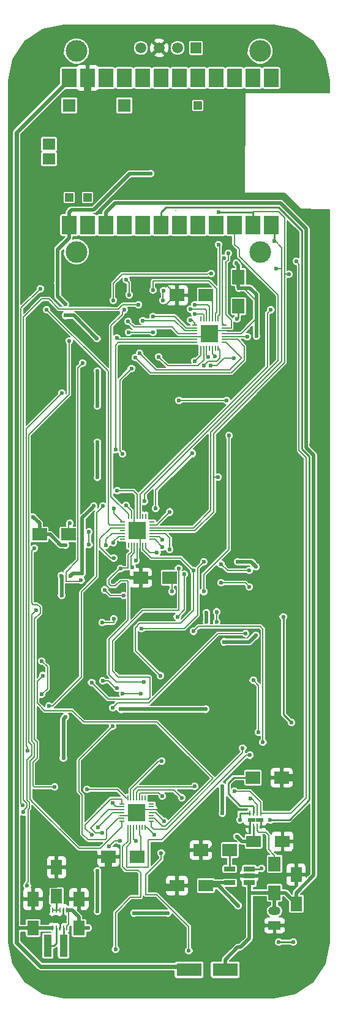
<source format=gbr>
G04 #@! TF.FileFunction,Copper,L2,Bot,Signal*
%FSLAX46Y46*%
G04 Gerber Fmt 4.6, Leading zero omitted, Abs format (unit mm)*
G04 Created by KiCad (PCBNEW 4.0.6) date 07/28/17 14:14:33*
%MOMM*%
%LPD*%
G01*
G04 APERTURE LIST*
%ADD10C,0.100000*%
%ADD11R,1.600000X2.000000*%
%ADD12R,2.032000X2.540000*%
%ADD13R,1.143000X1.143000*%
%ADD14R,1.778000X1.778000*%
%ADD15R,1.778000X1.524000*%
%ADD16R,0.230000X0.750000*%
%ADD17R,0.850000X0.450000*%
%ADD18R,1.140000X3.050000*%
%ADD19C,3.000000*%
%ADD20C,1.500000*%
%ADD21R,1.500000X1.500000*%
%ADD22R,0.250000X0.700000*%
%ADD23R,1.100000X0.610000*%
%ADD24R,1.560000X0.650000*%
%ADD25R,0.800000X0.200000*%
%ADD26R,0.200000X0.800000*%
%ADD27R,1.175000X1.175000*%
%ADD28R,1.700000X2.000000*%
%ADD29R,2.000000X1.700000*%
%ADD30R,1.700000X1.200000*%
%ADD31O,1.700000X1.200000*%
%ADD32R,3.500000X1.800000*%
%ADD33R,2.000000X1.600000*%
%ADD34C,0.600000*%
%ADD35C,0.160000*%
%ADD36C,0.500000*%
%ADD37C,0.580000*%
%ADD38C,0.250000*%
%ADD39C,1.000000*%
%ADD40C,0.800000*%
%ADD41C,0.200000*%
G04 APERTURE END LIST*
D10*
D11*
X70950000Y-150850000D03*
X70950000Y-146850000D03*
X67850000Y-146450000D03*
X67850000Y-142450000D03*
D12*
X69600000Y-53820000D03*
X69600000Y-33500000D03*
X72140000Y-53820000D03*
X72140000Y-33500000D03*
X74680000Y-53820000D03*
X74680000Y-33500000D03*
X77220000Y-53820000D03*
X77220000Y-33500000D03*
X79760000Y-53820000D03*
X79760000Y-33500000D03*
X82300000Y-53820000D03*
X82300000Y-33500000D03*
X84840000Y-53820000D03*
X84840000Y-33500000D03*
X87380000Y-53820000D03*
X87380000Y-33500000D03*
X89920000Y-53820000D03*
X89920000Y-33500000D03*
X92460000Y-53820000D03*
X92460000Y-33500000D03*
X95000000Y-53820000D03*
X95000000Y-33500000D03*
X97540000Y-53820000D03*
X97540000Y-33500000D03*
D13*
X87380000Y-37310000D03*
D14*
X77220000Y-37310000D03*
X69600000Y-37310000D03*
D13*
X69600000Y-50010000D03*
X72140000Y-50010000D03*
D15*
X66806000Y-44676000D03*
X66806000Y-42644000D03*
D11*
X64600000Y-150850000D03*
X64600000Y-146850000D03*
D16*
X67300000Y-150841043D03*
X67800000Y-150841043D03*
X68300000Y-150841043D03*
X68800000Y-150841043D03*
X69300000Y-150841043D03*
X67300000Y-148391043D03*
X67800000Y-148391043D03*
X68300000Y-148391043D03*
X68800000Y-148391043D03*
X69300000Y-148391043D03*
D17*
X67765000Y-149951043D03*
X68835000Y-149951043D03*
X68835000Y-149281043D03*
X67765000Y-149281043D03*
D18*
X68810000Y-153300000D03*
X66650000Y-153300000D03*
D19*
X96000000Y-57500000D03*
X70600000Y-57500000D03*
X96000000Y-29800000D03*
X70600000Y-29800000D03*
D20*
X82050000Y-29350000D03*
X84590000Y-29350000D03*
D21*
X87130000Y-29350000D03*
D20*
X79510000Y-29350000D03*
D22*
X96100000Y-136825000D03*
X95600000Y-136825000D03*
X95100000Y-136825000D03*
X94600000Y-136825000D03*
X94600000Y-134975000D03*
X95100000Y-134975000D03*
X95600000Y-134975000D03*
X96100000Y-134975000D03*
D23*
X94800000Y-135900000D03*
X95900000Y-135900000D03*
D24*
X94500000Y-142700000D03*
X94500000Y-143650000D03*
X94500000Y-144600000D03*
X91800000Y-144600000D03*
X91800000Y-142700000D03*
D25*
X80912500Y-133712500D03*
X80912500Y-134112500D03*
X80912500Y-134512500D03*
X80912500Y-134912500D03*
X80912500Y-135312500D03*
X80912500Y-135712500D03*
X80912500Y-136112500D03*
D26*
X80112500Y-136912500D03*
X79712500Y-136912500D03*
X79312500Y-136912500D03*
X78912500Y-136912500D03*
X78512500Y-136912500D03*
X78112500Y-136912500D03*
X77712500Y-136912500D03*
D25*
X76912500Y-136112500D03*
X76912500Y-135712500D03*
X76912500Y-135312500D03*
X76912500Y-134912500D03*
X76912500Y-134512500D03*
X76912500Y-134112500D03*
X76912500Y-133712500D03*
D26*
X77712500Y-132912500D03*
X78112500Y-132912500D03*
X78512500Y-132912500D03*
X78912500Y-132912500D03*
X79312500Y-132912500D03*
X79712500Y-132912500D03*
X80112500Y-132912500D03*
D27*
X78325000Y-135500000D03*
X78325000Y-134325000D03*
X79500000Y-135500000D03*
X79500000Y-134325000D03*
D26*
X80200000Y-98000000D03*
X79800000Y-98000000D03*
X79400000Y-98000000D03*
X79000000Y-98000000D03*
X78600000Y-98000000D03*
X78200000Y-98000000D03*
X77800000Y-98000000D03*
D25*
X77000000Y-97200000D03*
X77000000Y-96800000D03*
X77000000Y-96400000D03*
X77000000Y-96000000D03*
X77000000Y-95600000D03*
X77000000Y-95200000D03*
X77000000Y-94800000D03*
D26*
X77800000Y-94000000D03*
X78200000Y-94000000D03*
X78600000Y-94000000D03*
X79000000Y-94000000D03*
X79400000Y-94000000D03*
X79800000Y-94000000D03*
X80200000Y-94000000D03*
D25*
X81000000Y-94800000D03*
X81000000Y-95200000D03*
X81000000Y-95600000D03*
X81000000Y-96000000D03*
X81000000Y-96400000D03*
X81000000Y-96800000D03*
X81000000Y-97200000D03*
D27*
X78412500Y-95412500D03*
X79587500Y-95412500D03*
X78412500Y-96587500D03*
X79587500Y-96587500D03*
D25*
X91000000Y-67600000D03*
X91000000Y-68000000D03*
X91000000Y-68400000D03*
X91000000Y-68800000D03*
X91000000Y-69200000D03*
X91000000Y-69600000D03*
X91000000Y-70000000D03*
D26*
X90200000Y-70800000D03*
X89800000Y-70800000D03*
X89400000Y-70800000D03*
X89000000Y-70800000D03*
X88600000Y-70800000D03*
X88200000Y-70800000D03*
X87800000Y-70800000D03*
D25*
X87000000Y-70000000D03*
X87000000Y-69600000D03*
X87000000Y-69200000D03*
X87000000Y-68800000D03*
X87000000Y-68400000D03*
X87000000Y-68000000D03*
X87000000Y-67600000D03*
D26*
X87800000Y-66800000D03*
X88200000Y-66800000D03*
X88600000Y-66800000D03*
X89000000Y-66800000D03*
X89400000Y-66800000D03*
X89800000Y-66800000D03*
X90200000Y-66800000D03*
D27*
X88412500Y-69387500D03*
X88412500Y-68212500D03*
X89587500Y-69387500D03*
X89587500Y-68212500D03*
D28*
X98000000Y-146000000D03*
X98000000Y-142000000D03*
D29*
X91800000Y-140100000D03*
X87800000Y-140100000D03*
X95000000Y-130100000D03*
X99000000Y-130100000D03*
X75000000Y-141000000D03*
X79000000Y-141000000D03*
X65500000Y-96500000D03*
X69500000Y-96500000D03*
D28*
X93000000Y-61000000D03*
X93000000Y-65000000D03*
D29*
X83500000Y-102500000D03*
X79500000Y-102500000D03*
X88500000Y-63500000D03*
X84500000Y-63500000D03*
D30*
X98000000Y-150500000D03*
D31*
X98000000Y-148500000D03*
D32*
X86175000Y-156625000D03*
X91175000Y-156625000D03*
D11*
X101000000Y-147500000D03*
X101000000Y-143500000D03*
D33*
X95100000Y-138900000D03*
X99100000Y-138900000D03*
X88500000Y-145000000D03*
X84500000Y-145000000D03*
D34*
X92975000Y-147750000D03*
X83700000Y-156150000D03*
X67725000Y-118924998D03*
X103325000Y-84125000D03*
X66950000Y-98100000D03*
X75200000Y-67050000D03*
X74850002Y-64800000D03*
X104400000Y-130099976D03*
X81350000Y-41300000D03*
X83350000Y-57900000D03*
X72500000Y-69950000D03*
X70350000Y-70650000D03*
X66900000Y-95300000D03*
X69300000Y-106250000D03*
X71900000Y-141000000D03*
X71900000Y-139200000D03*
X67750000Y-121550000D03*
X71850000Y-104850000D03*
X75300000Y-101550000D03*
X75700000Y-103050000D03*
X86350000Y-135800000D03*
X98600000Y-137050000D03*
X100450000Y-84100000D03*
X97550000Y-84050000D03*
X101200000Y-130100000D03*
X83600000Y-68650000D03*
X78650000Y-145650000D03*
X81100000Y-145250000D03*
X87850000Y-84150000D03*
X83000000Y-91300000D03*
X78250000Y-91950000D03*
X98600000Y-132200000D03*
X83450000Y-133600000D03*
X73000000Y-92629978D03*
X75770000Y-99760000D03*
X80850772Y-46715000D03*
X72250000Y-150850000D03*
X68000000Y-61800000D03*
X68500000Y-102200000D03*
X68550000Y-104950000D03*
X64600000Y-94100000D03*
X69100000Y-66300000D03*
X69100000Y-64750000D03*
X73450000Y-69500000D03*
X88600000Y-107300000D03*
X88600000Y-108600000D03*
X69800000Y-102200000D03*
X71400000Y-101900000D03*
X88800000Y-72000000D03*
X77500000Y-61350000D03*
X77900000Y-63450000D03*
X77750000Y-67100000D03*
X95400000Y-110450000D03*
X91000000Y-111350000D03*
X78550000Y-148800000D03*
X82750000Y-136100000D03*
X90800000Y-135000000D03*
X90750000Y-131250000D03*
X73500000Y-142950000D03*
X73500000Y-148550000D03*
X69100000Y-121700000D03*
X68800000Y-127350000D03*
X73550000Y-136950000D03*
X75100000Y-139600000D03*
X76600000Y-138850000D03*
X78800000Y-138850000D03*
X88450000Y-120650000D03*
X76750000Y-120650000D03*
X76250000Y-90500000D03*
X78850000Y-100100000D03*
X69100000Y-98000000D03*
X73500000Y-73950000D03*
X73500000Y-78750000D03*
X73500000Y-83750000D03*
X73500000Y-88650000D03*
X95450000Y-101000000D03*
X92900000Y-100300000D03*
X93050000Y-62500000D03*
X95500000Y-69100000D03*
X92700000Y-59100000D03*
X92800000Y-138200000D03*
X83200000Y-148800000D03*
X100600000Y-152800000D03*
X98600000Y-152800000D03*
X96200000Y-142600000D03*
X91680000Y-82860000D03*
X89750000Y-71950000D03*
X83800000Y-104400000D03*
X88200000Y-104400000D03*
X87000000Y-66100000D03*
X92800000Y-66800000D03*
X72340000Y-96180000D03*
X72350000Y-97950000D03*
X74700000Y-98000000D03*
X69700000Y-95000000D03*
X83500000Y-98600000D03*
X75700000Y-97629998D03*
X80050000Y-91950000D03*
X83500000Y-93400000D03*
X82400000Y-127800000D03*
X90250000Y-52000032D03*
X85150000Y-132849990D03*
X94700000Y-133000000D03*
X90200000Y-88600000D03*
X90000000Y-107200000D03*
X90000000Y-108600000D03*
X100000000Y-60600000D03*
X87000000Y-64800000D03*
X82450000Y-132650000D03*
X101000000Y-58800000D03*
X92450000Y-132000000D03*
X86950000Y-131300000D03*
X98000000Y-56000000D03*
X86400000Y-65400000D03*
X98200000Y-59800000D03*
X75700000Y-64200000D03*
X91000000Y-58350000D03*
X89250000Y-60500000D03*
X91600000Y-57700000D03*
X76250000Y-117750000D03*
X74250000Y-116750000D03*
X94200000Y-69200000D03*
X78780000Y-72110000D03*
X79330000Y-71500000D03*
X63266620Y-134845746D03*
X79200000Y-64800000D03*
X88250000Y-73200000D03*
X63860032Y-126350000D03*
X82000000Y-72000000D03*
X68600000Y-77000000D03*
X89150000Y-73200000D03*
X92400000Y-72200000D03*
X87000000Y-72600000D03*
X76000000Y-84800000D03*
X63800000Y-145000000D03*
X69600000Y-69800000D03*
X76200000Y-69400000D03*
X79800000Y-67000000D03*
X77000000Y-85400000D03*
X78200000Y-73600000D03*
X63140010Y-133900000D03*
X82650000Y-62850000D03*
X65600000Y-62600000D03*
X81200000Y-66400000D03*
X82600000Y-64200000D03*
X86400000Y-66950000D03*
X81200000Y-62800000D03*
X90250000Y-56500000D03*
X93200000Y-135900000D03*
X97400000Y-135900000D03*
X100360000Y-122510000D03*
X77100000Y-104950000D03*
X74500000Y-104150000D03*
X99200000Y-107900000D03*
X90600000Y-103200000D03*
X94500000Y-103750000D03*
X81750000Y-99000000D03*
X86780000Y-101520000D03*
X82220000Y-116000016D03*
X90600000Y-100600000D03*
X94500000Y-101500000D03*
X81580000Y-92930000D03*
X86650000Y-85350000D03*
X78350000Y-101050000D03*
X91400000Y-78000000D03*
X84800000Y-78000000D03*
X79500000Y-118500000D03*
X77000000Y-118500000D03*
X71250000Y-102850000D03*
X76700000Y-101200000D03*
X71450000Y-72850000D03*
X77800000Y-68600000D03*
X81200000Y-68600000D03*
X79900000Y-116900000D03*
X66500000Y-65500000D03*
X74300000Y-92629978D03*
X75800000Y-92900000D03*
X66800000Y-120200000D03*
X77250000Y-65500000D03*
X88210000Y-100300000D03*
X77450000Y-92500000D03*
X79600000Y-109500000D03*
X97500000Y-65500000D03*
X84723612Y-101202775D03*
X72700000Y-116960000D03*
X82500000Y-97250000D03*
X85510000Y-102020000D03*
X84550000Y-107900000D03*
X75750000Y-108150000D03*
X74150000Y-108700000D03*
X82500000Y-98250000D03*
X66000000Y-116000000D03*
X95050000Y-116650000D03*
X93600000Y-126000000D03*
X95800000Y-123800000D03*
X81400000Y-137990000D03*
X82340000Y-140500000D03*
X86150000Y-154000000D03*
X86800000Y-109900000D03*
X96400000Y-125200000D03*
X94600000Y-127000000D03*
X76000000Y-153800000D03*
X65000000Y-107000000D03*
X75630000Y-120430000D03*
X94000000Y-110200000D03*
X75600000Y-123000000D03*
X74200000Y-137700000D03*
X75605125Y-133605135D03*
X65800000Y-118600000D03*
X65800000Y-114000000D03*
X72700000Y-138000000D03*
X72060000Y-131730000D03*
X64800000Y-98400000D03*
X67600000Y-131400000D03*
D35*
X84309417Y-51800021D02*
X84321566Y-51812170D01*
D36*
X64600000Y-150850000D02*
X64590000Y-150860000D01*
X64590000Y-150860000D02*
X62670000Y-150860000D01*
X62670000Y-150860000D02*
X62350000Y-151180000D01*
X62350000Y-151180000D02*
X62350000Y-152700000D01*
D37*
X83700000Y-156150000D02*
X85700000Y-156150000D01*
X85700000Y-156150000D02*
X86175000Y-156625000D01*
D36*
X92675001Y-147450001D02*
X92975000Y-147750000D01*
X90225000Y-145000000D02*
X92675001Y-147450001D01*
X88500000Y-145000000D02*
X90225000Y-145000000D01*
D37*
X83275736Y-156150000D02*
X83700000Y-156150000D01*
X62350000Y-152850000D02*
X65650000Y-156150000D01*
X69600000Y-33754000D02*
X62350000Y-41004000D01*
X62350000Y-41004000D02*
X62350000Y-152850000D01*
X65650000Y-156150000D02*
X83275736Y-156150000D01*
X69600000Y-33500000D02*
X69600000Y-33754000D01*
D36*
X64600000Y-150850000D02*
X67216033Y-150850000D01*
X67216033Y-150850000D02*
X67224990Y-150841043D01*
X91800000Y-144600000D02*
X88900000Y-144600000D01*
X88900000Y-144600000D02*
X88500000Y-145000000D01*
D38*
X67725000Y-118500734D02*
X67725000Y-118924998D01*
X67725000Y-107825000D02*
X67725000Y-118500734D01*
X69300000Y-106250000D02*
X67725000Y-107825000D01*
X96100000Y-136825000D02*
X96100000Y-136100000D01*
X96100000Y-136100000D02*
X95900000Y-135900000D01*
X94600000Y-136825000D02*
X94600000Y-136100000D01*
X94600000Y-136100000D02*
X94800000Y-135900000D01*
D39*
X85400000Y-49850000D02*
X99250000Y-49850000D01*
X104374999Y-83075001D02*
X103624999Y-83825001D01*
X81250000Y-39150000D02*
X81250000Y-45700000D01*
X81250000Y-45700000D02*
X85400000Y-49850000D01*
X104374999Y-54974999D02*
X104374999Y-83075001D01*
X103624999Y-83825001D02*
X103325000Y-84125000D01*
X99250000Y-49850000D02*
X104374999Y-54974999D01*
X103624999Y-84424999D02*
X103325000Y-84125000D01*
X104400000Y-130099976D02*
X104400000Y-85200000D01*
X104400000Y-85200000D02*
X103624999Y-84424999D01*
D38*
X64600000Y-146850000D02*
X66125000Y-146850000D01*
X66125000Y-146850000D02*
X66724999Y-146250001D01*
X66724999Y-146250001D02*
X66724999Y-145189999D01*
X66724999Y-145189999D02*
X66789999Y-145124999D01*
X66789999Y-145124999D02*
X67850000Y-145124999D01*
X67850000Y-145124999D02*
X67850000Y-142450000D01*
X67850000Y-142450000D02*
X69450000Y-142450000D01*
X69450000Y-142450000D02*
X70950000Y-143950000D01*
X70950000Y-143950000D02*
X70950000Y-146850000D01*
X64600000Y-146850000D02*
X64600000Y-146041044D01*
X67765000Y-149281043D02*
X65681043Y-149281043D01*
X65681043Y-149281043D02*
X64600000Y-148200000D01*
X64600000Y-148200000D02*
X64600000Y-146850000D01*
X64600000Y-146850000D02*
X64600000Y-148100000D01*
X64600000Y-148100000D02*
X66150000Y-149650000D01*
D40*
X66150000Y-149650000D02*
X67263957Y-149650000D01*
D38*
X67765000Y-149281043D02*
X68440000Y-149281043D01*
X68440000Y-149281043D02*
X68789991Y-148931052D01*
X68789991Y-148931052D02*
X68789991Y-148629219D01*
X67765000Y-149951043D02*
X67965000Y-149951043D01*
X67965000Y-149951043D02*
X68635000Y-149281043D01*
X68635000Y-149281043D02*
X67765000Y-149281043D01*
X68300000Y-150841043D02*
X68300000Y-150216043D01*
X68300000Y-150216043D02*
X68565000Y-149951043D01*
X68565000Y-149951043D02*
X68835000Y-149951043D01*
X69134991Y-149615009D02*
X69134991Y-149284991D01*
X69134991Y-149284991D02*
X68789991Y-148939991D01*
X68789991Y-148939991D02*
X68789991Y-148629219D01*
X68789991Y-148629219D02*
X68789991Y-148391043D01*
X67565000Y-149951043D02*
X67263957Y-149650000D01*
X67263957Y-149650000D02*
X69100000Y-149650000D01*
X69100000Y-149650000D02*
X69134991Y-149615009D01*
X68300000Y-149281043D02*
X68835000Y-149281043D01*
X67765000Y-149281043D02*
X68300000Y-149281043D01*
X68300000Y-149281043D02*
X68300000Y-149951043D01*
X68835000Y-149951043D02*
X68300000Y-149951043D01*
X68300000Y-149951043D02*
X67765000Y-149951043D01*
X67765000Y-149600000D02*
X67765000Y-149951043D01*
X67765000Y-149281043D02*
X67765000Y-149600000D01*
X68835000Y-149281043D02*
X68835000Y-149600000D01*
X68835000Y-149600000D02*
X68835000Y-149951043D01*
X67765000Y-149600000D02*
X68835000Y-149600000D01*
X64608956Y-146841044D02*
X64600000Y-146850000D01*
X67765000Y-149951043D02*
X67565000Y-149951043D01*
X68300000Y-150841043D02*
X68300000Y-150266041D01*
X68300000Y-150266041D02*
X67985002Y-149951043D01*
X67985002Y-149951043D02*
X67765000Y-149951043D01*
X66800000Y-98100000D02*
X66950000Y-98100000D01*
X66800000Y-105100000D02*
X66800000Y-98100000D01*
X67950000Y-106250000D02*
X66800000Y-105100000D01*
X69300000Y-106250000D02*
X67950000Y-106250000D01*
D35*
X82400000Y-65450000D02*
X84350000Y-63500000D01*
D38*
X74700001Y-67549999D02*
X74900001Y-67349999D01*
X74300001Y-70249999D02*
X74700001Y-69849999D01*
X74700001Y-69849999D02*
X74700001Y-67549999D01*
X72799999Y-70249999D02*
X74300001Y-70249999D01*
X72500000Y-69950000D02*
X72799999Y-70249999D01*
D35*
X75800000Y-67850000D02*
X78200000Y-65450000D01*
X84350000Y-69200000D02*
X76950000Y-69200000D01*
X75800000Y-68050000D02*
X75800000Y-67850000D01*
D38*
X74900001Y-67349999D02*
X75200000Y-67050000D01*
D35*
X76950000Y-69200000D02*
X75800000Y-68050000D01*
X78200000Y-65450000D02*
X82400000Y-65450000D01*
X84350000Y-63500000D02*
X84500000Y-63500000D01*
D38*
X75274266Y-64800000D02*
X74850002Y-64800000D01*
X75424271Y-64950005D02*
X75274266Y-64800000D01*
X76149995Y-64950005D02*
X75424271Y-64950005D01*
X76950000Y-64150000D02*
X76149995Y-64950005D01*
X79500000Y-64150000D02*
X76950000Y-64150000D01*
X74850002Y-64700002D02*
X74850002Y-64800000D01*
X74700000Y-64550000D02*
X74850002Y-64700002D01*
X80200000Y-63450000D02*
X79500000Y-64150000D01*
D39*
X81250000Y-39150000D02*
X73000000Y-39150000D01*
D35*
X81350000Y-41300000D02*
X81350000Y-39250000D01*
X81350000Y-39250000D02*
X81250000Y-39150000D01*
X83350000Y-57900000D02*
X89200000Y-57900000D01*
X89200000Y-57900000D02*
X89650000Y-57450000D01*
X89650000Y-57450000D02*
X89650000Y-59900000D01*
X89650000Y-56200000D02*
X89650000Y-57450000D01*
D38*
X70350000Y-91850000D02*
X70350000Y-70650000D01*
X66900000Y-95300000D02*
X70350000Y-91850000D01*
X71900000Y-141000000D02*
X75000000Y-141000000D01*
X71900000Y-139200000D02*
X70700001Y-138000001D01*
X70700001Y-138000001D02*
X70700001Y-132450001D01*
X70700001Y-132450001D02*
X67750000Y-129500000D01*
X67750000Y-129500000D02*
X67750000Y-121550000D01*
X75300000Y-101550000D02*
X72000000Y-104850000D01*
X72000000Y-104850000D02*
X71850000Y-104850000D01*
X79500000Y-102500000D02*
X76250000Y-102500000D01*
X76250000Y-102500000D02*
X75700000Y-103050000D01*
D35*
X96100000Y-136825000D02*
X98375000Y-136825000D01*
X98375000Y-136825000D02*
X99100000Y-137550000D01*
X101000000Y-143500000D02*
X101000000Y-139250000D01*
X101000000Y-139250000D02*
X100650000Y-138900000D01*
X100650000Y-138900000D02*
X99100000Y-138900000D01*
X98600000Y-132200000D02*
X99000000Y-131800000D01*
X99000000Y-131800000D02*
X99000000Y-130100000D01*
X92550000Y-58250000D02*
X92500000Y-58200000D01*
X91000000Y-68400000D02*
X93150000Y-68400000D01*
X93150000Y-68400000D02*
X94650000Y-66900000D01*
X81950000Y-62350000D02*
X82300000Y-62000000D01*
X91700000Y-59100000D02*
X92550000Y-58250000D01*
X94650000Y-66900000D02*
X94650000Y-64150000D01*
X90000000Y-60250000D02*
X90000000Y-60800000D01*
X94650000Y-64150000D02*
X93700000Y-63200000D01*
X93700000Y-63200000D02*
X92250000Y-63200000D01*
X92250000Y-63200000D02*
X91700000Y-62650000D01*
X80100000Y-63350000D02*
X80200000Y-63450000D01*
X80200000Y-63450000D02*
X81550000Y-63450000D01*
X91700000Y-62650000D02*
X91700000Y-59100000D01*
X89650000Y-59900000D02*
X90000000Y-60250000D01*
X92500000Y-58200000D02*
X92500000Y-57200000D01*
X92500000Y-57200000D02*
X91200000Y-55900000D01*
X89950000Y-55900000D02*
X89650000Y-56200000D01*
X91200000Y-55900000D02*
X89950000Y-55900000D01*
X80750000Y-61150000D02*
X80100000Y-61800000D01*
X83000000Y-62000000D02*
X84500000Y-63500000D01*
X90000000Y-60800000D02*
X89650000Y-61150000D01*
X81950000Y-63050000D02*
X81950000Y-62350000D01*
X89650000Y-61150000D02*
X80750000Y-61150000D01*
X80100000Y-61800000D02*
X80100000Y-63350000D01*
X81550000Y-63450000D02*
X81950000Y-63050000D01*
X82300000Y-62000000D02*
X83000000Y-62000000D01*
X86649999Y-136099999D02*
X86350000Y-135800000D01*
X87800000Y-137250000D02*
X86649999Y-136099999D01*
X87800000Y-140100000D02*
X87800000Y-137250000D01*
X98899999Y-137349999D02*
X98600000Y-137050000D01*
X99100000Y-137550000D02*
X98899999Y-137349999D01*
X99100000Y-138900000D02*
X99100000Y-137550000D01*
X97550000Y-84050000D02*
X97600000Y-84100000D01*
D39*
X97600000Y-84100000D02*
X100450000Y-84100000D01*
D35*
X94500000Y-143650000D02*
X100850000Y-143650000D01*
X100850000Y-143650000D02*
X101000000Y-143500000D01*
X87800000Y-142400000D02*
X89050000Y-143650000D01*
X89050000Y-143650000D02*
X94500000Y-143650000D01*
X87800000Y-140100000D02*
X87800000Y-142400000D01*
X88850000Y-140100000D02*
X92125000Y-136825000D01*
X92125000Y-136825000D02*
X94600000Y-136825000D01*
X87800000Y-140100000D02*
X88850000Y-140100000D01*
D38*
X84500000Y-140900000D02*
X85300000Y-140100000D01*
X85300000Y-140100000D02*
X87800000Y-140100000D01*
X84500000Y-145000000D02*
X84500000Y-140900000D01*
D39*
X73000000Y-39150000D02*
X72140000Y-38290000D01*
X99000000Y-130100000D02*
X101200000Y-130100000D01*
X72140000Y-38290000D02*
X72140000Y-33500000D01*
D35*
X83600000Y-68650000D02*
X83600000Y-69200000D01*
X83600000Y-69200000D02*
X84350000Y-69200000D01*
D39*
X75000000Y-143150000D02*
X75000000Y-141000000D01*
X78650000Y-145650000D02*
X77500000Y-145650000D01*
X77500000Y-145650000D02*
X75000000Y-143150000D01*
X81100000Y-145250000D02*
X84250000Y-145250000D01*
D38*
X84250000Y-145250000D02*
X84500000Y-145000000D01*
D35*
X87000000Y-69200000D02*
X84350000Y-69200000D01*
X83000000Y-90400000D02*
X87850000Y-85550000D01*
X87850000Y-85550000D02*
X87850000Y-84150000D01*
X83000000Y-91300000D02*
X83000000Y-90400000D01*
X78600000Y-94000000D02*
X78600000Y-92300000D01*
X78600000Y-92300000D02*
X78250000Y-91950000D01*
X82537500Y-134512500D02*
X80912500Y-134512500D01*
X83450000Y-133600000D02*
X82537500Y-134512500D01*
X87000000Y-69200000D02*
X88225000Y-69200000D01*
X88225000Y-69200000D02*
X88412500Y-69387500D01*
X89587500Y-69387500D02*
X89587500Y-68212500D01*
X89587500Y-69387500D02*
X88412500Y-69387500D01*
X88412500Y-68212500D02*
X88412500Y-69387500D01*
X89587500Y-68212500D02*
X88412500Y-68212500D01*
X91000000Y-68400000D02*
X89775000Y-68400000D01*
X89775000Y-68400000D02*
X89587500Y-68212500D01*
X76912500Y-135312500D02*
X78137500Y-135312500D01*
X78137500Y-135312500D02*
X78325000Y-135500000D01*
X79500000Y-135500000D02*
X79500000Y-134325000D01*
X78325000Y-135500000D02*
X79500000Y-135500000D01*
X78325000Y-134325000D02*
X78325000Y-135500000D01*
X79500000Y-134325000D02*
X78325000Y-134325000D01*
X80912500Y-134512500D02*
X79687500Y-134512500D01*
X79687500Y-134512500D02*
X79500000Y-134325000D01*
X78412500Y-95412500D02*
X78412500Y-96587500D01*
X79587500Y-95412500D02*
X79587500Y-96587500D01*
X79587500Y-95412500D02*
X78412500Y-95412500D01*
X78412500Y-96587500D02*
X79587500Y-96587500D01*
X78600000Y-94000000D02*
X78600000Y-95225000D01*
X78600000Y-95225000D02*
X78412500Y-95412500D01*
X79400000Y-98000000D02*
X79400000Y-96775000D01*
X79400000Y-96775000D02*
X79587500Y-96587500D01*
X79850000Y-99550000D02*
X79400000Y-99100000D01*
X79400000Y-99100000D02*
X79400000Y-98000000D01*
D38*
X79850000Y-100550000D02*
X79850000Y-99550000D01*
X79500000Y-100900000D02*
X79850000Y-100550000D01*
X79500000Y-102500000D02*
X79500000Y-100900000D01*
D36*
X72700001Y-92929977D02*
X73000000Y-92629978D01*
X71400000Y-94229978D02*
X72700001Y-92929977D01*
X71400000Y-101900000D02*
X71400000Y-94229978D01*
D35*
X75345736Y-99760000D02*
X75770000Y-99760000D01*
X73850000Y-98264264D02*
X75345736Y-99760000D01*
X75350000Y-95600000D02*
X73850000Y-97100000D01*
X73850000Y-97100000D02*
X73850000Y-98264264D01*
X77000000Y-95600000D02*
X75350000Y-95600000D01*
D36*
X77960746Y-46715000D02*
X80426508Y-46715000D01*
X80426508Y-46715000D02*
X80850772Y-46715000D01*
X72975746Y-51700000D02*
X77960746Y-46715000D01*
X69950000Y-51700000D02*
X72975746Y-51700000D01*
X69600000Y-52050000D02*
X69950000Y-51700000D01*
X69600000Y-53820000D02*
X69600000Y-52050000D01*
X70950000Y-150850000D02*
X72250000Y-150850000D01*
D35*
X69300000Y-150841043D02*
X69300000Y-150581043D01*
X69300000Y-150581043D02*
X69540001Y-150341042D01*
X69540001Y-150341042D02*
X69540001Y-148566043D01*
X69540001Y-148566043D02*
X69365001Y-148391043D01*
D36*
X70950000Y-150850000D02*
X70950000Y-149350000D01*
X70950000Y-149350000D02*
X69991043Y-148391043D01*
X69991043Y-148391043D02*
X69365001Y-148391043D01*
X68000000Y-61375736D02*
X68000000Y-61800000D01*
X69600000Y-53820000D02*
X69600000Y-55590000D01*
X68000000Y-57190000D02*
X68000000Y-61375736D01*
X68000000Y-62224264D02*
X68000000Y-61800000D01*
X69100000Y-64750000D02*
X68000000Y-63650000D01*
X69600000Y-55590000D02*
X68000000Y-57190000D01*
X68000000Y-63650000D02*
X68000000Y-62224264D01*
X68550000Y-103150000D02*
X68550000Y-102250000D01*
X68550000Y-102250000D02*
X68500000Y-102200000D01*
X68550000Y-104950000D02*
X68550000Y-103150000D01*
X65500000Y-96500000D02*
X65500000Y-95000000D01*
X65500000Y-95000000D02*
X64600000Y-94100000D01*
X69100000Y-66300000D02*
X70250000Y-66300000D01*
X70250000Y-66300000D02*
X73450000Y-69500000D01*
X88600000Y-108600000D02*
X88600000Y-107300000D01*
X71400000Y-101900000D02*
X70100000Y-101900000D01*
X70100000Y-101900000D02*
X69800000Y-102200000D01*
D35*
X88600000Y-70800000D02*
X88600000Y-71800000D01*
X88600000Y-71800000D02*
X88800000Y-72000000D01*
X77900000Y-63450000D02*
X77900000Y-61750000D01*
X77900000Y-61750000D02*
X77500000Y-61350000D01*
X83800000Y-67900000D02*
X78550000Y-67900000D01*
X78550000Y-67900000D02*
X77750000Y-67100000D01*
X84700000Y-68800000D02*
X83800000Y-67900000D01*
X85350000Y-68800000D02*
X84700000Y-68800000D01*
X87000000Y-68800000D02*
X85350000Y-68800000D01*
D36*
X91000000Y-111350000D02*
X94500000Y-111350000D01*
X94500000Y-111350000D02*
X95400000Y-110450000D01*
D35*
X80912500Y-134912500D02*
X81562500Y-134912500D01*
X81562500Y-134912500D02*
X82750000Y-136100000D01*
D36*
X90750000Y-131250000D02*
X90800000Y-131300000D01*
X90800000Y-131300000D02*
X90800000Y-135000000D01*
X73500000Y-148550000D02*
X73500000Y-142950000D01*
X68800000Y-127350000D02*
X68800000Y-122000000D01*
X68800000Y-122000000D02*
X69100000Y-121700000D01*
D35*
X75737500Y-134912500D02*
X75587500Y-134912500D01*
X75587500Y-134912500D02*
X73550000Y-136950000D01*
X76912500Y-134912500D02*
X75737500Y-134912500D01*
X76600000Y-138850000D02*
X75850000Y-138850000D01*
X75850000Y-138850000D02*
X75100000Y-139600000D01*
X78512500Y-136912500D02*
X78512500Y-138562500D01*
X78512500Y-138562500D02*
X78800000Y-138850000D01*
D36*
X76750000Y-120650000D02*
X88450000Y-120650000D01*
D35*
X79000000Y-91000000D02*
X78500000Y-90500000D01*
X78500000Y-90500000D02*
X76250000Y-90500000D01*
X79000000Y-94000000D02*
X79000000Y-91000000D01*
X79000000Y-98000000D02*
X79000000Y-99950000D01*
X79000000Y-99950000D02*
X78850000Y-100100000D01*
D36*
X65500000Y-96500000D02*
X66950000Y-96500000D01*
X69100000Y-98000000D02*
X68450000Y-98000000D01*
X68450000Y-98000000D02*
X66950000Y-96500000D01*
X73500000Y-78750000D02*
X73500000Y-73950000D01*
X73500000Y-88650000D02*
X73500000Y-83750000D01*
X95450000Y-101000000D02*
X94750000Y-100300000D01*
X94750000Y-100300000D02*
X92900000Y-100300000D01*
D35*
X93050000Y-62500000D02*
X93700000Y-62500000D01*
X93400000Y-68800000D02*
X91000000Y-68800000D01*
X93700000Y-62500000D02*
X95400000Y-64200000D01*
X95400000Y-64200000D02*
X95400000Y-66800000D01*
D36*
X94600000Y-62500000D02*
X95500000Y-63400000D01*
D35*
X95400000Y-66800000D02*
X93400000Y-68800000D01*
D36*
X93050000Y-62500000D02*
X93000000Y-62450000D01*
X93000000Y-62450000D02*
X93000000Y-61000000D01*
X93050000Y-62500000D02*
X94600000Y-62500000D01*
X95500000Y-63400000D02*
X95500000Y-69100000D01*
X93000000Y-61000000D02*
X93000000Y-59400000D01*
X93000000Y-59400000D02*
X92700000Y-59100000D01*
D38*
X95100000Y-136825000D02*
X95100000Y-138900000D01*
D36*
X92800000Y-138200000D02*
X93500000Y-138900000D01*
X93500000Y-138900000D02*
X95100000Y-138900000D01*
X83200000Y-148800000D02*
X78550000Y-148800000D01*
X74680000Y-53820000D02*
X74680000Y-52050000D01*
X74680000Y-52050000D02*
X75929989Y-50800011D01*
X102374990Y-54324990D02*
X102374990Y-84518508D01*
X75929989Y-50800011D02*
X98850011Y-50800011D01*
X98850011Y-50800011D02*
X102374990Y-54324990D01*
X102374990Y-84518508D02*
X103400000Y-85543518D01*
X103400000Y-85543518D02*
X103400000Y-143600000D01*
X103400000Y-143600000D02*
X101000000Y-146000000D01*
X101000000Y-146000000D02*
X101000000Y-147500000D01*
X93300000Y-153500000D02*
X92900000Y-153500000D01*
X92900000Y-153500000D02*
X91175000Y-155225000D01*
X91175000Y-155225000D02*
X91175000Y-156625000D01*
X94500000Y-152300000D02*
X94500000Y-146100000D01*
X93300000Y-153500000D02*
X94500000Y-152300000D01*
X98000000Y-146000000D02*
X99500000Y-146000000D01*
X99500000Y-146000000D02*
X101000000Y-147500000D01*
X98000000Y-148500000D02*
X98000000Y-146000000D01*
X94500000Y-146100000D02*
X94500000Y-144600000D01*
X98000000Y-146000000D02*
X94600000Y-146000000D01*
X94600000Y-146000000D02*
X94500000Y-146100000D01*
D38*
X98600000Y-152800000D02*
X100600000Y-152800000D01*
X94500000Y-142700000D02*
X96100000Y-142700000D01*
X96100000Y-142700000D02*
X96200000Y-142600000D01*
D35*
X89400000Y-66800000D02*
X89400000Y-64400000D01*
X89400000Y-64400000D02*
X88500000Y-63500000D01*
X91680000Y-83284264D02*
X91680000Y-82860000D01*
X88200000Y-102100000D02*
X91680000Y-98620000D01*
X88200000Y-104400000D02*
X88200000Y-102100000D01*
X91680000Y-98620000D02*
X91680000Y-83284264D01*
X89750000Y-71950000D02*
X89400000Y-71600000D01*
X89400000Y-71600000D02*
X89400000Y-70800000D01*
X83800000Y-104400000D02*
X83800000Y-102800000D01*
X83800000Y-102800000D02*
X83500000Y-102500000D01*
X87000000Y-66100000D02*
X88100000Y-66100000D01*
X88100000Y-66100000D02*
X88200000Y-66200000D01*
X88200000Y-66200000D02*
X88200000Y-66800000D01*
D38*
X93000000Y-65000000D02*
X93000000Y-66600000D01*
X93000000Y-66600000D02*
X92800000Y-66800000D01*
D35*
X72350000Y-96190000D02*
X72340000Y-96180000D01*
X72350000Y-96400000D02*
X72350000Y-96190000D01*
X72350000Y-97950000D02*
X72350000Y-96400000D01*
X74700000Y-98000000D02*
X74700000Y-97200000D01*
X74700000Y-97200000D02*
X75500000Y-96400000D01*
X75500000Y-96400000D02*
X77000000Y-96400000D01*
X69500000Y-96500000D02*
X69500000Y-95200000D01*
X69500000Y-95200000D02*
X69700000Y-95000000D01*
X83500000Y-97000000D02*
X82900000Y-96400000D01*
X82900000Y-96400000D02*
X81000000Y-96400000D01*
X83500000Y-98600000D02*
X83500000Y-97000000D01*
X75700000Y-97540000D02*
X75700000Y-97629998D01*
X77000000Y-96800000D02*
X76440000Y-96800000D01*
X76440000Y-96800000D02*
X75700000Y-97540000D01*
X92460000Y-56510000D02*
X92460000Y-53820000D01*
X80050000Y-91950000D02*
X80050000Y-90950000D01*
X80050000Y-90950000D02*
X98500000Y-72500000D01*
X98500000Y-72500000D02*
X98500000Y-63500000D01*
X98500000Y-63500000D02*
X93100000Y-58100000D01*
X93100000Y-58100000D02*
X93100000Y-57150000D01*
X93100000Y-57150000D02*
X92460000Y-56510000D01*
X83500000Y-93400000D02*
X81700000Y-95200000D01*
X81700000Y-95200000D02*
X81000000Y-95200000D01*
X78112500Y-132912500D02*
X78112500Y-131687500D01*
X78112500Y-131687500D02*
X82000000Y-127800000D01*
X82000000Y-127800000D02*
X82400000Y-127800000D01*
X79000000Y-141000000D02*
X79550000Y-140450000D01*
X79312500Y-137987500D02*
X79312500Y-136912500D01*
X79550000Y-140450000D02*
X79550000Y-138225000D01*
X79550000Y-138225000D02*
X79312500Y-137987500D01*
X99400000Y-60600000D02*
X99400000Y-52772772D01*
X99400000Y-52772772D02*
X98587228Y-51960000D01*
X98587228Y-51960000D02*
X95040000Y-51960000D01*
X95040000Y-51960000D02*
X95000000Y-52000000D01*
D38*
X94999968Y-52000032D02*
X90674264Y-52000032D01*
X95000000Y-52000000D02*
X94999968Y-52000032D01*
X90674264Y-52000032D02*
X90250000Y-52000032D01*
X95000000Y-52000000D02*
X95000000Y-53820000D01*
D35*
X78912500Y-132912500D02*
X78912500Y-132087500D01*
X84850001Y-132549991D02*
X85150000Y-132849990D01*
X84100010Y-131800000D02*
X84850001Y-132549991D01*
X78912500Y-132087500D02*
X79200000Y-131800000D01*
X79200000Y-131800000D02*
X84100010Y-131800000D01*
X89000000Y-66800000D02*
X89000000Y-65100000D01*
X89000000Y-65100000D02*
X88700000Y-64800000D01*
X87200000Y-64800000D02*
X87000000Y-64800000D01*
X88700000Y-64800000D02*
X87200000Y-64800000D01*
X94700000Y-133000000D02*
X94800000Y-133000000D01*
X94800000Y-133000000D02*
X95600000Y-133800000D01*
X95600000Y-133800000D02*
X95600000Y-134975000D01*
X95000000Y-53820000D02*
X95000000Y-52500000D01*
X89600000Y-93400000D02*
X89600000Y-88600000D01*
X89600000Y-88600000D02*
X89600000Y-82600000D01*
X90200000Y-88600000D02*
X89600000Y-88600000D01*
X90000000Y-108600000D02*
X90000000Y-107200000D01*
X99400000Y-72800000D02*
X99400000Y-60600000D01*
X100000000Y-60600000D02*
X99400000Y-60600000D01*
X89600000Y-82600000D02*
X99400000Y-72800000D01*
X87000000Y-96000000D02*
X89600000Y-93400000D01*
X81000000Y-96000000D02*
X87000000Y-96000000D01*
X82450000Y-132650000D02*
X82000000Y-132200000D01*
X79312500Y-132287500D02*
X79312500Y-132912500D01*
X82000000Y-132200000D02*
X79400000Y-132200000D01*
X79400000Y-132200000D02*
X79312500Y-132287500D01*
X99000000Y-59800000D02*
X99000000Y-56950000D01*
X99000000Y-56950000D02*
X98010000Y-55960000D01*
X96385000Y-134975000D02*
X96100000Y-134975000D01*
X100225000Y-134975000D02*
X96385000Y-134975000D01*
X102350000Y-132850000D02*
X100225000Y-134975000D01*
X101394969Y-84924447D02*
X102350000Y-85879478D01*
X101394968Y-59194968D02*
X101394969Y-84924447D01*
X101000000Y-58800000D02*
X101394968Y-59194968D01*
X102350000Y-85879478D02*
X102350000Y-132850000D01*
X86400000Y-65400000D02*
X88400000Y-65400000D01*
X88400000Y-65400000D02*
X88600000Y-65600000D01*
X88600000Y-65600000D02*
X88600000Y-66800000D01*
X92450000Y-132000000D02*
X94600000Y-132000000D01*
X96100000Y-133500000D02*
X96100000Y-134975000D01*
X94600000Y-132000000D02*
X96100000Y-133500000D01*
X86950000Y-131300000D02*
X86850000Y-131400000D01*
X86850000Y-131400000D02*
X79000000Y-131400000D01*
X79000000Y-131400000D02*
X78512500Y-131887500D01*
X78512500Y-131887500D02*
X78512500Y-132912500D01*
D38*
X98000000Y-56000000D02*
X98000000Y-54280000D01*
X98000000Y-54280000D02*
X97540000Y-53820000D01*
D35*
X99000000Y-72600000D02*
X99000000Y-59800000D01*
X98200000Y-59800000D02*
X99000000Y-59800000D01*
X81000000Y-95600000D02*
X86800000Y-95600000D01*
X86800000Y-95600000D02*
X89200000Y-93200000D01*
X89200000Y-93200000D02*
X89200000Y-82400000D01*
X89200000Y-82400000D02*
X99000000Y-72600000D01*
D38*
X95000000Y-130100000D02*
X92350000Y-130100000D01*
X92350000Y-130100000D02*
X91600000Y-130850000D01*
X91600000Y-130850000D02*
X91600000Y-132330000D01*
X91600000Y-132330000D02*
X93220000Y-133950000D01*
X93220000Y-133950000D02*
X94950000Y-133950000D01*
X94950000Y-133950000D02*
X95100000Y-134100000D01*
X95100000Y-134100000D02*
X95100000Y-134975000D01*
X91800000Y-140100000D02*
X91800000Y-142700000D01*
D35*
X95600000Y-136825000D02*
X95600000Y-137400000D01*
X97200000Y-138050000D02*
X97200000Y-140040000D01*
X95600000Y-137400000D02*
X95800000Y-137600000D01*
X95800000Y-137600000D02*
X96750000Y-137600000D01*
X96750000Y-137600000D02*
X97200000Y-138050000D01*
X97200000Y-140040000D02*
X98000000Y-140840000D01*
X98000000Y-140840000D02*
X98000000Y-142000000D01*
X88705713Y-60620023D02*
X88825736Y-60500000D01*
X88825736Y-60500000D02*
X89250000Y-60500000D01*
X75700000Y-61850000D02*
X76929977Y-60620023D01*
X75700000Y-64200000D02*
X75700000Y-61850000D01*
X76929977Y-60620023D02*
X88705713Y-60620023D01*
X91000000Y-58350000D02*
X90800000Y-58550000D01*
X90800000Y-58550000D02*
X90800000Y-67400000D01*
X90800000Y-67400000D02*
X91000000Y-67600000D01*
X91600000Y-57700000D02*
X91600000Y-58600000D01*
X91600000Y-58600000D02*
X91200000Y-59000000D01*
X92000000Y-68000000D02*
X91000000Y-68000000D01*
X91200000Y-59000000D02*
X91250000Y-59050000D01*
X92000000Y-66900000D02*
X92000000Y-68000000D01*
X91250000Y-59050000D02*
X91250000Y-66150000D01*
X91250000Y-66150000D02*
X92000000Y-66900000D01*
X75000000Y-116750000D02*
X76000000Y-117750000D01*
X76000000Y-117750000D02*
X76250000Y-117750000D01*
X74250000Y-116750000D02*
X75000000Y-116750000D01*
X91000000Y-69200000D02*
X94200000Y-69200000D01*
X80870000Y-74200000D02*
X79079999Y-72409999D01*
X79079999Y-72409999D02*
X78780000Y-72110000D01*
X92000000Y-74200000D02*
X80870000Y-74200000D01*
X93800000Y-72400000D02*
X92000000Y-74200000D01*
X91000000Y-69600000D02*
X92850000Y-69600000D01*
X92850000Y-69600000D02*
X93800000Y-70550000D01*
X93800000Y-70550000D02*
X93800000Y-72400000D01*
X79629999Y-71799999D02*
X79330000Y-71500000D01*
X91800000Y-73800000D02*
X81630000Y-73800000D01*
X81630000Y-73800000D02*
X79629999Y-71799999D01*
X93400000Y-72200000D02*
X91800000Y-73800000D01*
X93400000Y-72100000D02*
X93400000Y-72200000D01*
X91000000Y-70000000D02*
X91300000Y-70000000D01*
X91300000Y-70000000D02*
X93400000Y-72100000D01*
X63720012Y-134178402D02*
X63266620Y-134631794D01*
X63266620Y-134631794D02*
X63266620Y-134845746D01*
X65800000Y-64000000D02*
X63280022Y-66519978D01*
X63280022Y-133181608D02*
X63720012Y-133621598D01*
X68200000Y-65400000D02*
X66800000Y-64000000D01*
X77000000Y-64800000D02*
X76400000Y-65400000D01*
X63280022Y-66519978D02*
X63280022Y-133181608D01*
X66800000Y-64000000D02*
X65800000Y-64000000D01*
X79200000Y-64800000D02*
X77000000Y-64800000D01*
X76400000Y-65400000D02*
X68200000Y-65400000D01*
X63720012Y-133621598D02*
X63720012Y-134178402D01*
X88250000Y-73200000D02*
X88850000Y-72600000D01*
X88850000Y-72600000D02*
X90000000Y-72600000D01*
X90000000Y-72600000D02*
X90400000Y-72200000D01*
X90400000Y-72200000D02*
X90400000Y-71000000D01*
X90400000Y-71000000D02*
X90200000Y-70800000D01*
X63640033Y-125705737D02*
X63860032Y-125925736D01*
X63860032Y-125925736D02*
X63860032Y-126350000D01*
X63640033Y-81959967D02*
X63640033Y-125705737D01*
X68600000Y-77000000D02*
X63640033Y-81959967D01*
X82000000Y-72000000D02*
X83200000Y-73200000D01*
X83200000Y-73200000D02*
X87400000Y-73200000D01*
X87400000Y-73200000D02*
X88200000Y-72400000D01*
X88200000Y-72400000D02*
X88200000Y-70800000D01*
X89150000Y-73200000D02*
X90000000Y-73200000D01*
X90000000Y-73200000D02*
X91000000Y-72200000D01*
X91000000Y-72200000D02*
X92400000Y-72200000D01*
X87000000Y-72600000D02*
X87800000Y-71800000D01*
X87800000Y-71800000D02*
X87800000Y-70800000D01*
X76400000Y-70000000D02*
X76000000Y-70400000D01*
X76000000Y-70400000D02*
X76000000Y-84800000D01*
X87000000Y-70000000D02*
X76400000Y-70000000D01*
X63800000Y-144575736D02*
X63800000Y-145000000D01*
X64000044Y-125200044D02*
X64440034Y-125640034D01*
X69600000Y-77200000D02*
X64000044Y-82799956D01*
X64440034Y-126959966D02*
X63800000Y-127600000D01*
X63890012Y-144485724D02*
X63800000Y-144575736D01*
X64080022Y-134327524D02*
X63890012Y-134517534D01*
X64080023Y-133472477D02*
X64080022Y-134327524D01*
X63800000Y-133192454D02*
X64080023Y-133472477D01*
X63890012Y-134517534D02*
X63890012Y-144485724D01*
X64000044Y-82799956D02*
X64000044Y-125200044D01*
X63800000Y-127600000D02*
X63800000Y-133192454D01*
X64440034Y-125640034D02*
X64440034Y-126959966D01*
X69600000Y-69800000D02*
X69600000Y-77200000D01*
X87000000Y-69600000D02*
X76400000Y-69600000D01*
X76400000Y-69600000D02*
X76200000Y-69400000D01*
X85600000Y-68400000D02*
X87000000Y-68400000D01*
X79800000Y-67000000D02*
X84200000Y-67000000D01*
X84200000Y-67000000D02*
X85600000Y-68400000D01*
X76600000Y-75200000D02*
X76600000Y-85000000D01*
X76600000Y-85000000D02*
X77000000Y-85400000D01*
X78200000Y-73600000D02*
X76600000Y-75200000D01*
X62920011Y-133680001D02*
X63140010Y-133900000D01*
X65600000Y-62600000D02*
X62920011Y-65279989D01*
X62920011Y-65279989D02*
X62920011Y-133680001D01*
X82600000Y-64200000D02*
X82600000Y-62900000D01*
X82600000Y-62900000D02*
X82650000Y-62850000D01*
X81200000Y-66400000D02*
X84200000Y-66400000D01*
X85800000Y-68000000D02*
X87000000Y-68000000D01*
X84200000Y-66400000D02*
X85800000Y-68000000D01*
X86400000Y-66950000D02*
X86600000Y-66950000D01*
X86600000Y-66950000D02*
X87000000Y-67350000D01*
X87000000Y-67350000D02*
X87000000Y-67600000D01*
X81200000Y-62800000D02*
X81200000Y-61550000D01*
X81200000Y-61550000D02*
X88950000Y-61550000D01*
X88950000Y-61550000D02*
X90000000Y-62600000D01*
X90000000Y-62600000D02*
X90000000Y-65800000D01*
X90000000Y-65800000D02*
X89800000Y-66000000D01*
X89800000Y-66000000D02*
X89800000Y-66800000D01*
X90200000Y-66800000D02*
X90200000Y-66350000D01*
X90200000Y-66350000D02*
X90400000Y-66150000D01*
X90400000Y-66150000D02*
X90400000Y-56650000D01*
X90400000Y-56650000D02*
X90250000Y-56500000D01*
D38*
X82300000Y-53820000D02*
X82300000Y-52070000D01*
X82300000Y-52070000D02*
X82994978Y-51375022D01*
X101799980Y-84756686D02*
X102800000Y-85756706D01*
X82994978Y-51375022D02*
X98575022Y-51375022D01*
X98575022Y-51375022D02*
X101799979Y-54599979D01*
X101799979Y-54599979D02*
X101799980Y-84756686D01*
X102800000Y-85756706D02*
X102800000Y-133180000D01*
X102800000Y-133180000D02*
X100080000Y-135900000D01*
X100080000Y-135900000D02*
X97824264Y-135900000D01*
X97824264Y-135900000D02*
X97400000Y-135900000D01*
X93200000Y-135000000D02*
X93225000Y-134975000D01*
X93225000Y-134975000D02*
X94600000Y-134975000D01*
X93200000Y-135900000D02*
X93200000Y-135000000D01*
X100060001Y-122210001D02*
X100360000Y-122510000D01*
X99200000Y-121350000D02*
X100060001Y-122210001D01*
X99200000Y-107900000D02*
X99200000Y-121350000D01*
D35*
X74500000Y-104150000D02*
X75300000Y-104950000D01*
X75300000Y-104950000D02*
X77100000Y-104950000D01*
X90600000Y-103200000D02*
X93950000Y-103200000D01*
X93950000Y-103200000D02*
X94500000Y-103750000D01*
X80750000Y-99000000D02*
X80200000Y-98450000D01*
X81750000Y-99000000D02*
X80750000Y-99000000D01*
X80200000Y-98450000D02*
X80200000Y-98000000D01*
X80200000Y-98000000D02*
X80200000Y-98200000D01*
X86780000Y-107020000D02*
X86780000Y-101944264D01*
X85000000Y-108800000D02*
X86780000Y-107020000D01*
X79350000Y-108800000D02*
X85000000Y-108800000D01*
X78750000Y-112530016D02*
X78750000Y-109400000D01*
X82220000Y-116000016D02*
X78750000Y-112530016D01*
X80990000Y-99750000D02*
X85010000Y-99750000D01*
X79800000Y-98560000D02*
X80990000Y-99750000D01*
X78750000Y-109400000D02*
X79350000Y-108800000D01*
X79800000Y-98000000D02*
X79800000Y-98560000D01*
X86780000Y-101944264D02*
X86780000Y-101520000D01*
X85010000Y-99750000D02*
X86480001Y-101220001D01*
X86480001Y-101220001D02*
X86780000Y-101520000D01*
X90600000Y-100600000D02*
X91500000Y-101500000D01*
X91500000Y-101500000D02*
X94500000Y-101500000D01*
X86650000Y-85350000D02*
X81580000Y-90420000D01*
X81580000Y-92505736D02*
X81580000Y-92930000D01*
X81580000Y-90420000D02*
X81580000Y-92505736D01*
X78150000Y-100850000D02*
X78150000Y-99500000D01*
X78350000Y-101050000D02*
X78150000Y-100850000D01*
X78150000Y-99500000D02*
X78600000Y-99050000D01*
X78600000Y-99050000D02*
X78600000Y-98000000D01*
X84800000Y-78000000D02*
X91400000Y-78000000D01*
X77000000Y-118500000D02*
X79500000Y-118500000D01*
X76703393Y-102905011D02*
X77750000Y-102905011D01*
X76100000Y-116900000D02*
X79900000Y-116900000D01*
X75100000Y-115900000D02*
X76100000Y-116900000D01*
X75100000Y-111000000D02*
X75100000Y-115900000D01*
X77750000Y-108350000D02*
X75100000Y-111000000D01*
X77750000Y-102905011D02*
X77750000Y-108350000D01*
X75978402Y-103630002D02*
X76703393Y-102905011D01*
X75069998Y-103328402D02*
X75371598Y-103630002D01*
X75371598Y-103630002D02*
X75978402Y-103630002D01*
X75069998Y-102771598D02*
X75069998Y-103328402D01*
X77750000Y-101150000D02*
X76691596Y-101150000D01*
X76691596Y-101150000D02*
X75069998Y-102771598D01*
X71250000Y-102850000D02*
X71100000Y-103000000D01*
X71100000Y-103000000D02*
X69150000Y-103000000D01*
X69150000Y-103000000D02*
X69150000Y-101700000D01*
X69150000Y-101700000D02*
X70800000Y-100050000D01*
X70800000Y-100050000D02*
X70800000Y-73500000D01*
X70800000Y-73500000D02*
X71450000Y-72850000D01*
X77750000Y-99350000D02*
X77750000Y-101150000D01*
X76700000Y-101200000D02*
X76750000Y-101150000D01*
X76750000Y-101150000D02*
X77750000Y-101150000D01*
X77800000Y-68600000D02*
X81200000Y-68600000D01*
X78200000Y-98000000D02*
X78200000Y-98900000D01*
X78200000Y-98900000D02*
X77750000Y-99350000D01*
X66500000Y-65500000D02*
X75000000Y-74000000D01*
X75000000Y-74000000D02*
X75000000Y-95000000D01*
X75200000Y-95200000D02*
X75000000Y-95000000D01*
X77000000Y-95200000D02*
X75200000Y-95200000D01*
X71269998Y-116238406D02*
X71269998Y-104471598D01*
X71269998Y-104471598D02*
X73400000Y-102341596D01*
X74000001Y-92929977D02*
X74300000Y-92629978D01*
X66800000Y-120200000D02*
X67308404Y-120200000D01*
X73400000Y-102341596D02*
X73400000Y-93529978D01*
X67308404Y-120200000D02*
X71269998Y-116238406D01*
X73400000Y-93529978D02*
X74000001Y-92929977D01*
X75800000Y-92900000D02*
X75800000Y-93600000D01*
X75800000Y-93600000D02*
X77000000Y-94800000D01*
X75400000Y-67708402D02*
X75400000Y-91300000D01*
X76950001Y-66158401D02*
X75400000Y-67708402D01*
X77250000Y-65500000D02*
X76950001Y-65799999D01*
X76950001Y-65799999D02*
X76950001Y-66158401D01*
X75400000Y-91300000D02*
X77800000Y-93700000D01*
X77800000Y-93700000D02*
X77800000Y-94000000D01*
X87380001Y-101129999D02*
X87910001Y-100599999D01*
X87380001Y-107619999D02*
X87380001Y-101129999D01*
X79600000Y-109500000D02*
X85500000Y-109500000D01*
X85500000Y-109500000D02*
X87380001Y-107619999D01*
X87910001Y-100599999D02*
X88210000Y-100300000D01*
X77450000Y-92500000D02*
X78200000Y-93250000D01*
X78200000Y-93250000D02*
X78200000Y-94000000D01*
X79400000Y-94000000D02*
X79400000Y-91000000D01*
X79400000Y-91000000D02*
X97000000Y-73400000D01*
X97000000Y-73400000D02*
X97000000Y-66000000D01*
X97000000Y-66000000D02*
X97500000Y-65500000D01*
X80750000Y-116250000D02*
X80700000Y-116200000D01*
X80750000Y-119000000D02*
X80750000Y-116250000D01*
X84790000Y-106960000D02*
X84790000Y-101269163D01*
X79800000Y-107000000D02*
X84750000Y-107000000D01*
X75600000Y-115400000D02*
X75600000Y-111200000D01*
X80700000Y-116200000D02*
X76400000Y-116200000D01*
X76400000Y-116200000D02*
X75600000Y-115400000D01*
X80500000Y-119250000D02*
X80750000Y-119000000D01*
X74990000Y-119250000D02*
X80500000Y-119250000D01*
X72700000Y-116960000D02*
X74990000Y-119250000D01*
X84750000Y-107000000D02*
X84790000Y-106960000D01*
X84790000Y-101269163D02*
X84723612Y-101202775D01*
X75600000Y-111200000D02*
X79800000Y-107000000D01*
X81000000Y-96800000D02*
X82050000Y-96800000D01*
X82050000Y-96800000D02*
X82500000Y-97250000D01*
X85510000Y-106940000D02*
X85510000Y-102444264D01*
X84550000Y-107900000D02*
X85510000Y-106940000D01*
X85510000Y-102444264D02*
X85510000Y-102020000D01*
X75750000Y-108150000D02*
X75800000Y-108200000D01*
X75800000Y-108200000D02*
X75800000Y-108650000D01*
X75800000Y-108650000D02*
X75750000Y-108700000D01*
X75750000Y-108700000D02*
X74150000Y-108700000D01*
X82500000Y-98250000D02*
X81450000Y-97200000D01*
X81450000Y-97200000D02*
X81000000Y-97200000D01*
X66000000Y-116000000D02*
X65200000Y-116800000D01*
X65200000Y-116800000D02*
X65200000Y-119800000D01*
X71600000Y-122400000D02*
X81700000Y-122400000D01*
X65200000Y-119800000D02*
X66250000Y-120850000D01*
X66250000Y-120850000D02*
X70050000Y-120850000D01*
X89500000Y-130200000D02*
X82900000Y-136800000D01*
X70050000Y-120850000D02*
X71600000Y-122400000D01*
X81412500Y-135712500D02*
X80912500Y-135712500D01*
X81700000Y-122400000D02*
X89500000Y-130200000D01*
X82900000Y-136800000D02*
X82500000Y-136800000D01*
X82500000Y-136800000D02*
X81412500Y-135712500D01*
X95800000Y-123800000D02*
X95800000Y-117400000D01*
X95800000Y-117400000D02*
X95050000Y-116650000D01*
X93600000Y-126000000D02*
X93600000Y-126650000D01*
X93600000Y-126650000D02*
X83050000Y-137200000D01*
X83050000Y-137200000D02*
X81250000Y-137200000D01*
X81250000Y-137200000D02*
X80912500Y-136862500D01*
X80912500Y-136862500D02*
X80912500Y-136112500D01*
X80372500Y-136912500D02*
X81400000Y-137940000D01*
X80112500Y-136912500D02*
X80372500Y-136912500D01*
X81400000Y-137940000D02*
X81400000Y-137990000D01*
X82340000Y-141320000D02*
X82340000Y-140500000D01*
X80200000Y-143460000D02*
X82340000Y-141320000D01*
X81700000Y-146250000D02*
X80200000Y-146250000D01*
X80200000Y-146250000D02*
X80200000Y-143460000D01*
X86150000Y-154000000D02*
X86150000Y-150700000D01*
X86150000Y-150700000D02*
X81700000Y-146250000D01*
X94600000Y-127000000D02*
X94100000Y-127000000D01*
X94100000Y-127000000D02*
X82410000Y-138690000D01*
X82410000Y-138690000D02*
X80550000Y-138690000D01*
X80550000Y-138690000D02*
X80550000Y-142450000D01*
X80550000Y-142450000D02*
X77650000Y-142450000D01*
X77650000Y-142450000D02*
X77550000Y-142350000D01*
X77550000Y-142350000D02*
X77550000Y-139650000D01*
X77550000Y-139650000D02*
X78112500Y-139087500D01*
X78112500Y-139087500D02*
X78112500Y-136912500D01*
X86800000Y-109900000D02*
X87500000Y-109200000D01*
X87500000Y-109200000D02*
X96000000Y-109200000D01*
X96000000Y-109200000D02*
X96400000Y-109600000D01*
X96400000Y-109600000D02*
X96400000Y-125200000D01*
X77712500Y-136912500D02*
X77712500Y-138887500D01*
X77712500Y-138887500D02*
X77000000Y-139600000D01*
X77000000Y-139600000D02*
X77000000Y-142400000D01*
X77000000Y-142400000D02*
X77450000Y-142850000D01*
X77450000Y-142850000D02*
X79100000Y-142850000D01*
X79100000Y-142850000D02*
X79500000Y-143250000D01*
X79500000Y-143250000D02*
X79500000Y-146600000D01*
X79500000Y-146600000D02*
X78100000Y-146600000D01*
X76000000Y-148700000D02*
X76000000Y-153800000D01*
X78100000Y-146600000D02*
X76000000Y-148700000D01*
X64700001Y-107299999D02*
X65000000Y-107000000D01*
X64800045Y-127199955D02*
X64800045Y-125400045D01*
X64400000Y-107600000D02*
X64700001Y-107299999D01*
X64400000Y-125000000D02*
X64400000Y-107600000D01*
X64440033Y-133363367D02*
X64440033Y-133323355D01*
X64800045Y-125400045D02*
X64400000Y-125000000D01*
X73950000Y-139850000D02*
X70926666Y-139850000D01*
X76912500Y-136887500D02*
X73950000Y-139850000D01*
X76912500Y-136112500D02*
X76912500Y-136887500D01*
X64440033Y-133323355D02*
X64200000Y-133083322D01*
X64200000Y-133083322D02*
X64200000Y-127800000D01*
X70926666Y-139850000D02*
X64440033Y-133363367D01*
X64200000Y-127800000D02*
X64800045Y-127199955D01*
X76912500Y-135712500D02*
X76352500Y-135712500D01*
X76352500Y-135712500D02*
X74800000Y-137265000D01*
X71400000Y-137850000D02*
X71400000Y-132498404D01*
X74800000Y-137265000D02*
X74800000Y-138450000D01*
X74800000Y-138450000D02*
X74600000Y-138650000D01*
X70939998Y-132038402D02*
X70939998Y-127660002D01*
X70939998Y-127660002D02*
X75300001Y-123299999D01*
X74600000Y-138650000D02*
X72200000Y-138650000D01*
X75300001Y-123299999D02*
X75600000Y-123000000D01*
X72200000Y-138650000D02*
X71400000Y-137850000D01*
X71400000Y-132498404D02*
X70939998Y-132038402D01*
X80600000Y-119800000D02*
X76260000Y-119800000D01*
X94000000Y-110200000D02*
X90200000Y-110200000D01*
X75929999Y-120130001D02*
X75630000Y-120430000D01*
X76260000Y-119800000D02*
X75929999Y-120130001D01*
X90200000Y-110200000D02*
X80600000Y-119800000D01*
X74200000Y-137700000D02*
X73250000Y-137700000D01*
X73250000Y-137700000D02*
X72550000Y-137000000D01*
X72550000Y-137000000D02*
X72570000Y-137000000D01*
X72570000Y-137000000D02*
X75057500Y-134512500D01*
X75057500Y-134512500D02*
X76912500Y-134512500D01*
X75905124Y-133905134D02*
X75605125Y-133605135D01*
X76112490Y-134112500D02*
X75905124Y-133905134D01*
X76912500Y-134112500D02*
X76112490Y-134112500D01*
X65800000Y-118600000D02*
X66600000Y-117800000D01*
X66600000Y-117800000D02*
X66600000Y-114800000D01*
X66600000Y-114800000D02*
X65800000Y-114000000D01*
X72700000Y-138000000D02*
X71800000Y-137100000D01*
X71800000Y-136590000D02*
X75370000Y-133020000D01*
X76912500Y-133112500D02*
X76912500Y-133712500D01*
X76820000Y-133020000D02*
X76912500Y-133112500D01*
X71800000Y-137100000D02*
X71800000Y-136590000D01*
X75370000Y-133020000D02*
X76820000Y-133020000D01*
X72484264Y-131730000D02*
X72060000Y-131730000D01*
X77452500Y-132912500D02*
X76270000Y-131730000D01*
X77712500Y-132912500D02*
X77452500Y-132912500D01*
X76270000Y-131730000D02*
X72484264Y-131730000D01*
X64400000Y-106000000D02*
X64400000Y-98800000D01*
X64400000Y-98800000D02*
X64800000Y-98400000D01*
X64600000Y-106200000D02*
X64400000Y-106000000D01*
X65200000Y-106200000D02*
X64600000Y-106200000D01*
X65600000Y-106600000D02*
X65200000Y-106200000D01*
X65600000Y-107400000D02*
X65600000Y-106600000D01*
X64800000Y-108200000D02*
X65600000Y-107400000D01*
X64800000Y-116600000D02*
X64800000Y-108200000D01*
X64800000Y-124800000D02*
X64800000Y-116600000D01*
X65200000Y-125200000D02*
X64800000Y-124800000D01*
X65200000Y-127400000D02*
X65200000Y-125200000D01*
X64600000Y-128000000D02*
X65200000Y-127400000D01*
X64600000Y-131200000D02*
X64600000Y-128000000D01*
X64800000Y-131400000D02*
X64600000Y-131200000D01*
X67600000Y-131400000D02*
X64800000Y-131400000D01*
D38*
X68800000Y-150841043D02*
X68800000Y-153290000D01*
X68800000Y-153290000D02*
X68810000Y-153300000D01*
X67800000Y-150841043D02*
X67800000Y-152970000D01*
X67800000Y-152970000D02*
X67470000Y-153300000D01*
X67470000Y-153300000D02*
X66650000Y-153300000D01*
X67850000Y-146450000D02*
X67850000Y-148341043D01*
X67850000Y-148341043D02*
X67800000Y-148391043D01*
D35*
X67300000Y-148391043D02*
X67800000Y-148391043D01*
X68300000Y-148391043D02*
X67800000Y-148391043D01*
D41*
G36*
X100824904Y-26788657D02*
X103304518Y-28445482D01*
X104961343Y-30925096D01*
X105550000Y-33884473D01*
X105550000Y-35564836D01*
X94006458Y-35517429D01*
X93970290Y-35524039D01*
X93936774Y-35545309D01*
X93914173Y-35577942D01*
X93906049Y-35616797D01*
X93813726Y-50250011D01*
X75929989Y-50250011D01*
X75719513Y-50291877D01*
X75541080Y-50411102D01*
X75541078Y-50411105D01*
X74291091Y-51661091D01*
X74171866Y-51839524D01*
X74130000Y-52050000D01*
X74130000Y-52244123D01*
X73664000Y-52244123D01*
X73552827Y-52265042D01*
X73450721Y-52330745D01*
X73409876Y-52390524D01*
X73375255Y-52336721D01*
X73275003Y-52268222D01*
X73156000Y-52244123D01*
X73005292Y-52244123D01*
X73186222Y-52208134D01*
X73364655Y-52088909D01*
X78188563Y-47265000D01*
X80610738Y-47265000D01*
X80730901Y-47314896D01*
X80969596Y-47315104D01*
X81190201Y-47223952D01*
X81359131Y-47055317D01*
X81450668Y-46834871D01*
X81450876Y-46596176D01*
X81359724Y-46375571D01*
X81191089Y-46206641D01*
X80970643Y-46115104D01*
X80731948Y-46114896D01*
X80610687Y-46165000D01*
X77960751Y-46165000D01*
X77960746Y-46164999D01*
X77754382Y-46206048D01*
X77750270Y-46206866D01*
X77571837Y-46326091D01*
X77571835Y-46326094D01*
X72747928Y-51150000D01*
X69950005Y-51150000D01*
X69950000Y-51149999D01*
X69739524Y-51191866D01*
X69561091Y-51311091D01*
X69211091Y-51661091D01*
X69091866Y-51839524D01*
X69050000Y-52050000D01*
X69050000Y-52244123D01*
X68584000Y-52244123D01*
X68472827Y-52265042D01*
X68370721Y-52330745D01*
X68302222Y-52430997D01*
X68278123Y-52550000D01*
X68278123Y-55090000D01*
X68299042Y-55201173D01*
X68364745Y-55303279D01*
X68464997Y-55371778D01*
X68584000Y-55395877D01*
X69016305Y-55395877D01*
X67611091Y-56801091D01*
X67491866Y-56979524D01*
X67450000Y-57190000D01*
X67450000Y-61559966D01*
X67400104Y-61680129D01*
X67399896Y-61918824D01*
X67450000Y-62040085D01*
X67450000Y-63650000D01*
X67491866Y-63860476D01*
X67611091Y-64038909D01*
X68541362Y-64969180D01*
X68562361Y-65020000D01*
X68357402Y-65020000D01*
X67068701Y-63731299D01*
X66945420Y-63648926D01*
X66921292Y-63644127D01*
X66800000Y-63619999D01*
X66799995Y-63620000D01*
X65800005Y-63620000D01*
X65800000Y-63619999D01*
X65678708Y-63644127D01*
X65654580Y-63648926D01*
X65531299Y-63731299D01*
X63300011Y-65962587D01*
X63300011Y-65437391D01*
X65537455Y-63199946D01*
X65718824Y-63200104D01*
X65939429Y-63108952D01*
X66108359Y-62940317D01*
X66199896Y-62719871D01*
X66200104Y-62481176D01*
X66108952Y-62260571D01*
X65940317Y-62091641D01*
X65719871Y-62000104D01*
X65481176Y-61999896D01*
X65260571Y-62091048D01*
X65091641Y-62259683D01*
X65000104Y-62480129D01*
X64999945Y-62662654D01*
X62940000Y-64722598D01*
X62940000Y-49438500D01*
X68722623Y-49438500D01*
X68722623Y-50581500D01*
X68743542Y-50692673D01*
X68809245Y-50794779D01*
X68909497Y-50863278D01*
X69028500Y-50887377D01*
X70171500Y-50887377D01*
X70282673Y-50866458D01*
X70384779Y-50800755D01*
X70453278Y-50700503D01*
X70477377Y-50581500D01*
X70477377Y-49438500D01*
X71262623Y-49438500D01*
X71262623Y-50581500D01*
X71283542Y-50692673D01*
X71349245Y-50794779D01*
X71449497Y-50863278D01*
X71568500Y-50887377D01*
X72711500Y-50887377D01*
X72822673Y-50866458D01*
X72924779Y-50800755D01*
X72993278Y-50700503D01*
X73017377Y-50581500D01*
X73017377Y-49438500D01*
X72996458Y-49327327D01*
X72930755Y-49225221D01*
X72830503Y-49156722D01*
X72711500Y-49132623D01*
X71568500Y-49132623D01*
X71457327Y-49153542D01*
X71355221Y-49219245D01*
X71286722Y-49319497D01*
X71262623Y-49438500D01*
X70477377Y-49438500D01*
X70456458Y-49327327D01*
X70390755Y-49225221D01*
X70290503Y-49156722D01*
X70171500Y-49132623D01*
X69028500Y-49132623D01*
X68917327Y-49153542D01*
X68815221Y-49219245D01*
X68746722Y-49319497D01*
X68722623Y-49438500D01*
X62940000Y-49438500D01*
X62940000Y-41882000D01*
X65611123Y-41882000D01*
X65611123Y-43406000D01*
X65632042Y-43517173D01*
X65697745Y-43619279D01*
X65757524Y-43660124D01*
X65703721Y-43694745D01*
X65635222Y-43794997D01*
X65611123Y-43914000D01*
X65611123Y-45438000D01*
X65632042Y-45549173D01*
X65697745Y-45651279D01*
X65797997Y-45719778D01*
X65917000Y-45743877D01*
X67695000Y-45743877D01*
X67806173Y-45722958D01*
X67908279Y-45657255D01*
X67976778Y-45557003D01*
X68000877Y-45438000D01*
X68000877Y-43914000D01*
X67979958Y-43802827D01*
X67914255Y-43700721D01*
X67854476Y-43659876D01*
X67908279Y-43625255D01*
X67976778Y-43525003D01*
X68000877Y-43406000D01*
X68000877Y-41882000D01*
X67979958Y-41770827D01*
X67914255Y-41668721D01*
X67814003Y-41600222D01*
X67695000Y-41576123D01*
X65917000Y-41576123D01*
X65805827Y-41597042D01*
X65703721Y-41662745D01*
X65635222Y-41762997D01*
X65611123Y-41882000D01*
X62940000Y-41882000D01*
X62940000Y-41248386D01*
X67767386Y-36421000D01*
X68405123Y-36421000D01*
X68405123Y-38199000D01*
X68426042Y-38310173D01*
X68491745Y-38412279D01*
X68591997Y-38480778D01*
X68711000Y-38504877D01*
X70489000Y-38504877D01*
X70600173Y-38483958D01*
X70702279Y-38418255D01*
X70770778Y-38318003D01*
X70794877Y-38199000D01*
X70794877Y-36421000D01*
X76025123Y-36421000D01*
X76025123Y-38199000D01*
X76046042Y-38310173D01*
X76111745Y-38412279D01*
X76211997Y-38480778D01*
X76331000Y-38504877D01*
X78109000Y-38504877D01*
X78220173Y-38483958D01*
X78322279Y-38418255D01*
X78390778Y-38318003D01*
X78414877Y-38199000D01*
X78414877Y-36738500D01*
X86502623Y-36738500D01*
X86502623Y-37881500D01*
X86523542Y-37992673D01*
X86589245Y-38094779D01*
X86689497Y-38163278D01*
X86808500Y-38187377D01*
X87951500Y-38187377D01*
X88062673Y-38166458D01*
X88164779Y-38100755D01*
X88233278Y-38000503D01*
X88257377Y-37881500D01*
X88257377Y-36738500D01*
X88236458Y-36627327D01*
X88170755Y-36525221D01*
X88070503Y-36456722D01*
X87951500Y-36432623D01*
X86808500Y-36432623D01*
X86697327Y-36453542D01*
X86595221Y-36519245D01*
X86526722Y-36619497D01*
X86502623Y-36738500D01*
X78414877Y-36738500D01*
X78414877Y-36421000D01*
X78393958Y-36309827D01*
X78328255Y-36207721D01*
X78228003Y-36139222D01*
X78109000Y-36115123D01*
X76331000Y-36115123D01*
X76219827Y-36136042D01*
X76117721Y-36201745D01*
X76049222Y-36301997D01*
X76025123Y-36421000D01*
X70794877Y-36421000D01*
X70773958Y-36309827D01*
X70708255Y-36207721D01*
X70608003Y-36139222D01*
X70489000Y-36115123D01*
X68711000Y-36115123D01*
X68599827Y-36136042D01*
X68497721Y-36201745D01*
X68429222Y-36301997D01*
X68405123Y-36421000D01*
X67767386Y-36421000D01*
X69112509Y-35075877D01*
X70592604Y-35075877D01*
X70608562Y-35114404D01*
X70779595Y-35285437D01*
X71003061Y-35378000D01*
X71834000Y-35378000D01*
X71986000Y-35226000D01*
X71986000Y-33654000D01*
X71966000Y-33654000D01*
X71966000Y-33346000D01*
X71986000Y-33346000D01*
X71986000Y-31774000D01*
X72294000Y-31774000D01*
X72294000Y-33346000D01*
X72314000Y-33346000D01*
X72314000Y-33654000D01*
X72294000Y-33654000D01*
X72294000Y-35226000D01*
X72446000Y-35378000D01*
X73276939Y-35378000D01*
X73500405Y-35285437D01*
X73671438Y-35114404D01*
X73687396Y-35075877D01*
X75696000Y-35075877D01*
X75807173Y-35054958D01*
X75909279Y-34989255D01*
X75950124Y-34929476D01*
X75984745Y-34983279D01*
X76084997Y-35051778D01*
X76204000Y-35075877D01*
X78236000Y-35075877D01*
X78347173Y-35054958D01*
X78449279Y-34989255D01*
X78490124Y-34929476D01*
X78524745Y-34983279D01*
X78624997Y-35051778D01*
X78744000Y-35075877D01*
X80776000Y-35075877D01*
X80887173Y-35054958D01*
X80989279Y-34989255D01*
X81030124Y-34929476D01*
X81064745Y-34983279D01*
X81164997Y-35051778D01*
X81284000Y-35075877D01*
X83316000Y-35075877D01*
X83427173Y-35054958D01*
X83529279Y-34989255D01*
X83570124Y-34929476D01*
X83604745Y-34983279D01*
X83704997Y-35051778D01*
X83824000Y-35075877D01*
X85856000Y-35075877D01*
X85967173Y-35054958D01*
X86069279Y-34989255D01*
X86110124Y-34929476D01*
X86144745Y-34983279D01*
X86244997Y-35051778D01*
X86364000Y-35075877D01*
X88396000Y-35075877D01*
X88507173Y-35054958D01*
X88609279Y-34989255D01*
X88650124Y-34929476D01*
X88684745Y-34983279D01*
X88784997Y-35051778D01*
X88904000Y-35075877D01*
X90936000Y-35075877D01*
X91047173Y-35054958D01*
X91149279Y-34989255D01*
X91190124Y-34929476D01*
X91224745Y-34983279D01*
X91324997Y-35051778D01*
X91444000Y-35075877D01*
X93476000Y-35075877D01*
X93587173Y-35054958D01*
X93689279Y-34989255D01*
X93730124Y-34929476D01*
X93764745Y-34983279D01*
X93864997Y-35051778D01*
X93984000Y-35075877D01*
X96016000Y-35075877D01*
X96127173Y-35054958D01*
X96229279Y-34989255D01*
X96270124Y-34929476D01*
X96304745Y-34983279D01*
X96404997Y-35051778D01*
X96524000Y-35075877D01*
X98556000Y-35075877D01*
X98667173Y-35054958D01*
X98769279Y-34989255D01*
X98837778Y-34889003D01*
X98861877Y-34770000D01*
X98861877Y-32230000D01*
X98840958Y-32118827D01*
X98775255Y-32016721D01*
X98675003Y-31948222D01*
X98556000Y-31924123D01*
X96524000Y-31924123D01*
X96412827Y-31945042D01*
X96310721Y-32010745D01*
X96269876Y-32070524D01*
X96235255Y-32016721D01*
X96135003Y-31948222D01*
X96016000Y-31924123D01*
X93984000Y-31924123D01*
X93872827Y-31945042D01*
X93770721Y-32010745D01*
X93729876Y-32070524D01*
X93695255Y-32016721D01*
X93595003Y-31948222D01*
X93476000Y-31924123D01*
X91444000Y-31924123D01*
X91332827Y-31945042D01*
X91230721Y-32010745D01*
X91189876Y-32070524D01*
X91155255Y-32016721D01*
X91055003Y-31948222D01*
X90936000Y-31924123D01*
X88904000Y-31924123D01*
X88792827Y-31945042D01*
X88690721Y-32010745D01*
X88649876Y-32070524D01*
X88615255Y-32016721D01*
X88515003Y-31948222D01*
X88396000Y-31924123D01*
X86364000Y-31924123D01*
X86252827Y-31945042D01*
X86150721Y-32010745D01*
X86109876Y-32070524D01*
X86075255Y-32016721D01*
X85975003Y-31948222D01*
X85856000Y-31924123D01*
X83824000Y-31924123D01*
X83712827Y-31945042D01*
X83610721Y-32010745D01*
X83569876Y-32070524D01*
X83535255Y-32016721D01*
X83435003Y-31948222D01*
X83316000Y-31924123D01*
X81284000Y-31924123D01*
X81172827Y-31945042D01*
X81070721Y-32010745D01*
X81029876Y-32070524D01*
X80995255Y-32016721D01*
X80895003Y-31948222D01*
X80776000Y-31924123D01*
X78744000Y-31924123D01*
X78632827Y-31945042D01*
X78530721Y-32010745D01*
X78489876Y-32070524D01*
X78455255Y-32016721D01*
X78355003Y-31948222D01*
X78236000Y-31924123D01*
X76204000Y-31924123D01*
X76092827Y-31945042D01*
X75990721Y-32010745D01*
X75949876Y-32070524D01*
X75915255Y-32016721D01*
X75815003Y-31948222D01*
X75696000Y-31924123D01*
X73687396Y-31924123D01*
X73671438Y-31885596D01*
X73500405Y-31714563D01*
X73276939Y-31622000D01*
X72446000Y-31622000D01*
X72294000Y-31774000D01*
X71986000Y-31774000D01*
X71834000Y-31622000D01*
X71003061Y-31622000D01*
X70779595Y-31714563D01*
X70608562Y-31885596D01*
X70592604Y-31924123D01*
X68584000Y-31924123D01*
X68472827Y-31945042D01*
X68370721Y-32010745D01*
X68302222Y-32110997D01*
X68278123Y-32230000D01*
X68278123Y-34241491D01*
X61932807Y-40586807D01*
X61804911Y-40778217D01*
X61760000Y-41004000D01*
X61760000Y-152850000D01*
X61804911Y-153075783D01*
X61932807Y-153267193D01*
X65232807Y-156567193D01*
X65424217Y-156695089D01*
X65650000Y-156740000D01*
X83556297Y-156740000D01*
X83580129Y-156749896D01*
X83818824Y-156750104D01*
X83843278Y-156740000D01*
X84119123Y-156740000D01*
X84119123Y-157525000D01*
X84140042Y-157636173D01*
X84205745Y-157738279D01*
X84305997Y-157806778D01*
X84425000Y-157830877D01*
X87925000Y-157830877D01*
X88036173Y-157809958D01*
X88138279Y-157744255D01*
X88206778Y-157644003D01*
X88230877Y-157525000D01*
X88230877Y-155725000D01*
X88209958Y-155613827D01*
X88144255Y-155511721D01*
X88044003Y-155443222D01*
X87925000Y-155419123D01*
X84425000Y-155419123D01*
X84313827Y-155440042D01*
X84211721Y-155505745D01*
X84174650Y-155560000D01*
X83843703Y-155560000D01*
X83819871Y-155550104D01*
X83581176Y-155549896D01*
X83556722Y-155560000D01*
X65894386Y-155560000D01*
X62940000Y-152605614D01*
X62940000Y-151410000D01*
X63494123Y-151410000D01*
X63494123Y-151850000D01*
X63515042Y-151961173D01*
X63580745Y-152063279D01*
X63680997Y-152131778D01*
X63800000Y-152155877D01*
X65400000Y-152155877D01*
X65511173Y-152134958D01*
X65613279Y-152069255D01*
X65681778Y-151969003D01*
X65705877Y-151850000D01*
X65705877Y-151400000D01*
X66946877Y-151400000D01*
X66965745Y-151429322D01*
X67023996Y-151469123D01*
X66080000Y-151469123D01*
X65968827Y-151490042D01*
X65866721Y-151555745D01*
X65798222Y-151655997D01*
X65774123Y-151775000D01*
X65774123Y-154825000D01*
X65795042Y-154936173D01*
X65860745Y-155038279D01*
X65960997Y-155106778D01*
X66080000Y-155130877D01*
X67220000Y-155130877D01*
X67331173Y-155109958D01*
X67433279Y-155044255D01*
X67501778Y-154944003D01*
X67525877Y-154825000D01*
X67525877Y-153713885D01*
X67605657Y-153698016D01*
X67632641Y-153692649D01*
X67770520Y-153600520D01*
X67934123Y-153436917D01*
X67934123Y-154825000D01*
X67955042Y-154936173D01*
X68020745Y-155038279D01*
X68120997Y-155106778D01*
X68240000Y-155130877D01*
X69380000Y-155130877D01*
X69491173Y-155109958D01*
X69593279Y-155044255D01*
X69661778Y-154944003D01*
X69685877Y-154825000D01*
X69685877Y-151775000D01*
X69664958Y-151663827D01*
X69599255Y-151561721D01*
X69513796Y-151503330D01*
X69526173Y-151501001D01*
X69628279Y-151435298D01*
X69696778Y-151335046D01*
X69720877Y-151216043D01*
X69720877Y-150697567D01*
X69808699Y-150609745D01*
X69808702Y-150609743D01*
X69844123Y-150556731D01*
X69844123Y-151850000D01*
X69865042Y-151961173D01*
X69930745Y-152063279D01*
X70030997Y-152131778D01*
X70150000Y-152155877D01*
X71750000Y-152155877D01*
X71861173Y-152134958D01*
X71963279Y-152069255D01*
X72031778Y-151969003D01*
X72055877Y-151850000D01*
X72055877Y-151419064D01*
X72130129Y-151449896D01*
X72368824Y-151450104D01*
X72589429Y-151358952D01*
X72758359Y-151190317D01*
X72849896Y-150969871D01*
X72850104Y-150731176D01*
X72758952Y-150510571D01*
X72590317Y-150341641D01*
X72369871Y-150250104D01*
X72131176Y-150249896D01*
X72055877Y-150281009D01*
X72055877Y-149850000D01*
X72034958Y-149738827D01*
X71969255Y-149636721D01*
X71869003Y-149568222D01*
X71750000Y-149544123D01*
X71500000Y-149544123D01*
X71500000Y-149350000D01*
X71458134Y-149139524D01*
X71338909Y-148961091D01*
X70739909Y-148362091D01*
X70796000Y-148306000D01*
X70796000Y-147004000D01*
X71104000Y-147004000D01*
X71104000Y-148306000D01*
X71256000Y-148458000D01*
X71870938Y-148458000D01*
X72094404Y-148365438D01*
X72265437Y-148194405D01*
X72358000Y-147970939D01*
X72358000Y-147156000D01*
X72206000Y-147004000D01*
X71104000Y-147004000D01*
X70796000Y-147004000D01*
X69694000Y-147004000D01*
X69542000Y-147156000D01*
X69542000Y-147739729D01*
X69534003Y-147734265D01*
X69449271Y-147717106D01*
X69430438Y-147671639D01*
X69259405Y-147500606D01*
X69035939Y-147408043D01*
X69009500Y-147408043D01*
X68954002Y-147463541D01*
X68954002Y-147459260D01*
X68955877Y-147450000D01*
X68955877Y-145729061D01*
X69542000Y-145729061D01*
X69542000Y-146544000D01*
X69694000Y-146696000D01*
X70796000Y-146696000D01*
X70796000Y-145394000D01*
X71104000Y-145394000D01*
X71104000Y-146696000D01*
X72206000Y-146696000D01*
X72358000Y-146544000D01*
X72358000Y-145729061D01*
X72265437Y-145505595D01*
X72094404Y-145334562D01*
X71870938Y-145242000D01*
X71256000Y-145242000D01*
X71104000Y-145394000D01*
X70796000Y-145394000D01*
X70644000Y-145242000D01*
X70029062Y-145242000D01*
X69805596Y-145334562D01*
X69634563Y-145505595D01*
X69542000Y-145729061D01*
X68955877Y-145729061D01*
X68955877Y-145450000D01*
X68934958Y-145338827D01*
X68869255Y-145236721D01*
X68769003Y-145168222D01*
X68650000Y-145144123D01*
X67050000Y-145144123D01*
X66938827Y-145165042D01*
X66836721Y-145230745D01*
X66768222Y-145330997D01*
X66744123Y-145450000D01*
X66744123Y-147450000D01*
X66765042Y-147561173D01*
X66830745Y-147663279D01*
X66930997Y-147731778D01*
X67038818Y-147753613D01*
X66971721Y-147796788D01*
X66903222Y-147897040D01*
X66879123Y-148016043D01*
X66879123Y-148657078D01*
X66824562Y-148711639D01*
X66732000Y-148935105D01*
X66732000Y-149016543D01*
X66884000Y-149168543D01*
X67097144Y-149168543D01*
X66995595Y-149210606D01*
X66824562Y-149381639D01*
X66774116Y-149503427D01*
X66732000Y-149545543D01*
X66732000Y-149686543D01*
X66774116Y-149728659D01*
X66824562Y-149850447D01*
X66995595Y-150021480D01*
X67097144Y-150063543D01*
X66884000Y-150063543D01*
X66732000Y-150215543D01*
X66732000Y-150296981D01*
X66733251Y-150300000D01*
X65705877Y-150300000D01*
X65705877Y-149850000D01*
X65684958Y-149738827D01*
X65619255Y-149636721D01*
X65519003Y-149568222D01*
X65400000Y-149544123D01*
X63800000Y-149544123D01*
X63688827Y-149565042D01*
X63586721Y-149630745D01*
X63518222Y-149730997D01*
X63494123Y-149850000D01*
X63494123Y-150310000D01*
X62940000Y-150310000D01*
X62940000Y-147156000D01*
X63192000Y-147156000D01*
X63192000Y-147970939D01*
X63284563Y-148194405D01*
X63455596Y-148365438D01*
X63679062Y-148458000D01*
X64294000Y-148458000D01*
X64446000Y-148306000D01*
X64446000Y-147004000D01*
X64754000Y-147004000D01*
X64754000Y-148306000D01*
X64906000Y-148458000D01*
X65520938Y-148458000D01*
X65744404Y-148365438D01*
X65915437Y-148194405D01*
X66008000Y-147970939D01*
X66008000Y-147156000D01*
X65856000Y-147004000D01*
X64754000Y-147004000D01*
X64446000Y-147004000D01*
X63344000Y-147004000D01*
X63192000Y-147156000D01*
X62940000Y-147156000D01*
X62940000Y-135359792D01*
X63146749Y-135445642D01*
X63385444Y-135445850D01*
X63510012Y-135394380D01*
X63510012Y-144338894D01*
X63448926Y-144430316D01*
X63448926Y-144430317D01*
X63430967Y-144520601D01*
X63291641Y-144659683D01*
X63200104Y-144880129D01*
X63199896Y-145118824D01*
X63291048Y-145339429D01*
X63370819Y-145419339D01*
X63284563Y-145505595D01*
X63192000Y-145729061D01*
X63192000Y-146544000D01*
X63344000Y-146696000D01*
X64446000Y-146696000D01*
X64446000Y-145394000D01*
X64754000Y-145394000D01*
X64754000Y-146696000D01*
X65856000Y-146696000D01*
X66008000Y-146544000D01*
X66008000Y-145729061D01*
X65915437Y-145505595D01*
X65744404Y-145334562D01*
X65520938Y-145242000D01*
X64906000Y-145242000D01*
X64754000Y-145394000D01*
X64446000Y-145394000D01*
X64332993Y-145280993D01*
X64399896Y-145119871D01*
X64400104Y-144881176D01*
X64308952Y-144660571D01*
X64247481Y-144598993D01*
X64270012Y-144485724D01*
X64270012Y-142756000D01*
X66442000Y-142756000D01*
X66442000Y-143570939D01*
X66534563Y-143794405D01*
X66705596Y-143965438D01*
X66929062Y-144058000D01*
X67544000Y-144058000D01*
X67696000Y-143906000D01*
X67696000Y-142604000D01*
X68004000Y-142604000D01*
X68004000Y-143906000D01*
X68156000Y-144058000D01*
X68770938Y-144058000D01*
X68994404Y-143965438D01*
X69165437Y-143794405D01*
X69258000Y-143570939D01*
X69258000Y-143068824D01*
X72899896Y-143068824D01*
X72950000Y-143190085D01*
X72950000Y-148309966D01*
X72900104Y-148430129D01*
X72899896Y-148668824D01*
X72991048Y-148889429D01*
X73159683Y-149058359D01*
X73380129Y-149149896D01*
X73618824Y-149150104D01*
X73839429Y-149058952D01*
X74008359Y-148890317D01*
X74099896Y-148669871D01*
X74100104Y-148431176D01*
X74050000Y-148309915D01*
X74050000Y-143190034D01*
X74099896Y-143069871D01*
X74100104Y-142831176D01*
X74008952Y-142610571D01*
X73840846Y-142442171D01*
X73879061Y-142458000D01*
X74694000Y-142458000D01*
X74846000Y-142306000D01*
X74846000Y-141154000D01*
X75154000Y-141154000D01*
X75154000Y-142306000D01*
X75306000Y-142458000D01*
X76120939Y-142458000D01*
X76344405Y-142365437D01*
X76515438Y-142194404D01*
X76608000Y-141970938D01*
X76608000Y-141306000D01*
X76456000Y-141154000D01*
X75154000Y-141154000D01*
X74846000Y-141154000D01*
X73544000Y-141154000D01*
X73392000Y-141306000D01*
X73392000Y-141970938D01*
X73484562Y-142194404D01*
X73654741Y-142364583D01*
X73619871Y-142350104D01*
X73381176Y-142349896D01*
X73160571Y-142441048D01*
X72991641Y-142609683D01*
X72900104Y-142830129D01*
X72899896Y-143068824D01*
X69258000Y-143068824D01*
X69258000Y-142756000D01*
X69106000Y-142604000D01*
X68004000Y-142604000D01*
X67696000Y-142604000D01*
X66594000Y-142604000D01*
X66442000Y-142756000D01*
X64270012Y-142756000D01*
X64270012Y-141329061D01*
X66442000Y-141329061D01*
X66442000Y-142144000D01*
X66594000Y-142296000D01*
X67696000Y-142296000D01*
X67696000Y-140994000D01*
X68004000Y-140994000D01*
X68004000Y-142296000D01*
X69106000Y-142296000D01*
X69258000Y-142144000D01*
X69258000Y-141329061D01*
X69165437Y-141105595D01*
X68994404Y-140934562D01*
X68770938Y-140842000D01*
X68156000Y-140842000D01*
X68004000Y-140994000D01*
X67696000Y-140994000D01*
X67544000Y-140842000D01*
X66929062Y-140842000D01*
X66705596Y-140934562D01*
X66534563Y-141105595D01*
X66442000Y-141329061D01*
X64270012Y-141329061D01*
X64270012Y-134674935D01*
X64348720Y-134596227D01*
X64348723Y-134596225D01*
X64431096Y-134472944D01*
X64444463Y-134405745D01*
X64460023Y-134327524D01*
X64460022Y-134327519D01*
X64460022Y-133920758D01*
X70657963Y-140118698D01*
X70657965Y-140118701D01*
X70757818Y-140185420D01*
X70781246Y-140201074D01*
X70926666Y-140230000D01*
X73392000Y-140230000D01*
X73392000Y-140694000D01*
X73544000Y-140846000D01*
X74846000Y-140846000D01*
X74846000Y-140826000D01*
X75154000Y-140826000D01*
X75154000Y-140846000D01*
X76456000Y-140846000D01*
X76608000Y-140694000D01*
X76608000Y-140029062D01*
X76515438Y-139805596D01*
X76344405Y-139634563D01*
X76120939Y-139542000D01*
X75700051Y-139542000D01*
X75700055Y-139537347D01*
X76007401Y-139230000D01*
X76131548Y-139230000D01*
X76259683Y-139358359D01*
X76480129Y-139449896D01*
X76651956Y-139450046D01*
X76648926Y-139454580D01*
X76648926Y-139454581D01*
X76619999Y-139600000D01*
X76620000Y-139600005D01*
X76620000Y-142399995D01*
X76619999Y-142400000D01*
X76636147Y-142481176D01*
X76648926Y-142545420D01*
X76731299Y-142668701D01*
X77181299Y-143118701D01*
X77304580Y-143201074D01*
X77319602Y-143204062D01*
X77450000Y-143230001D01*
X77450005Y-143230000D01*
X78942598Y-143230000D01*
X79120000Y-143407401D01*
X79120000Y-146220000D01*
X78100000Y-146220000D01*
X77954580Y-146248926D01*
X77831299Y-146331299D01*
X77831297Y-146331302D01*
X75731299Y-148431299D01*
X75648926Y-148554580D01*
X75648926Y-148554581D01*
X75619999Y-148700000D01*
X75620000Y-148700005D01*
X75620000Y-153331548D01*
X75491641Y-153459683D01*
X75400104Y-153680129D01*
X75399896Y-153918824D01*
X75491048Y-154139429D01*
X75659683Y-154308359D01*
X75880129Y-154399896D01*
X76118824Y-154400104D01*
X76339429Y-154308952D01*
X76508359Y-154140317D01*
X76599896Y-153919871D01*
X76600104Y-153681176D01*
X76508952Y-153460571D01*
X76380000Y-153331393D01*
X76380000Y-148857402D01*
X78257401Y-146980000D01*
X79500000Y-146980000D01*
X79645420Y-146951074D01*
X79768701Y-146868701D01*
X79851074Y-146745420D01*
X79880000Y-146600000D01*
X79880000Y-146441926D01*
X79931299Y-146518701D01*
X80054580Y-146601074D01*
X80200000Y-146630000D01*
X81542598Y-146630000D01*
X83112522Y-148199923D01*
X83081176Y-148199896D01*
X82959915Y-148250000D01*
X78790034Y-148250000D01*
X78669871Y-148200104D01*
X78431176Y-148199896D01*
X78210571Y-148291048D01*
X78041641Y-148459683D01*
X77950104Y-148680129D01*
X77949896Y-148918824D01*
X78041048Y-149139429D01*
X78209683Y-149308359D01*
X78430129Y-149399896D01*
X78668824Y-149400104D01*
X78790085Y-149350000D01*
X82959966Y-149350000D01*
X83080129Y-149399896D01*
X83318824Y-149400104D01*
X83539429Y-149308952D01*
X83708359Y-149140317D01*
X83799896Y-148919871D01*
X83799924Y-148887326D01*
X85770000Y-150857401D01*
X85770000Y-153531548D01*
X85641641Y-153659683D01*
X85550104Y-153880129D01*
X85549896Y-154118824D01*
X85641048Y-154339429D01*
X85809683Y-154508359D01*
X86030129Y-154599896D01*
X86268824Y-154600104D01*
X86489429Y-154508952D01*
X86658359Y-154340317D01*
X86749896Y-154119871D01*
X86750104Y-153881176D01*
X86658952Y-153660571D01*
X86530000Y-153531393D01*
X86530000Y-150700000D01*
X86501074Y-150554580D01*
X86418701Y-150431299D01*
X86418698Y-150431297D01*
X81968701Y-145981299D01*
X81845420Y-145898926D01*
X81821292Y-145894127D01*
X81700000Y-145869999D01*
X81699995Y-145870000D01*
X80580000Y-145870000D01*
X80580000Y-145306000D01*
X82892000Y-145306000D01*
X82892000Y-145920938D01*
X82984562Y-146144404D01*
X83155595Y-146315437D01*
X83379061Y-146408000D01*
X84194000Y-146408000D01*
X84346000Y-146256000D01*
X84346000Y-145154000D01*
X84654000Y-145154000D01*
X84654000Y-146256000D01*
X84806000Y-146408000D01*
X85620939Y-146408000D01*
X85844405Y-146315437D01*
X86015438Y-146144404D01*
X86108000Y-145920938D01*
X86108000Y-145306000D01*
X85956000Y-145154000D01*
X84654000Y-145154000D01*
X84346000Y-145154000D01*
X83044000Y-145154000D01*
X82892000Y-145306000D01*
X80580000Y-145306000D01*
X80580000Y-144079062D01*
X82892000Y-144079062D01*
X82892000Y-144694000D01*
X83044000Y-144846000D01*
X84346000Y-144846000D01*
X84346000Y-143744000D01*
X84654000Y-143744000D01*
X84654000Y-144846000D01*
X85956000Y-144846000D01*
X86108000Y-144694000D01*
X86108000Y-144200000D01*
X87194123Y-144200000D01*
X87194123Y-145800000D01*
X87215042Y-145911173D01*
X87280745Y-146013279D01*
X87380997Y-146081778D01*
X87500000Y-146105877D01*
X89500000Y-146105877D01*
X89611173Y-146084958D01*
X89713279Y-146019255D01*
X89781778Y-145919003D01*
X89805877Y-145800000D01*
X89805877Y-145550000D01*
X89997182Y-145550000D01*
X92286090Y-147838907D01*
X92286092Y-147838910D01*
X92416362Y-147969180D01*
X92466048Y-148089429D01*
X92634683Y-148258359D01*
X92855129Y-148349896D01*
X93093824Y-148350104D01*
X93314429Y-148258952D01*
X93483359Y-148090317D01*
X93574896Y-147869871D01*
X93575104Y-147631176D01*
X93483952Y-147410571D01*
X93315317Y-147241641D01*
X93194143Y-147191325D01*
X93063910Y-147061092D01*
X93063907Y-147061090D01*
X91233695Y-145230877D01*
X92580000Y-145230877D01*
X92691173Y-145209958D01*
X92793279Y-145144255D01*
X92861778Y-145044003D01*
X92885877Y-144925000D01*
X92885877Y-144275000D01*
X92864958Y-144163827D01*
X92799255Y-144061721D01*
X92699003Y-143993222D01*
X92580000Y-143969123D01*
X91020000Y-143969123D01*
X90908827Y-143990042D01*
X90815649Y-144050000D01*
X89759974Y-144050000D01*
X89719255Y-143986721D01*
X89619003Y-143918222D01*
X89500000Y-143894123D01*
X87500000Y-143894123D01*
X87388827Y-143915042D01*
X87286721Y-143980745D01*
X87218222Y-144080997D01*
X87194123Y-144200000D01*
X86108000Y-144200000D01*
X86108000Y-144079062D01*
X86015438Y-143855596D01*
X85844405Y-143684563D01*
X85620939Y-143592000D01*
X84806000Y-143592000D01*
X84654000Y-143744000D01*
X84346000Y-143744000D01*
X84194000Y-143592000D01*
X83379061Y-143592000D01*
X83155595Y-143684563D01*
X82984562Y-143855596D01*
X82892000Y-144079062D01*
X80580000Y-144079062D01*
X80580000Y-143617402D01*
X82608701Y-141588701D01*
X82691074Y-141465420D01*
X82695873Y-141441292D01*
X82720001Y-141320000D01*
X82720000Y-141319995D01*
X82720000Y-140968452D01*
X82848359Y-140840317D01*
X82939896Y-140619871D01*
X82940082Y-140406000D01*
X86192000Y-140406000D01*
X86192000Y-141070938D01*
X86284562Y-141294404D01*
X86455595Y-141465437D01*
X86679061Y-141558000D01*
X87494000Y-141558000D01*
X87646000Y-141406000D01*
X87646000Y-140254000D01*
X87954000Y-140254000D01*
X87954000Y-141406000D01*
X88106000Y-141558000D01*
X88920939Y-141558000D01*
X89144405Y-141465437D01*
X89315438Y-141294404D01*
X89408000Y-141070938D01*
X89408000Y-140406000D01*
X89256000Y-140254000D01*
X87954000Y-140254000D01*
X87646000Y-140254000D01*
X86344000Y-140254000D01*
X86192000Y-140406000D01*
X82940082Y-140406000D01*
X82940104Y-140381176D01*
X82848952Y-140160571D01*
X82680317Y-139991641D01*
X82459871Y-139900104D01*
X82221176Y-139899896D01*
X82000571Y-139991048D01*
X81831641Y-140159683D01*
X81740104Y-140380129D01*
X81739896Y-140618824D01*
X81831048Y-140839429D01*
X81960000Y-140968607D01*
X81960000Y-141162598D01*
X80930000Y-142192598D01*
X80930000Y-139129062D01*
X86192000Y-139129062D01*
X86192000Y-139794000D01*
X86344000Y-139946000D01*
X87646000Y-139946000D01*
X87646000Y-138794000D01*
X87954000Y-138794000D01*
X87954000Y-139946000D01*
X89256000Y-139946000D01*
X89408000Y-139794000D01*
X89408000Y-139129062D01*
X89315438Y-138905596D01*
X89144405Y-138734563D01*
X88920939Y-138642000D01*
X88106000Y-138642000D01*
X87954000Y-138794000D01*
X87646000Y-138794000D01*
X87494000Y-138642000D01*
X86679061Y-138642000D01*
X86455595Y-138734563D01*
X86284562Y-138905596D01*
X86192000Y-139129062D01*
X80930000Y-139129062D01*
X80930000Y-139070000D01*
X82409995Y-139070000D01*
X82410000Y-139070001D01*
X82531292Y-139045873D01*
X82555420Y-139041074D01*
X82678701Y-138958701D01*
X84506401Y-137131000D01*
X93867000Y-137131000D01*
X93867000Y-137295939D01*
X93959563Y-137519405D01*
X94130596Y-137690438D01*
X94354062Y-137783000D01*
X94385500Y-137783000D01*
X94537500Y-137631000D01*
X94537500Y-136979000D01*
X94019000Y-136979000D01*
X93867000Y-137131000D01*
X84506401Y-137131000D01*
X90184596Y-131452805D01*
X90241048Y-131589429D01*
X90250000Y-131598397D01*
X90250000Y-134759966D01*
X90200104Y-134880129D01*
X90199896Y-135118824D01*
X90291048Y-135339429D01*
X90459683Y-135508359D01*
X90680129Y-135599896D01*
X90918824Y-135600104D01*
X91139429Y-135508952D01*
X91308359Y-135340317D01*
X91399896Y-135119871D01*
X91400104Y-134881176D01*
X91350000Y-134759915D01*
X91350000Y-132681040D01*
X92919480Y-134250520D01*
X93057359Y-134342649D01*
X93084343Y-134348016D01*
X93220000Y-134375000D01*
X94309500Y-134375000D01*
X94261721Y-134405745D01*
X94193222Y-134505997D01*
X94184311Y-134550000D01*
X93225000Y-134550000D01*
X93062360Y-134582351D01*
X93029212Y-134604500D01*
X92924479Y-134674480D01*
X92899480Y-134699480D01*
X92807351Y-134837359D01*
X92807351Y-134837360D01*
X92775000Y-135000000D01*
X92775000Y-135476470D01*
X92691641Y-135559683D01*
X92600104Y-135780129D01*
X92599896Y-136018824D01*
X92691048Y-136239429D01*
X92859683Y-136408359D01*
X93080129Y-136499896D01*
X93318824Y-136500104D01*
X93539429Y-136408952D01*
X93642000Y-136306560D01*
X93642000Y-136325939D01*
X93734563Y-136549405D01*
X93905596Y-136720438D01*
X94129062Y-136813000D01*
X94494000Y-136813000D01*
X94645998Y-136661002D01*
X94645998Y-136813000D01*
X94669123Y-136813000D01*
X94669123Y-136979000D01*
X94662500Y-136979000D01*
X94662500Y-137631000D01*
X94675000Y-137643500D01*
X94675000Y-137794123D01*
X94100000Y-137794123D01*
X93988827Y-137815042D01*
X93886721Y-137880745D01*
X93818222Y-137980997D01*
X93794123Y-138100000D01*
X93794123Y-138350000D01*
X93727817Y-138350000D01*
X93358638Y-137980820D01*
X93308952Y-137860571D01*
X93140317Y-137691641D01*
X92919871Y-137600104D01*
X92681176Y-137599896D01*
X92460571Y-137691048D01*
X92291641Y-137859683D01*
X92200104Y-138080129D01*
X92199896Y-138318824D01*
X92291048Y-138539429D01*
X92459683Y-138708359D01*
X92580857Y-138758675D01*
X92766306Y-138944123D01*
X90800000Y-138944123D01*
X90688827Y-138965042D01*
X90586721Y-139030745D01*
X90518222Y-139130997D01*
X90494123Y-139250000D01*
X90494123Y-140950000D01*
X90515042Y-141061173D01*
X90580745Y-141163279D01*
X90680997Y-141231778D01*
X90800000Y-141255877D01*
X91375000Y-141255877D01*
X91375000Y-142069123D01*
X91020000Y-142069123D01*
X90908827Y-142090042D01*
X90806721Y-142155745D01*
X90738222Y-142255997D01*
X90714123Y-142375000D01*
X90714123Y-143025000D01*
X90735042Y-143136173D01*
X90800745Y-143238279D01*
X90900997Y-143306778D01*
X91020000Y-143330877D01*
X92580000Y-143330877D01*
X92691173Y-143309958D01*
X92793279Y-143244255D01*
X92820741Y-143204062D01*
X93112000Y-143204062D01*
X93112000Y-143344000D01*
X93264000Y-143496000D01*
X94346000Y-143496000D01*
X94346000Y-143476000D01*
X94654000Y-143476000D01*
X94654000Y-143496000D01*
X95736000Y-143496000D01*
X95888000Y-143344000D01*
X95888000Y-143204062D01*
X95855252Y-143125000D01*
X95899759Y-143125000D01*
X96080129Y-143199896D01*
X96318824Y-143200104D01*
X96539429Y-143108952D01*
X96708359Y-142940317D01*
X96799896Y-142719871D01*
X96800104Y-142481176D01*
X96708952Y-142260571D01*
X96540317Y-142091641D01*
X96319871Y-142000104D01*
X96081176Y-141999896D01*
X95860571Y-142091048D01*
X95691641Y-142259683D01*
X95685281Y-142275000D01*
X95567060Y-142275000D01*
X95564958Y-142263827D01*
X95499255Y-142161721D01*
X95399003Y-142093222D01*
X95280000Y-142069123D01*
X93720000Y-142069123D01*
X93608827Y-142090042D01*
X93506721Y-142155745D01*
X93438222Y-142255997D01*
X93414123Y-142375000D01*
X93414123Y-142793604D01*
X93375595Y-142809563D01*
X93204562Y-142980596D01*
X93112000Y-143204062D01*
X92820741Y-143204062D01*
X92861778Y-143144003D01*
X92885877Y-143025000D01*
X92885877Y-142375000D01*
X92864958Y-142263827D01*
X92799255Y-142161721D01*
X92699003Y-142093222D01*
X92580000Y-142069123D01*
X92225000Y-142069123D01*
X92225000Y-141255877D01*
X92800000Y-141255877D01*
X92911173Y-141234958D01*
X93013279Y-141169255D01*
X93081778Y-141069003D01*
X93105877Y-140950000D01*
X93105877Y-139283694D01*
X93111089Y-139288906D01*
X93111091Y-139288909D01*
X93215918Y-139358952D01*
X93289524Y-139408134D01*
X93500000Y-139450000D01*
X93794123Y-139450000D01*
X93794123Y-139700000D01*
X93815042Y-139811173D01*
X93880745Y-139913279D01*
X93980997Y-139981778D01*
X94100000Y-140005877D01*
X96100000Y-140005877D01*
X96211173Y-139984958D01*
X96313279Y-139919255D01*
X96381778Y-139819003D01*
X96405877Y-139700000D01*
X96405877Y-138100000D01*
X96384958Y-137988827D01*
X96379278Y-137980000D01*
X96592598Y-137980000D01*
X96820000Y-138207402D01*
X96820000Y-140039995D01*
X96819999Y-140040000D01*
X96835913Y-140120000D01*
X96848926Y-140185420D01*
X96928546Y-140304581D01*
X96931299Y-140308701D01*
X97316721Y-140694123D01*
X97150000Y-140694123D01*
X97038827Y-140715042D01*
X96936721Y-140780745D01*
X96868222Y-140880997D01*
X96844123Y-141000000D01*
X96844123Y-143000000D01*
X96865042Y-143111173D01*
X96930745Y-143213279D01*
X97030997Y-143281778D01*
X97150000Y-143305877D01*
X98850000Y-143305877D01*
X98961173Y-143284958D01*
X99063279Y-143219255D01*
X99131778Y-143119003D01*
X99155877Y-143000000D01*
X99155877Y-142379061D01*
X99592000Y-142379061D01*
X99592000Y-143194000D01*
X99744000Y-143346000D01*
X100846000Y-143346000D01*
X100846000Y-142044000D01*
X101154000Y-142044000D01*
X101154000Y-143346000D01*
X102256000Y-143346000D01*
X102408000Y-143194000D01*
X102408000Y-142379061D01*
X102315437Y-142155595D01*
X102144404Y-141984562D01*
X101920938Y-141892000D01*
X101306000Y-141892000D01*
X101154000Y-142044000D01*
X100846000Y-142044000D01*
X100694000Y-141892000D01*
X100079062Y-141892000D01*
X99855596Y-141984562D01*
X99684563Y-142155595D01*
X99592000Y-142379061D01*
X99155877Y-142379061D01*
X99155877Y-141000000D01*
X99134958Y-140888827D01*
X99069255Y-140786721D01*
X98969003Y-140718222D01*
X98850000Y-140694123D01*
X98350769Y-140694123D01*
X98268701Y-140571299D01*
X98268698Y-140571297D01*
X98005401Y-140308000D01*
X98794000Y-140308000D01*
X98946000Y-140156000D01*
X98946000Y-139054000D01*
X99254000Y-139054000D01*
X99254000Y-140156000D01*
X99406000Y-140308000D01*
X100220939Y-140308000D01*
X100444405Y-140215437D01*
X100615438Y-140044404D01*
X100708000Y-139820938D01*
X100708000Y-139206000D01*
X100556000Y-139054000D01*
X99254000Y-139054000D01*
X98946000Y-139054000D01*
X98926000Y-139054000D01*
X98926000Y-138746000D01*
X98946000Y-138746000D01*
X98946000Y-137644000D01*
X99254000Y-137644000D01*
X99254000Y-138746000D01*
X100556000Y-138746000D01*
X100708000Y-138594000D01*
X100708000Y-137979062D01*
X100615438Y-137755596D01*
X100444405Y-137584563D01*
X100220939Y-137492000D01*
X99406000Y-137492000D01*
X99254000Y-137644000D01*
X98946000Y-137644000D01*
X98794000Y-137492000D01*
X97979061Y-137492000D01*
X97755595Y-137584563D01*
X97584562Y-137755596D01*
X97533652Y-137878505D01*
X97468701Y-137781299D01*
X97018701Y-137331299D01*
X96990566Y-137312500D01*
X96895420Y-137248926D01*
X96871292Y-137244127D01*
X96833000Y-137236510D01*
X96833000Y-137131000D01*
X96681000Y-136979000D01*
X96162500Y-136979000D01*
X96162500Y-136999000D01*
X96037500Y-136999000D01*
X96037500Y-136979000D01*
X96030877Y-136979000D01*
X96030877Y-136813000D01*
X96054002Y-136813000D01*
X96054002Y-136661002D01*
X96206000Y-136813000D01*
X96570938Y-136813000D01*
X96794404Y-136720438D01*
X96965437Y-136549405D01*
X97034366Y-136382997D01*
X97059683Y-136408359D01*
X97280129Y-136499896D01*
X97518824Y-136500104D01*
X97739429Y-136408952D01*
X97823528Y-136325000D01*
X100080000Y-136325000D01*
X100215657Y-136298016D01*
X100242641Y-136292649D01*
X100380520Y-136200520D01*
X102850000Y-133731040D01*
X102850000Y-143372183D01*
X102408000Y-143814183D01*
X102408000Y-143806000D01*
X102256000Y-143654000D01*
X101154000Y-143654000D01*
X101154000Y-144956000D01*
X101210091Y-145012091D01*
X100611091Y-145611091D01*
X100491866Y-145789524D01*
X100450000Y-146000000D01*
X100450000Y-146172182D01*
X99888909Y-145611091D01*
X99710476Y-145491866D01*
X99500000Y-145450000D01*
X99155877Y-145450000D01*
X99155877Y-145000000D01*
X99134958Y-144888827D01*
X99069255Y-144786721D01*
X98969003Y-144718222D01*
X98850000Y-144694123D01*
X97150000Y-144694123D01*
X97038827Y-144715042D01*
X96936721Y-144780745D01*
X96868222Y-144880997D01*
X96844123Y-145000000D01*
X96844123Y-145450000D01*
X95050000Y-145450000D01*
X95050000Y-145230877D01*
X95280000Y-145230877D01*
X95391173Y-145209958D01*
X95493279Y-145144255D01*
X95561778Y-145044003D01*
X95585877Y-144925000D01*
X95585877Y-144506396D01*
X95624405Y-144490437D01*
X95795438Y-144319404D01*
X95888000Y-144095938D01*
X95888000Y-143956000D01*
X95738000Y-143806000D01*
X99592000Y-143806000D01*
X99592000Y-144620939D01*
X99684563Y-144844405D01*
X99855596Y-145015438D01*
X100079062Y-145108000D01*
X100694000Y-145108000D01*
X100846000Y-144956000D01*
X100846000Y-143654000D01*
X99744000Y-143654000D01*
X99592000Y-143806000D01*
X95738000Y-143806000D01*
X95736000Y-143804000D01*
X94654000Y-143804000D01*
X94654000Y-143824000D01*
X94346000Y-143824000D01*
X94346000Y-143804000D01*
X93264000Y-143804000D01*
X93112000Y-143956000D01*
X93112000Y-144095938D01*
X93204562Y-144319404D01*
X93375595Y-144490437D01*
X93414123Y-144506396D01*
X93414123Y-144925000D01*
X93435042Y-145036173D01*
X93500745Y-145138279D01*
X93600997Y-145206778D01*
X93720000Y-145230877D01*
X93950000Y-145230877D01*
X93950000Y-152072182D01*
X93072182Y-152950000D01*
X92900000Y-152950000D01*
X92689524Y-152991866D01*
X92511091Y-153111091D01*
X92511089Y-153111094D01*
X90786091Y-154836091D01*
X90666866Y-155014524D01*
X90625000Y-155225000D01*
X90625000Y-155419123D01*
X89425000Y-155419123D01*
X89313827Y-155440042D01*
X89211721Y-155505745D01*
X89143222Y-155605997D01*
X89119123Y-155725000D01*
X89119123Y-157525000D01*
X89140042Y-157636173D01*
X89205745Y-157738279D01*
X89305997Y-157806778D01*
X89425000Y-157830877D01*
X92925000Y-157830877D01*
X93036173Y-157809958D01*
X93138279Y-157744255D01*
X93206778Y-157644003D01*
X93230877Y-157525000D01*
X93230877Y-155725000D01*
X93209958Y-155613827D01*
X93144255Y-155511721D01*
X93044003Y-155443222D01*
X92925000Y-155419123D01*
X91758695Y-155419123D01*
X93127817Y-154050000D01*
X93300000Y-154050000D01*
X93510476Y-154008134D01*
X93688909Y-153888909D01*
X94658994Y-152918824D01*
X97999896Y-152918824D01*
X98091048Y-153139429D01*
X98259683Y-153308359D01*
X98480129Y-153399896D01*
X98718824Y-153400104D01*
X98939429Y-153308952D01*
X99023528Y-153225000D01*
X100176470Y-153225000D01*
X100259683Y-153308359D01*
X100480129Y-153399896D01*
X100718824Y-153400104D01*
X100939429Y-153308952D01*
X101108359Y-153140317D01*
X101199896Y-152919871D01*
X101200104Y-152681176D01*
X101108952Y-152460571D01*
X100940317Y-152291641D01*
X100719871Y-152200104D01*
X100481176Y-152199896D01*
X100260571Y-152291048D01*
X100176472Y-152375000D01*
X99023530Y-152375000D01*
X98940317Y-152291641D01*
X98719871Y-152200104D01*
X98481176Y-152199896D01*
X98260571Y-152291048D01*
X98091641Y-152459683D01*
X98000104Y-152680129D01*
X97999896Y-152918824D01*
X94658994Y-152918824D01*
X94888909Y-152688909D01*
X95008134Y-152510476D01*
X95050000Y-152300000D01*
X95050000Y-150806000D01*
X96542000Y-150806000D01*
X96542000Y-151220939D01*
X96634563Y-151444405D01*
X96805596Y-151615438D01*
X97029062Y-151708000D01*
X97694000Y-151708000D01*
X97846000Y-151556000D01*
X97846000Y-150654000D01*
X98154000Y-150654000D01*
X98154000Y-151556000D01*
X98306000Y-151708000D01*
X98970938Y-151708000D01*
X99194404Y-151615438D01*
X99365437Y-151444405D01*
X99458000Y-151220939D01*
X99458000Y-150806000D01*
X99306000Y-150654000D01*
X98154000Y-150654000D01*
X97846000Y-150654000D01*
X96694000Y-150654000D01*
X96542000Y-150806000D01*
X95050000Y-150806000D01*
X95050000Y-146550000D01*
X96844123Y-146550000D01*
X96844123Y-147000000D01*
X96865042Y-147111173D01*
X96930745Y-147213279D01*
X97030997Y-147281778D01*
X97150000Y-147305877D01*
X97450000Y-147305877D01*
X97450000Y-147655192D01*
X97383055Y-147668508D01*
X97091074Y-147863604D01*
X96895978Y-148155585D01*
X96827470Y-148500000D01*
X96895978Y-148844415D01*
X97091074Y-149136396D01*
X97323951Y-149292000D01*
X97029062Y-149292000D01*
X96805596Y-149384562D01*
X96634563Y-149555595D01*
X96542000Y-149779061D01*
X96542000Y-150194000D01*
X96694000Y-150346000D01*
X97846000Y-150346000D01*
X97846000Y-150326000D01*
X98154000Y-150326000D01*
X98154000Y-150346000D01*
X99306000Y-150346000D01*
X99458000Y-150194000D01*
X99458000Y-149779061D01*
X99365437Y-149555595D01*
X99194404Y-149384562D01*
X98970938Y-149292000D01*
X98676049Y-149292000D01*
X98908926Y-149136396D01*
X99104022Y-148844415D01*
X99172530Y-148500000D01*
X99104022Y-148155585D01*
X98908926Y-147863604D01*
X98616945Y-147668508D01*
X98550000Y-147655192D01*
X98550000Y-147305877D01*
X98850000Y-147305877D01*
X98961173Y-147284958D01*
X99063279Y-147219255D01*
X99131778Y-147119003D01*
X99155877Y-147000000D01*
X99155877Y-146550000D01*
X99272182Y-146550000D01*
X99894123Y-147171940D01*
X99894123Y-148500000D01*
X99915042Y-148611173D01*
X99980745Y-148713279D01*
X100080997Y-148781778D01*
X100200000Y-148805877D01*
X101800000Y-148805877D01*
X101911173Y-148784958D01*
X102013279Y-148719255D01*
X102081778Y-148619003D01*
X102105877Y-148500000D01*
X102105877Y-146500000D01*
X102084958Y-146388827D01*
X102019255Y-146286721D01*
X101919003Y-146218222D01*
X101800000Y-146194123D01*
X101583695Y-146194123D01*
X103788906Y-143988911D01*
X103788909Y-143988909D01*
X103908134Y-143810476D01*
X103924400Y-143728701D01*
X103950001Y-143600000D01*
X103950000Y-143599995D01*
X103950000Y-85543518D01*
X103908134Y-85333042D01*
X103788909Y-85154609D01*
X102924990Y-84290690D01*
X102924990Y-54324990D01*
X102883124Y-54114514D01*
X102763899Y-53936081D01*
X100475699Y-51647881D01*
X105550000Y-51710015D01*
X105550000Y-152815527D01*
X104961343Y-155774904D01*
X103304518Y-158254518D01*
X100824904Y-159911343D01*
X97865527Y-160500000D01*
X68934473Y-160500000D01*
X65975096Y-159911343D01*
X63495482Y-158254518D01*
X61838657Y-155774904D01*
X61250000Y-152815527D01*
X61250000Y-33884473D01*
X61838657Y-30925096D01*
X62352235Y-30156471D01*
X68799688Y-30156471D01*
X69073145Y-30818286D01*
X69579051Y-31325076D01*
X70240387Y-31599687D01*
X70956471Y-31600312D01*
X71618286Y-31326855D01*
X72125076Y-30820949D01*
X72399687Y-30159613D01*
X72400212Y-29557942D01*
X78459818Y-29557942D01*
X78619334Y-29944000D01*
X78914446Y-30239628D01*
X79300226Y-30399818D01*
X79717942Y-30400182D01*
X79903165Y-30323649D01*
X81294140Y-30323649D01*
X81365788Y-30553738D01*
X81878521Y-30723945D01*
X82417360Y-30684982D01*
X82734212Y-30553738D01*
X82805860Y-30323649D01*
X82050000Y-29567789D01*
X81294140Y-30323649D01*
X79903165Y-30323649D01*
X80104000Y-30240666D01*
X80399628Y-29945554D01*
X80559818Y-29559774D01*
X80560150Y-29178521D01*
X80676055Y-29178521D01*
X80715018Y-29717360D01*
X80846262Y-30034212D01*
X81076351Y-30105860D01*
X81832211Y-29350000D01*
X82267789Y-29350000D01*
X83023649Y-30105860D01*
X83253738Y-30034212D01*
X83411840Y-29557942D01*
X83539818Y-29557942D01*
X83699334Y-29944000D01*
X83994446Y-30239628D01*
X84380226Y-30399818D01*
X84797942Y-30400182D01*
X85184000Y-30240666D01*
X85479628Y-29945554D01*
X85639818Y-29559774D01*
X85640182Y-29142058D01*
X85480666Y-28756000D01*
X85324939Y-28600000D01*
X86074123Y-28600000D01*
X86074123Y-30100000D01*
X86095042Y-30211173D01*
X86160745Y-30313279D01*
X86260997Y-30381778D01*
X86380000Y-30405877D01*
X87880000Y-30405877D01*
X87991173Y-30384958D01*
X88093279Y-30319255D01*
X88161778Y-30219003D01*
X88174441Y-30156471D01*
X94199688Y-30156471D01*
X94473145Y-30818286D01*
X94979051Y-31325076D01*
X95640387Y-31599687D01*
X96356471Y-31600312D01*
X97018286Y-31326855D01*
X97525076Y-30820949D01*
X97799687Y-30159613D01*
X97800312Y-29443529D01*
X97526855Y-28781714D01*
X97020949Y-28274924D01*
X96359613Y-28000313D01*
X95643529Y-27999688D01*
X94981714Y-28273145D01*
X94474924Y-28779051D01*
X94200313Y-29440387D01*
X94199688Y-30156471D01*
X88174441Y-30156471D01*
X88185877Y-30100000D01*
X88185877Y-28600000D01*
X88164958Y-28488827D01*
X88099255Y-28386721D01*
X87999003Y-28318222D01*
X87880000Y-28294123D01*
X86380000Y-28294123D01*
X86268827Y-28315042D01*
X86166721Y-28380745D01*
X86098222Y-28480997D01*
X86074123Y-28600000D01*
X85324939Y-28600000D01*
X85185554Y-28460372D01*
X84799774Y-28300182D01*
X84382058Y-28299818D01*
X83996000Y-28459334D01*
X83700372Y-28754446D01*
X83540182Y-29140226D01*
X83539818Y-29557942D01*
X83411840Y-29557942D01*
X83423945Y-29521479D01*
X83384982Y-28982640D01*
X83253738Y-28665788D01*
X83023649Y-28594140D01*
X82267789Y-29350000D01*
X81832211Y-29350000D01*
X81076351Y-28594140D01*
X80846262Y-28665788D01*
X80676055Y-29178521D01*
X80560150Y-29178521D01*
X80560182Y-29142058D01*
X80400666Y-28756000D01*
X80105554Y-28460372D01*
X79903210Y-28376351D01*
X81294140Y-28376351D01*
X82050000Y-29132211D01*
X82805860Y-28376351D01*
X82734212Y-28146262D01*
X82221479Y-27976055D01*
X81682640Y-28015018D01*
X81365788Y-28146262D01*
X81294140Y-28376351D01*
X79903210Y-28376351D01*
X79719774Y-28300182D01*
X79302058Y-28299818D01*
X78916000Y-28459334D01*
X78620372Y-28754446D01*
X78460182Y-29140226D01*
X78459818Y-29557942D01*
X72400212Y-29557942D01*
X72400312Y-29443529D01*
X72126855Y-28781714D01*
X71620949Y-28274924D01*
X70959613Y-28000313D01*
X70243529Y-27999688D01*
X69581714Y-28273145D01*
X69074924Y-28779051D01*
X68800313Y-29440387D01*
X68799688Y-30156471D01*
X62352235Y-30156471D01*
X63495482Y-28445482D01*
X65975096Y-26788657D01*
X68934473Y-26200000D01*
X97865527Y-26200000D01*
X100824904Y-26788657D01*
X100824904Y-26788657D01*
G37*
X100824904Y-26788657D02*
X103304518Y-28445482D01*
X104961343Y-30925096D01*
X105550000Y-33884473D01*
X105550000Y-35564836D01*
X94006458Y-35517429D01*
X93970290Y-35524039D01*
X93936774Y-35545309D01*
X93914173Y-35577942D01*
X93906049Y-35616797D01*
X93813726Y-50250011D01*
X75929989Y-50250011D01*
X75719513Y-50291877D01*
X75541080Y-50411102D01*
X75541078Y-50411105D01*
X74291091Y-51661091D01*
X74171866Y-51839524D01*
X74130000Y-52050000D01*
X74130000Y-52244123D01*
X73664000Y-52244123D01*
X73552827Y-52265042D01*
X73450721Y-52330745D01*
X73409876Y-52390524D01*
X73375255Y-52336721D01*
X73275003Y-52268222D01*
X73156000Y-52244123D01*
X73005292Y-52244123D01*
X73186222Y-52208134D01*
X73364655Y-52088909D01*
X78188563Y-47265000D01*
X80610738Y-47265000D01*
X80730901Y-47314896D01*
X80969596Y-47315104D01*
X81190201Y-47223952D01*
X81359131Y-47055317D01*
X81450668Y-46834871D01*
X81450876Y-46596176D01*
X81359724Y-46375571D01*
X81191089Y-46206641D01*
X80970643Y-46115104D01*
X80731948Y-46114896D01*
X80610687Y-46165000D01*
X77960751Y-46165000D01*
X77960746Y-46164999D01*
X77754382Y-46206048D01*
X77750270Y-46206866D01*
X77571837Y-46326091D01*
X77571835Y-46326094D01*
X72747928Y-51150000D01*
X69950005Y-51150000D01*
X69950000Y-51149999D01*
X69739524Y-51191866D01*
X69561091Y-51311091D01*
X69211091Y-51661091D01*
X69091866Y-51839524D01*
X69050000Y-52050000D01*
X69050000Y-52244123D01*
X68584000Y-52244123D01*
X68472827Y-52265042D01*
X68370721Y-52330745D01*
X68302222Y-52430997D01*
X68278123Y-52550000D01*
X68278123Y-55090000D01*
X68299042Y-55201173D01*
X68364745Y-55303279D01*
X68464997Y-55371778D01*
X68584000Y-55395877D01*
X69016305Y-55395877D01*
X67611091Y-56801091D01*
X67491866Y-56979524D01*
X67450000Y-57190000D01*
X67450000Y-61559966D01*
X67400104Y-61680129D01*
X67399896Y-61918824D01*
X67450000Y-62040085D01*
X67450000Y-63650000D01*
X67491866Y-63860476D01*
X67611091Y-64038909D01*
X68541362Y-64969180D01*
X68562361Y-65020000D01*
X68357402Y-65020000D01*
X67068701Y-63731299D01*
X66945420Y-63648926D01*
X66921292Y-63644127D01*
X66800000Y-63619999D01*
X66799995Y-63620000D01*
X65800005Y-63620000D01*
X65800000Y-63619999D01*
X65678708Y-63644127D01*
X65654580Y-63648926D01*
X65531299Y-63731299D01*
X63300011Y-65962587D01*
X63300011Y-65437391D01*
X65537455Y-63199946D01*
X65718824Y-63200104D01*
X65939429Y-63108952D01*
X66108359Y-62940317D01*
X66199896Y-62719871D01*
X66200104Y-62481176D01*
X66108952Y-62260571D01*
X65940317Y-62091641D01*
X65719871Y-62000104D01*
X65481176Y-61999896D01*
X65260571Y-62091048D01*
X65091641Y-62259683D01*
X65000104Y-62480129D01*
X64999945Y-62662654D01*
X62940000Y-64722598D01*
X62940000Y-49438500D01*
X68722623Y-49438500D01*
X68722623Y-50581500D01*
X68743542Y-50692673D01*
X68809245Y-50794779D01*
X68909497Y-50863278D01*
X69028500Y-50887377D01*
X70171500Y-50887377D01*
X70282673Y-50866458D01*
X70384779Y-50800755D01*
X70453278Y-50700503D01*
X70477377Y-50581500D01*
X70477377Y-49438500D01*
X71262623Y-49438500D01*
X71262623Y-50581500D01*
X71283542Y-50692673D01*
X71349245Y-50794779D01*
X71449497Y-50863278D01*
X71568500Y-50887377D01*
X72711500Y-50887377D01*
X72822673Y-50866458D01*
X72924779Y-50800755D01*
X72993278Y-50700503D01*
X73017377Y-50581500D01*
X73017377Y-49438500D01*
X72996458Y-49327327D01*
X72930755Y-49225221D01*
X72830503Y-49156722D01*
X72711500Y-49132623D01*
X71568500Y-49132623D01*
X71457327Y-49153542D01*
X71355221Y-49219245D01*
X71286722Y-49319497D01*
X71262623Y-49438500D01*
X70477377Y-49438500D01*
X70456458Y-49327327D01*
X70390755Y-49225221D01*
X70290503Y-49156722D01*
X70171500Y-49132623D01*
X69028500Y-49132623D01*
X68917327Y-49153542D01*
X68815221Y-49219245D01*
X68746722Y-49319497D01*
X68722623Y-49438500D01*
X62940000Y-49438500D01*
X62940000Y-41882000D01*
X65611123Y-41882000D01*
X65611123Y-43406000D01*
X65632042Y-43517173D01*
X65697745Y-43619279D01*
X65757524Y-43660124D01*
X65703721Y-43694745D01*
X65635222Y-43794997D01*
X65611123Y-43914000D01*
X65611123Y-45438000D01*
X65632042Y-45549173D01*
X65697745Y-45651279D01*
X65797997Y-45719778D01*
X65917000Y-45743877D01*
X67695000Y-45743877D01*
X67806173Y-45722958D01*
X67908279Y-45657255D01*
X67976778Y-45557003D01*
X68000877Y-45438000D01*
X68000877Y-43914000D01*
X67979958Y-43802827D01*
X67914255Y-43700721D01*
X67854476Y-43659876D01*
X67908279Y-43625255D01*
X67976778Y-43525003D01*
X68000877Y-43406000D01*
X68000877Y-41882000D01*
X67979958Y-41770827D01*
X67914255Y-41668721D01*
X67814003Y-41600222D01*
X67695000Y-41576123D01*
X65917000Y-41576123D01*
X65805827Y-41597042D01*
X65703721Y-41662745D01*
X65635222Y-41762997D01*
X65611123Y-41882000D01*
X62940000Y-41882000D01*
X62940000Y-41248386D01*
X67767386Y-36421000D01*
X68405123Y-36421000D01*
X68405123Y-38199000D01*
X68426042Y-38310173D01*
X68491745Y-38412279D01*
X68591997Y-38480778D01*
X68711000Y-38504877D01*
X70489000Y-38504877D01*
X70600173Y-38483958D01*
X70702279Y-38418255D01*
X70770778Y-38318003D01*
X70794877Y-38199000D01*
X70794877Y-36421000D01*
X76025123Y-36421000D01*
X76025123Y-38199000D01*
X76046042Y-38310173D01*
X76111745Y-38412279D01*
X76211997Y-38480778D01*
X76331000Y-38504877D01*
X78109000Y-38504877D01*
X78220173Y-38483958D01*
X78322279Y-38418255D01*
X78390778Y-38318003D01*
X78414877Y-38199000D01*
X78414877Y-36738500D01*
X86502623Y-36738500D01*
X86502623Y-37881500D01*
X86523542Y-37992673D01*
X86589245Y-38094779D01*
X86689497Y-38163278D01*
X86808500Y-38187377D01*
X87951500Y-38187377D01*
X88062673Y-38166458D01*
X88164779Y-38100755D01*
X88233278Y-38000503D01*
X88257377Y-37881500D01*
X88257377Y-36738500D01*
X88236458Y-36627327D01*
X88170755Y-36525221D01*
X88070503Y-36456722D01*
X87951500Y-36432623D01*
X86808500Y-36432623D01*
X86697327Y-36453542D01*
X86595221Y-36519245D01*
X86526722Y-36619497D01*
X86502623Y-36738500D01*
X78414877Y-36738500D01*
X78414877Y-36421000D01*
X78393958Y-36309827D01*
X78328255Y-36207721D01*
X78228003Y-36139222D01*
X78109000Y-36115123D01*
X76331000Y-36115123D01*
X76219827Y-36136042D01*
X76117721Y-36201745D01*
X76049222Y-36301997D01*
X76025123Y-36421000D01*
X70794877Y-36421000D01*
X70773958Y-36309827D01*
X70708255Y-36207721D01*
X70608003Y-36139222D01*
X70489000Y-36115123D01*
X68711000Y-36115123D01*
X68599827Y-36136042D01*
X68497721Y-36201745D01*
X68429222Y-36301997D01*
X68405123Y-36421000D01*
X67767386Y-36421000D01*
X69112509Y-35075877D01*
X70592604Y-35075877D01*
X70608562Y-35114404D01*
X70779595Y-35285437D01*
X71003061Y-35378000D01*
X71834000Y-35378000D01*
X71986000Y-35226000D01*
X71986000Y-33654000D01*
X71966000Y-33654000D01*
X71966000Y-33346000D01*
X71986000Y-33346000D01*
X71986000Y-31774000D01*
X72294000Y-31774000D01*
X72294000Y-33346000D01*
X72314000Y-33346000D01*
X72314000Y-33654000D01*
X72294000Y-33654000D01*
X72294000Y-35226000D01*
X72446000Y-35378000D01*
X73276939Y-35378000D01*
X73500405Y-35285437D01*
X73671438Y-35114404D01*
X73687396Y-35075877D01*
X75696000Y-35075877D01*
X75807173Y-35054958D01*
X75909279Y-34989255D01*
X75950124Y-34929476D01*
X75984745Y-34983279D01*
X76084997Y-35051778D01*
X76204000Y-35075877D01*
X78236000Y-35075877D01*
X78347173Y-35054958D01*
X78449279Y-34989255D01*
X78490124Y-34929476D01*
X78524745Y-34983279D01*
X78624997Y-35051778D01*
X78744000Y-35075877D01*
X80776000Y-35075877D01*
X80887173Y-35054958D01*
X80989279Y-34989255D01*
X81030124Y-34929476D01*
X81064745Y-34983279D01*
X81164997Y-35051778D01*
X81284000Y-35075877D01*
X83316000Y-35075877D01*
X83427173Y-35054958D01*
X83529279Y-34989255D01*
X83570124Y-34929476D01*
X83604745Y-34983279D01*
X83704997Y-35051778D01*
X83824000Y-35075877D01*
X85856000Y-35075877D01*
X85967173Y-35054958D01*
X86069279Y-34989255D01*
X86110124Y-34929476D01*
X86144745Y-34983279D01*
X86244997Y-35051778D01*
X86364000Y-35075877D01*
X88396000Y-35075877D01*
X88507173Y-35054958D01*
X88609279Y-34989255D01*
X88650124Y-34929476D01*
X88684745Y-34983279D01*
X88784997Y-35051778D01*
X88904000Y-35075877D01*
X90936000Y-35075877D01*
X91047173Y-35054958D01*
X91149279Y-34989255D01*
X91190124Y-34929476D01*
X91224745Y-34983279D01*
X91324997Y-35051778D01*
X91444000Y-35075877D01*
X93476000Y-35075877D01*
X93587173Y-35054958D01*
X93689279Y-34989255D01*
X93730124Y-34929476D01*
X93764745Y-34983279D01*
X93864997Y-35051778D01*
X93984000Y-35075877D01*
X96016000Y-35075877D01*
X96127173Y-35054958D01*
X96229279Y-34989255D01*
X96270124Y-34929476D01*
X96304745Y-34983279D01*
X96404997Y-35051778D01*
X96524000Y-35075877D01*
X98556000Y-35075877D01*
X98667173Y-35054958D01*
X98769279Y-34989255D01*
X98837778Y-34889003D01*
X98861877Y-34770000D01*
X98861877Y-32230000D01*
X98840958Y-32118827D01*
X98775255Y-32016721D01*
X98675003Y-31948222D01*
X98556000Y-31924123D01*
X96524000Y-31924123D01*
X96412827Y-31945042D01*
X96310721Y-32010745D01*
X96269876Y-32070524D01*
X96235255Y-32016721D01*
X96135003Y-31948222D01*
X96016000Y-31924123D01*
X93984000Y-31924123D01*
X93872827Y-31945042D01*
X93770721Y-32010745D01*
X93729876Y-32070524D01*
X93695255Y-32016721D01*
X93595003Y-31948222D01*
X93476000Y-31924123D01*
X91444000Y-31924123D01*
X91332827Y-31945042D01*
X91230721Y-32010745D01*
X91189876Y-32070524D01*
X91155255Y-32016721D01*
X91055003Y-31948222D01*
X90936000Y-31924123D01*
X88904000Y-31924123D01*
X88792827Y-31945042D01*
X88690721Y-32010745D01*
X88649876Y-32070524D01*
X88615255Y-32016721D01*
X88515003Y-31948222D01*
X88396000Y-31924123D01*
X86364000Y-31924123D01*
X86252827Y-31945042D01*
X86150721Y-32010745D01*
X86109876Y-32070524D01*
X86075255Y-32016721D01*
X85975003Y-31948222D01*
X85856000Y-31924123D01*
X83824000Y-31924123D01*
X83712827Y-31945042D01*
X83610721Y-32010745D01*
X83569876Y-32070524D01*
X83535255Y-32016721D01*
X83435003Y-31948222D01*
X83316000Y-31924123D01*
X81284000Y-31924123D01*
X81172827Y-31945042D01*
X81070721Y-32010745D01*
X81029876Y-32070524D01*
X80995255Y-32016721D01*
X80895003Y-31948222D01*
X80776000Y-31924123D01*
X78744000Y-31924123D01*
X78632827Y-31945042D01*
X78530721Y-32010745D01*
X78489876Y-32070524D01*
X78455255Y-32016721D01*
X78355003Y-31948222D01*
X78236000Y-31924123D01*
X76204000Y-31924123D01*
X76092827Y-31945042D01*
X75990721Y-32010745D01*
X75949876Y-32070524D01*
X75915255Y-32016721D01*
X75815003Y-31948222D01*
X75696000Y-31924123D01*
X73687396Y-31924123D01*
X73671438Y-31885596D01*
X73500405Y-31714563D01*
X73276939Y-31622000D01*
X72446000Y-31622000D01*
X72294000Y-31774000D01*
X71986000Y-31774000D01*
X71834000Y-31622000D01*
X71003061Y-31622000D01*
X70779595Y-31714563D01*
X70608562Y-31885596D01*
X70592604Y-31924123D01*
X68584000Y-31924123D01*
X68472827Y-31945042D01*
X68370721Y-32010745D01*
X68302222Y-32110997D01*
X68278123Y-32230000D01*
X68278123Y-34241491D01*
X61932807Y-40586807D01*
X61804911Y-40778217D01*
X61760000Y-41004000D01*
X61760000Y-152850000D01*
X61804911Y-153075783D01*
X61932807Y-153267193D01*
X65232807Y-156567193D01*
X65424217Y-156695089D01*
X65650000Y-156740000D01*
X83556297Y-156740000D01*
X83580129Y-156749896D01*
X83818824Y-156750104D01*
X83843278Y-156740000D01*
X84119123Y-156740000D01*
X84119123Y-157525000D01*
X84140042Y-157636173D01*
X84205745Y-157738279D01*
X84305997Y-157806778D01*
X84425000Y-157830877D01*
X87925000Y-157830877D01*
X88036173Y-157809958D01*
X88138279Y-157744255D01*
X88206778Y-157644003D01*
X88230877Y-157525000D01*
X88230877Y-155725000D01*
X88209958Y-155613827D01*
X88144255Y-155511721D01*
X88044003Y-155443222D01*
X87925000Y-155419123D01*
X84425000Y-155419123D01*
X84313827Y-155440042D01*
X84211721Y-155505745D01*
X84174650Y-155560000D01*
X83843703Y-155560000D01*
X83819871Y-155550104D01*
X83581176Y-155549896D01*
X83556722Y-155560000D01*
X65894386Y-155560000D01*
X62940000Y-152605614D01*
X62940000Y-151410000D01*
X63494123Y-151410000D01*
X63494123Y-151850000D01*
X63515042Y-151961173D01*
X63580745Y-152063279D01*
X63680997Y-152131778D01*
X63800000Y-152155877D01*
X65400000Y-152155877D01*
X65511173Y-152134958D01*
X65613279Y-152069255D01*
X65681778Y-151969003D01*
X65705877Y-151850000D01*
X65705877Y-151400000D01*
X66946877Y-151400000D01*
X66965745Y-151429322D01*
X67023996Y-151469123D01*
X66080000Y-151469123D01*
X65968827Y-151490042D01*
X65866721Y-151555745D01*
X65798222Y-151655997D01*
X65774123Y-151775000D01*
X65774123Y-154825000D01*
X65795042Y-154936173D01*
X65860745Y-155038279D01*
X65960997Y-155106778D01*
X66080000Y-155130877D01*
X67220000Y-155130877D01*
X67331173Y-155109958D01*
X67433279Y-155044255D01*
X67501778Y-154944003D01*
X67525877Y-154825000D01*
X67525877Y-153713885D01*
X67605657Y-153698016D01*
X67632641Y-153692649D01*
X67770520Y-153600520D01*
X67934123Y-153436917D01*
X67934123Y-154825000D01*
X67955042Y-154936173D01*
X68020745Y-155038279D01*
X68120997Y-155106778D01*
X68240000Y-155130877D01*
X69380000Y-155130877D01*
X69491173Y-155109958D01*
X69593279Y-155044255D01*
X69661778Y-154944003D01*
X69685877Y-154825000D01*
X69685877Y-151775000D01*
X69664958Y-151663827D01*
X69599255Y-151561721D01*
X69513796Y-151503330D01*
X69526173Y-151501001D01*
X69628279Y-151435298D01*
X69696778Y-151335046D01*
X69720877Y-151216043D01*
X69720877Y-150697567D01*
X69808699Y-150609745D01*
X69808702Y-150609743D01*
X69844123Y-150556731D01*
X69844123Y-151850000D01*
X69865042Y-151961173D01*
X69930745Y-152063279D01*
X70030997Y-152131778D01*
X70150000Y-152155877D01*
X71750000Y-152155877D01*
X71861173Y-152134958D01*
X71963279Y-152069255D01*
X72031778Y-151969003D01*
X72055877Y-151850000D01*
X72055877Y-151419064D01*
X72130129Y-151449896D01*
X72368824Y-151450104D01*
X72589429Y-151358952D01*
X72758359Y-151190317D01*
X72849896Y-150969871D01*
X72850104Y-150731176D01*
X72758952Y-150510571D01*
X72590317Y-150341641D01*
X72369871Y-150250104D01*
X72131176Y-150249896D01*
X72055877Y-150281009D01*
X72055877Y-149850000D01*
X72034958Y-149738827D01*
X71969255Y-149636721D01*
X71869003Y-149568222D01*
X71750000Y-149544123D01*
X71500000Y-149544123D01*
X71500000Y-149350000D01*
X71458134Y-149139524D01*
X71338909Y-148961091D01*
X70739909Y-148362091D01*
X70796000Y-148306000D01*
X70796000Y-147004000D01*
X71104000Y-147004000D01*
X71104000Y-148306000D01*
X71256000Y-148458000D01*
X71870938Y-148458000D01*
X72094404Y-148365438D01*
X72265437Y-148194405D01*
X72358000Y-147970939D01*
X72358000Y-147156000D01*
X72206000Y-147004000D01*
X71104000Y-147004000D01*
X70796000Y-147004000D01*
X69694000Y-147004000D01*
X69542000Y-147156000D01*
X69542000Y-147739729D01*
X69534003Y-147734265D01*
X69449271Y-147717106D01*
X69430438Y-147671639D01*
X69259405Y-147500606D01*
X69035939Y-147408043D01*
X69009500Y-147408043D01*
X68954002Y-147463541D01*
X68954002Y-147459260D01*
X68955877Y-147450000D01*
X68955877Y-145729061D01*
X69542000Y-145729061D01*
X69542000Y-146544000D01*
X69694000Y-146696000D01*
X70796000Y-146696000D01*
X70796000Y-145394000D01*
X71104000Y-145394000D01*
X71104000Y-146696000D01*
X72206000Y-146696000D01*
X72358000Y-146544000D01*
X72358000Y-145729061D01*
X72265437Y-145505595D01*
X72094404Y-145334562D01*
X71870938Y-145242000D01*
X71256000Y-145242000D01*
X71104000Y-145394000D01*
X70796000Y-145394000D01*
X70644000Y-145242000D01*
X70029062Y-145242000D01*
X69805596Y-145334562D01*
X69634563Y-145505595D01*
X69542000Y-145729061D01*
X68955877Y-145729061D01*
X68955877Y-145450000D01*
X68934958Y-145338827D01*
X68869255Y-145236721D01*
X68769003Y-145168222D01*
X68650000Y-145144123D01*
X67050000Y-145144123D01*
X66938827Y-145165042D01*
X66836721Y-145230745D01*
X66768222Y-145330997D01*
X66744123Y-145450000D01*
X66744123Y-147450000D01*
X66765042Y-147561173D01*
X66830745Y-147663279D01*
X66930997Y-147731778D01*
X67038818Y-147753613D01*
X66971721Y-147796788D01*
X66903222Y-147897040D01*
X66879123Y-148016043D01*
X66879123Y-148657078D01*
X66824562Y-148711639D01*
X66732000Y-148935105D01*
X66732000Y-149016543D01*
X66884000Y-149168543D01*
X67097144Y-149168543D01*
X66995595Y-149210606D01*
X66824562Y-149381639D01*
X66774116Y-149503427D01*
X66732000Y-149545543D01*
X66732000Y-149686543D01*
X66774116Y-149728659D01*
X66824562Y-149850447D01*
X66995595Y-150021480D01*
X67097144Y-150063543D01*
X66884000Y-150063543D01*
X66732000Y-150215543D01*
X66732000Y-150296981D01*
X66733251Y-150300000D01*
X65705877Y-150300000D01*
X65705877Y-149850000D01*
X65684958Y-149738827D01*
X65619255Y-149636721D01*
X65519003Y-149568222D01*
X65400000Y-149544123D01*
X63800000Y-149544123D01*
X63688827Y-149565042D01*
X63586721Y-149630745D01*
X63518222Y-149730997D01*
X63494123Y-149850000D01*
X63494123Y-150310000D01*
X62940000Y-150310000D01*
X62940000Y-147156000D01*
X63192000Y-147156000D01*
X63192000Y-147970939D01*
X63284563Y-148194405D01*
X63455596Y-148365438D01*
X63679062Y-148458000D01*
X64294000Y-148458000D01*
X64446000Y-148306000D01*
X64446000Y-147004000D01*
X64754000Y-147004000D01*
X64754000Y-148306000D01*
X64906000Y-148458000D01*
X65520938Y-148458000D01*
X65744404Y-148365438D01*
X65915437Y-148194405D01*
X66008000Y-147970939D01*
X66008000Y-147156000D01*
X65856000Y-147004000D01*
X64754000Y-147004000D01*
X64446000Y-147004000D01*
X63344000Y-147004000D01*
X63192000Y-147156000D01*
X62940000Y-147156000D01*
X62940000Y-135359792D01*
X63146749Y-135445642D01*
X63385444Y-135445850D01*
X63510012Y-135394380D01*
X63510012Y-144338894D01*
X63448926Y-144430316D01*
X63448926Y-144430317D01*
X63430967Y-144520601D01*
X63291641Y-144659683D01*
X63200104Y-144880129D01*
X63199896Y-145118824D01*
X63291048Y-145339429D01*
X63370819Y-145419339D01*
X63284563Y-145505595D01*
X63192000Y-145729061D01*
X63192000Y-146544000D01*
X63344000Y-146696000D01*
X64446000Y-146696000D01*
X64446000Y-145394000D01*
X64754000Y-145394000D01*
X64754000Y-146696000D01*
X65856000Y-146696000D01*
X66008000Y-146544000D01*
X66008000Y-145729061D01*
X65915437Y-145505595D01*
X65744404Y-145334562D01*
X65520938Y-145242000D01*
X64906000Y-145242000D01*
X64754000Y-145394000D01*
X64446000Y-145394000D01*
X64332993Y-145280993D01*
X64399896Y-145119871D01*
X64400104Y-144881176D01*
X64308952Y-144660571D01*
X64247481Y-144598993D01*
X64270012Y-144485724D01*
X64270012Y-142756000D01*
X66442000Y-142756000D01*
X66442000Y-143570939D01*
X66534563Y-143794405D01*
X66705596Y-143965438D01*
X66929062Y-144058000D01*
X67544000Y-144058000D01*
X67696000Y-143906000D01*
X67696000Y-142604000D01*
X68004000Y-142604000D01*
X68004000Y-143906000D01*
X68156000Y-144058000D01*
X68770938Y-144058000D01*
X68994404Y-143965438D01*
X69165437Y-143794405D01*
X69258000Y-143570939D01*
X69258000Y-143068824D01*
X72899896Y-143068824D01*
X72950000Y-143190085D01*
X72950000Y-148309966D01*
X72900104Y-148430129D01*
X72899896Y-148668824D01*
X72991048Y-148889429D01*
X73159683Y-149058359D01*
X73380129Y-149149896D01*
X73618824Y-149150104D01*
X73839429Y-149058952D01*
X74008359Y-148890317D01*
X74099896Y-148669871D01*
X74100104Y-148431176D01*
X74050000Y-148309915D01*
X74050000Y-143190034D01*
X74099896Y-143069871D01*
X74100104Y-142831176D01*
X74008952Y-142610571D01*
X73840846Y-142442171D01*
X73879061Y-142458000D01*
X74694000Y-142458000D01*
X74846000Y-142306000D01*
X74846000Y-141154000D01*
X75154000Y-141154000D01*
X75154000Y-142306000D01*
X75306000Y-142458000D01*
X76120939Y-142458000D01*
X76344405Y-142365437D01*
X76515438Y-142194404D01*
X76608000Y-141970938D01*
X76608000Y-141306000D01*
X76456000Y-141154000D01*
X75154000Y-141154000D01*
X74846000Y-141154000D01*
X73544000Y-141154000D01*
X73392000Y-141306000D01*
X73392000Y-141970938D01*
X73484562Y-142194404D01*
X73654741Y-142364583D01*
X73619871Y-142350104D01*
X73381176Y-142349896D01*
X73160571Y-142441048D01*
X72991641Y-142609683D01*
X72900104Y-142830129D01*
X72899896Y-143068824D01*
X69258000Y-143068824D01*
X69258000Y-142756000D01*
X69106000Y-142604000D01*
X68004000Y-142604000D01*
X67696000Y-142604000D01*
X66594000Y-142604000D01*
X66442000Y-142756000D01*
X64270012Y-142756000D01*
X64270012Y-141329061D01*
X66442000Y-141329061D01*
X66442000Y-142144000D01*
X66594000Y-142296000D01*
X67696000Y-142296000D01*
X67696000Y-140994000D01*
X68004000Y-140994000D01*
X68004000Y-142296000D01*
X69106000Y-142296000D01*
X69258000Y-142144000D01*
X69258000Y-141329061D01*
X69165437Y-141105595D01*
X68994404Y-140934562D01*
X68770938Y-140842000D01*
X68156000Y-140842000D01*
X68004000Y-140994000D01*
X67696000Y-140994000D01*
X67544000Y-140842000D01*
X66929062Y-140842000D01*
X66705596Y-140934562D01*
X66534563Y-141105595D01*
X66442000Y-141329061D01*
X64270012Y-141329061D01*
X64270012Y-134674935D01*
X64348720Y-134596227D01*
X64348723Y-134596225D01*
X64431096Y-134472944D01*
X64444463Y-134405745D01*
X64460023Y-134327524D01*
X64460022Y-134327519D01*
X64460022Y-133920758D01*
X70657963Y-140118698D01*
X70657965Y-140118701D01*
X70757818Y-140185420D01*
X70781246Y-140201074D01*
X70926666Y-140230000D01*
X73392000Y-140230000D01*
X73392000Y-140694000D01*
X73544000Y-140846000D01*
X74846000Y-140846000D01*
X74846000Y-140826000D01*
X75154000Y-140826000D01*
X75154000Y-140846000D01*
X76456000Y-140846000D01*
X76608000Y-140694000D01*
X76608000Y-140029062D01*
X76515438Y-139805596D01*
X76344405Y-139634563D01*
X76120939Y-139542000D01*
X75700051Y-139542000D01*
X75700055Y-139537347D01*
X76007401Y-139230000D01*
X76131548Y-139230000D01*
X76259683Y-139358359D01*
X76480129Y-139449896D01*
X76651956Y-139450046D01*
X76648926Y-139454580D01*
X76648926Y-139454581D01*
X76619999Y-139600000D01*
X76620000Y-139600005D01*
X76620000Y-142399995D01*
X76619999Y-142400000D01*
X76636147Y-142481176D01*
X76648926Y-142545420D01*
X76731299Y-142668701D01*
X77181299Y-143118701D01*
X77304580Y-143201074D01*
X77319602Y-143204062D01*
X77450000Y-143230001D01*
X77450005Y-143230000D01*
X78942598Y-143230000D01*
X79120000Y-143407401D01*
X79120000Y-146220000D01*
X78100000Y-146220000D01*
X77954580Y-146248926D01*
X77831299Y-146331299D01*
X77831297Y-146331302D01*
X75731299Y-148431299D01*
X75648926Y-148554580D01*
X75648926Y-148554581D01*
X75619999Y-148700000D01*
X75620000Y-148700005D01*
X75620000Y-153331548D01*
X75491641Y-153459683D01*
X75400104Y-153680129D01*
X75399896Y-153918824D01*
X75491048Y-154139429D01*
X75659683Y-154308359D01*
X75880129Y-154399896D01*
X76118824Y-154400104D01*
X76339429Y-154308952D01*
X76508359Y-154140317D01*
X76599896Y-153919871D01*
X76600104Y-153681176D01*
X76508952Y-153460571D01*
X76380000Y-153331393D01*
X76380000Y-148857402D01*
X78257401Y-146980000D01*
X79500000Y-146980000D01*
X79645420Y-146951074D01*
X79768701Y-146868701D01*
X79851074Y-146745420D01*
X79880000Y-146600000D01*
X79880000Y-146441926D01*
X79931299Y-146518701D01*
X80054580Y-146601074D01*
X80200000Y-146630000D01*
X81542598Y-146630000D01*
X83112522Y-148199923D01*
X83081176Y-148199896D01*
X82959915Y-148250000D01*
X78790034Y-148250000D01*
X78669871Y-148200104D01*
X78431176Y-148199896D01*
X78210571Y-148291048D01*
X78041641Y-148459683D01*
X77950104Y-148680129D01*
X77949896Y-148918824D01*
X78041048Y-149139429D01*
X78209683Y-149308359D01*
X78430129Y-149399896D01*
X78668824Y-149400104D01*
X78790085Y-149350000D01*
X82959966Y-149350000D01*
X83080129Y-149399896D01*
X83318824Y-149400104D01*
X83539429Y-149308952D01*
X83708359Y-149140317D01*
X83799896Y-148919871D01*
X83799924Y-148887326D01*
X85770000Y-150857401D01*
X85770000Y-153531548D01*
X85641641Y-153659683D01*
X85550104Y-153880129D01*
X85549896Y-154118824D01*
X85641048Y-154339429D01*
X85809683Y-154508359D01*
X86030129Y-154599896D01*
X86268824Y-154600104D01*
X86489429Y-154508952D01*
X86658359Y-154340317D01*
X86749896Y-154119871D01*
X86750104Y-153881176D01*
X86658952Y-153660571D01*
X86530000Y-153531393D01*
X86530000Y-150700000D01*
X86501074Y-150554580D01*
X86418701Y-150431299D01*
X86418698Y-150431297D01*
X81968701Y-145981299D01*
X81845420Y-145898926D01*
X81821292Y-145894127D01*
X81700000Y-145869999D01*
X81699995Y-145870000D01*
X80580000Y-145870000D01*
X80580000Y-145306000D01*
X82892000Y-145306000D01*
X82892000Y-145920938D01*
X82984562Y-146144404D01*
X83155595Y-146315437D01*
X83379061Y-146408000D01*
X84194000Y-146408000D01*
X84346000Y-146256000D01*
X84346000Y-145154000D01*
X84654000Y-145154000D01*
X84654000Y-146256000D01*
X84806000Y-146408000D01*
X85620939Y-146408000D01*
X85844405Y-146315437D01*
X86015438Y-146144404D01*
X86108000Y-145920938D01*
X86108000Y-145306000D01*
X85956000Y-145154000D01*
X84654000Y-145154000D01*
X84346000Y-145154000D01*
X83044000Y-145154000D01*
X82892000Y-145306000D01*
X80580000Y-145306000D01*
X80580000Y-144079062D01*
X82892000Y-144079062D01*
X82892000Y-144694000D01*
X83044000Y-144846000D01*
X84346000Y-144846000D01*
X84346000Y-143744000D01*
X84654000Y-143744000D01*
X84654000Y-144846000D01*
X85956000Y-144846000D01*
X86108000Y-144694000D01*
X86108000Y-144200000D01*
X87194123Y-144200000D01*
X87194123Y-145800000D01*
X87215042Y-145911173D01*
X87280745Y-146013279D01*
X87380997Y-146081778D01*
X87500000Y-146105877D01*
X89500000Y-146105877D01*
X89611173Y-146084958D01*
X89713279Y-146019255D01*
X89781778Y-145919003D01*
X89805877Y-145800000D01*
X89805877Y-145550000D01*
X89997182Y-145550000D01*
X92286090Y-147838907D01*
X92286092Y-147838910D01*
X92416362Y-147969180D01*
X92466048Y-148089429D01*
X92634683Y-148258359D01*
X92855129Y-148349896D01*
X93093824Y-148350104D01*
X93314429Y-148258952D01*
X93483359Y-148090317D01*
X93574896Y-147869871D01*
X93575104Y-147631176D01*
X93483952Y-147410571D01*
X93315317Y-147241641D01*
X93194143Y-147191325D01*
X93063910Y-147061092D01*
X93063907Y-147061090D01*
X91233695Y-145230877D01*
X92580000Y-145230877D01*
X92691173Y-145209958D01*
X92793279Y-145144255D01*
X92861778Y-145044003D01*
X92885877Y-144925000D01*
X92885877Y-144275000D01*
X92864958Y-144163827D01*
X92799255Y-144061721D01*
X92699003Y-143993222D01*
X92580000Y-143969123D01*
X91020000Y-143969123D01*
X90908827Y-143990042D01*
X90815649Y-144050000D01*
X89759974Y-144050000D01*
X89719255Y-143986721D01*
X89619003Y-143918222D01*
X89500000Y-143894123D01*
X87500000Y-143894123D01*
X87388827Y-143915042D01*
X87286721Y-143980745D01*
X87218222Y-144080997D01*
X87194123Y-144200000D01*
X86108000Y-144200000D01*
X86108000Y-144079062D01*
X86015438Y-143855596D01*
X85844405Y-143684563D01*
X85620939Y-143592000D01*
X84806000Y-143592000D01*
X84654000Y-143744000D01*
X84346000Y-143744000D01*
X84194000Y-143592000D01*
X83379061Y-143592000D01*
X83155595Y-143684563D01*
X82984562Y-143855596D01*
X82892000Y-144079062D01*
X80580000Y-144079062D01*
X80580000Y-143617402D01*
X82608701Y-141588701D01*
X82691074Y-141465420D01*
X82695873Y-141441292D01*
X82720001Y-141320000D01*
X82720000Y-141319995D01*
X82720000Y-140968452D01*
X82848359Y-140840317D01*
X82939896Y-140619871D01*
X82940082Y-140406000D01*
X86192000Y-140406000D01*
X86192000Y-141070938D01*
X86284562Y-141294404D01*
X86455595Y-141465437D01*
X86679061Y-141558000D01*
X87494000Y-141558000D01*
X87646000Y-141406000D01*
X87646000Y-140254000D01*
X87954000Y-140254000D01*
X87954000Y-141406000D01*
X88106000Y-141558000D01*
X88920939Y-141558000D01*
X89144405Y-141465437D01*
X89315438Y-141294404D01*
X89408000Y-141070938D01*
X89408000Y-140406000D01*
X89256000Y-140254000D01*
X87954000Y-140254000D01*
X87646000Y-140254000D01*
X86344000Y-140254000D01*
X86192000Y-140406000D01*
X82940082Y-140406000D01*
X82940104Y-140381176D01*
X82848952Y-140160571D01*
X82680317Y-139991641D01*
X82459871Y-139900104D01*
X82221176Y-139899896D01*
X82000571Y-139991048D01*
X81831641Y-140159683D01*
X81740104Y-140380129D01*
X81739896Y-140618824D01*
X81831048Y-140839429D01*
X81960000Y-140968607D01*
X81960000Y-141162598D01*
X80930000Y-142192598D01*
X80930000Y-139129062D01*
X86192000Y-139129062D01*
X86192000Y-139794000D01*
X86344000Y-139946000D01*
X87646000Y-139946000D01*
X87646000Y-138794000D01*
X87954000Y-138794000D01*
X87954000Y-139946000D01*
X89256000Y-139946000D01*
X89408000Y-139794000D01*
X89408000Y-139129062D01*
X89315438Y-138905596D01*
X89144405Y-138734563D01*
X88920939Y-138642000D01*
X88106000Y-138642000D01*
X87954000Y-138794000D01*
X87646000Y-138794000D01*
X87494000Y-138642000D01*
X86679061Y-138642000D01*
X86455595Y-138734563D01*
X86284562Y-138905596D01*
X86192000Y-139129062D01*
X80930000Y-139129062D01*
X80930000Y-139070000D01*
X82409995Y-139070000D01*
X82410000Y-139070001D01*
X82531292Y-139045873D01*
X82555420Y-139041074D01*
X82678701Y-138958701D01*
X84506401Y-137131000D01*
X93867000Y-137131000D01*
X93867000Y-137295939D01*
X93959563Y-137519405D01*
X94130596Y-137690438D01*
X94354062Y-137783000D01*
X94385500Y-137783000D01*
X94537500Y-137631000D01*
X94537500Y-136979000D01*
X94019000Y-136979000D01*
X93867000Y-137131000D01*
X84506401Y-137131000D01*
X90184596Y-131452805D01*
X90241048Y-131589429D01*
X90250000Y-131598397D01*
X90250000Y-134759966D01*
X90200104Y-134880129D01*
X90199896Y-135118824D01*
X90291048Y-135339429D01*
X90459683Y-135508359D01*
X90680129Y-135599896D01*
X90918824Y-135600104D01*
X91139429Y-135508952D01*
X91308359Y-135340317D01*
X91399896Y-135119871D01*
X91400104Y-134881176D01*
X91350000Y-134759915D01*
X91350000Y-132681040D01*
X92919480Y-134250520D01*
X93057359Y-134342649D01*
X93084343Y-134348016D01*
X93220000Y-134375000D01*
X94309500Y-134375000D01*
X94261721Y-134405745D01*
X94193222Y-134505997D01*
X94184311Y-134550000D01*
X93225000Y-134550000D01*
X93062360Y-134582351D01*
X93029212Y-134604500D01*
X92924479Y-134674480D01*
X92899480Y-134699480D01*
X92807351Y-134837359D01*
X92807351Y-134837360D01*
X92775000Y-135000000D01*
X92775000Y-135476470D01*
X92691641Y-135559683D01*
X92600104Y-135780129D01*
X92599896Y-136018824D01*
X92691048Y-136239429D01*
X92859683Y-136408359D01*
X93080129Y-136499896D01*
X93318824Y-136500104D01*
X93539429Y-136408952D01*
X93642000Y-136306560D01*
X93642000Y-136325939D01*
X93734563Y-136549405D01*
X93905596Y-136720438D01*
X94129062Y-136813000D01*
X94494000Y-136813000D01*
X94645998Y-136661002D01*
X94645998Y-136813000D01*
X94669123Y-136813000D01*
X94669123Y-136979000D01*
X94662500Y-136979000D01*
X94662500Y-137631000D01*
X94675000Y-137643500D01*
X94675000Y-137794123D01*
X94100000Y-137794123D01*
X93988827Y-137815042D01*
X93886721Y-137880745D01*
X93818222Y-137980997D01*
X93794123Y-138100000D01*
X93794123Y-138350000D01*
X93727817Y-138350000D01*
X93358638Y-137980820D01*
X93308952Y-137860571D01*
X93140317Y-137691641D01*
X92919871Y-137600104D01*
X92681176Y-137599896D01*
X92460571Y-137691048D01*
X92291641Y-137859683D01*
X92200104Y-138080129D01*
X92199896Y-138318824D01*
X92291048Y-138539429D01*
X92459683Y-138708359D01*
X92580857Y-138758675D01*
X92766306Y-138944123D01*
X90800000Y-138944123D01*
X90688827Y-138965042D01*
X90586721Y-139030745D01*
X90518222Y-139130997D01*
X90494123Y-139250000D01*
X90494123Y-140950000D01*
X90515042Y-141061173D01*
X90580745Y-141163279D01*
X90680997Y-141231778D01*
X90800000Y-141255877D01*
X91375000Y-141255877D01*
X91375000Y-142069123D01*
X91020000Y-142069123D01*
X90908827Y-142090042D01*
X90806721Y-142155745D01*
X90738222Y-142255997D01*
X90714123Y-142375000D01*
X90714123Y-143025000D01*
X90735042Y-143136173D01*
X90800745Y-143238279D01*
X90900997Y-143306778D01*
X91020000Y-143330877D01*
X92580000Y-143330877D01*
X92691173Y-143309958D01*
X92793279Y-143244255D01*
X92820741Y-143204062D01*
X93112000Y-143204062D01*
X93112000Y-143344000D01*
X93264000Y-143496000D01*
X94346000Y-143496000D01*
X94346000Y-143476000D01*
X94654000Y-143476000D01*
X94654000Y-143496000D01*
X95736000Y-143496000D01*
X95888000Y-143344000D01*
X95888000Y-143204062D01*
X95855252Y-143125000D01*
X95899759Y-143125000D01*
X96080129Y-143199896D01*
X96318824Y-143200104D01*
X96539429Y-143108952D01*
X96708359Y-142940317D01*
X96799896Y-142719871D01*
X96800104Y-142481176D01*
X96708952Y-142260571D01*
X96540317Y-142091641D01*
X96319871Y-142000104D01*
X96081176Y-141999896D01*
X95860571Y-142091048D01*
X95691641Y-142259683D01*
X95685281Y-142275000D01*
X95567060Y-142275000D01*
X95564958Y-142263827D01*
X95499255Y-142161721D01*
X95399003Y-142093222D01*
X95280000Y-142069123D01*
X93720000Y-142069123D01*
X93608827Y-142090042D01*
X93506721Y-142155745D01*
X93438222Y-142255997D01*
X93414123Y-142375000D01*
X93414123Y-142793604D01*
X93375595Y-142809563D01*
X93204562Y-142980596D01*
X93112000Y-143204062D01*
X92820741Y-143204062D01*
X92861778Y-143144003D01*
X92885877Y-143025000D01*
X92885877Y-142375000D01*
X92864958Y-142263827D01*
X92799255Y-142161721D01*
X92699003Y-142093222D01*
X92580000Y-142069123D01*
X92225000Y-142069123D01*
X92225000Y-141255877D01*
X92800000Y-141255877D01*
X92911173Y-141234958D01*
X93013279Y-141169255D01*
X93081778Y-141069003D01*
X93105877Y-140950000D01*
X93105877Y-139283694D01*
X93111089Y-139288906D01*
X93111091Y-139288909D01*
X93215918Y-139358952D01*
X93289524Y-139408134D01*
X93500000Y-139450000D01*
X93794123Y-139450000D01*
X93794123Y-139700000D01*
X93815042Y-139811173D01*
X93880745Y-139913279D01*
X93980997Y-139981778D01*
X94100000Y-140005877D01*
X96100000Y-140005877D01*
X96211173Y-139984958D01*
X96313279Y-139919255D01*
X96381778Y-139819003D01*
X96405877Y-139700000D01*
X96405877Y-138100000D01*
X96384958Y-137988827D01*
X96379278Y-137980000D01*
X96592598Y-137980000D01*
X96820000Y-138207402D01*
X96820000Y-140039995D01*
X96819999Y-140040000D01*
X96835913Y-140120000D01*
X96848926Y-140185420D01*
X96928546Y-140304581D01*
X96931299Y-140308701D01*
X97316721Y-140694123D01*
X97150000Y-140694123D01*
X97038827Y-140715042D01*
X96936721Y-140780745D01*
X96868222Y-140880997D01*
X96844123Y-141000000D01*
X96844123Y-143000000D01*
X96865042Y-143111173D01*
X96930745Y-143213279D01*
X97030997Y-143281778D01*
X97150000Y-143305877D01*
X98850000Y-143305877D01*
X98961173Y-143284958D01*
X99063279Y-143219255D01*
X99131778Y-143119003D01*
X99155877Y-143000000D01*
X99155877Y-142379061D01*
X99592000Y-142379061D01*
X99592000Y-143194000D01*
X99744000Y-143346000D01*
X100846000Y-143346000D01*
X100846000Y-142044000D01*
X101154000Y-142044000D01*
X101154000Y-143346000D01*
X102256000Y-143346000D01*
X102408000Y-143194000D01*
X102408000Y-142379061D01*
X102315437Y-142155595D01*
X102144404Y-141984562D01*
X101920938Y-141892000D01*
X101306000Y-141892000D01*
X101154000Y-142044000D01*
X100846000Y-142044000D01*
X100694000Y-141892000D01*
X100079062Y-141892000D01*
X99855596Y-141984562D01*
X99684563Y-142155595D01*
X99592000Y-142379061D01*
X99155877Y-142379061D01*
X99155877Y-141000000D01*
X99134958Y-140888827D01*
X99069255Y-140786721D01*
X98969003Y-140718222D01*
X98850000Y-140694123D01*
X98350769Y-140694123D01*
X98268701Y-140571299D01*
X98268698Y-140571297D01*
X98005401Y-140308000D01*
X98794000Y-140308000D01*
X98946000Y-140156000D01*
X98946000Y-139054000D01*
X99254000Y-139054000D01*
X99254000Y-140156000D01*
X99406000Y-140308000D01*
X100220939Y-140308000D01*
X100444405Y-140215437D01*
X100615438Y-140044404D01*
X100708000Y-139820938D01*
X100708000Y-139206000D01*
X100556000Y-139054000D01*
X99254000Y-139054000D01*
X98946000Y-139054000D01*
X98926000Y-139054000D01*
X98926000Y-138746000D01*
X98946000Y-138746000D01*
X98946000Y-137644000D01*
X99254000Y-137644000D01*
X99254000Y-138746000D01*
X100556000Y-138746000D01*
X100708000Y-138594000D01*
X100708000Y-137979062D01*
X100615438Y-137755596D01*
X100444405Y-137584563D01*
X100220939Y-137492000D01*
X99406000Y-137492000D01*
X99254000Y-137644000D01*
X98946000Y-137644000D01*
X98794000Y-137492000D01*
X97979061Y-137492000D01*
X97755595Y-137584563D01*
X97584562Y-137755596D01*
X97533652Y-137878505D01*
X97468701Y-137781299D01*
X97018701Y-137331299D01*
X96990566Y-137312500D01*
X96895420Y-137248926D01*
X96871292Y-137244127D01*
X96833000Y-137236510D01*
X96833000Y-137131000D01*
X96681000Y-136979000D01*
X96162500Y-136979000D01*
X96162500Y-136999000D01*
X96037500Y-136999000D01*
X96037500Y-136979000D01*
X96030877Y-136979000D01*
X96030877Y-136813000D01*
X96054002Y-136813000D01*
X96054002Y-136661002D01*
X96206000Y-136813000D01*
X96570938Y-136813000D01*
X96794404Y-136720438D01*
X96965437Y-136549405D01*
X97034366Y-136382997D01*
X97059683Y-136408359D01*
X97280129Y-136499896D01*
X97518824Y-136500104D01*
X97739429Y-136408952D01*
X97823528Y-136325000D01*
X100080000Y-136325000D01*
X100215657Y-136298016D01*
X100242641Y-136292649D01*
X100380520Y-136200520D01*
X102850000Y-133731040D01*
X102850000Y-143372183D01*
X102408000Y-143814183D01*
X102408000Y-143806000D01*
X102256000Y-143654000D01*
X101154000Y-143654000D01*
X101154000Y-144956000D01*
X101210091Y-145012091D01*
X100611091Y-145611091D01*
X100491866Y-145789524D01*
X100450000Y-146000000D01*
X100450000Y-146172182D01*
X99888909Y-145611091D01*
X99710476Y-145491866D01*
X99500000Y-145450000D01*
X99155877Y-145450000D01*
X99155877Y-145000000D01*
X99134958Y-144888827D01*
X99069255Y-144786721D01*
X98969003Y-144718222D01*
X98850000Y-144694123D01*
X97150000Y-144694123D01*
X97038827Y-144715042D01*
X96936721Y-144780745D01*
X96868222Y-144880997D01*
X96844123Y-145000000D01*
X96844123Y-145450000D01*
X95050000Y-145450000D01*
X95050000Y-145230877D01*
X95280000Y-145230877D01*
X95391173Y-145209958D01*
X95493279Y-145144255D01*
X95561778Y-145044003D01*
X95585877Y-144925000D01*
X95585877Y-144506396D01*
X95624405Y-144490437D01*
X95795438Y-144319404D01*
X95888000Y-144095938D01*
X95888000Y-143956000D01*
X95738000Y-143806000D01*
X99592000Y-143806000D01*
X99592000Y-144620939D01*
X99684563Y-144844405D01*
X99855596Y-145015438D01*
X100079062Y-145108000D01*
X100694000Y-145108000D01*
X100846000Y-144956000D01*
X100846000Y-143654000D01*
X99744000Y-143654000D01*
X99592000Y-143806000D01*
X95738000Y-143806000D01*
X95736000Y-143804000D01*
X94654000Y-143804000D01*
X94654000Y-143824000D01*
X94346000Y-143824000D01*
X94346000Y-143804000D01*
X93264000Y-143804000D01*
X93112000Y-143956000D01*
X93112000Y-144095938D01*
X93204562Y-144319404D01*
X93375595Y-144490437D01*
X93414123Y-144506396D01*
X93414123Y-144925000D01*
X93435042Y-145036173D01*
X93500745Y-145138279D01*
X93600997Y-145206778D01*
X93720000Y-145230877D01*
X93950000Y-145230877D01*
X93950000Y-152072182D01*
X93072182Y-152950000D01*
X92900000Y-152950000D01*
X92689524Y-152991866D01*
X92511091Y-153111091D01*
X92511089Y-153111094D01*
X90786091Y-154836091D01*
X90666866Y-155014524D01*
X90625000Y-155225000D01*
X90625000Y-155419123D01*
X89425000Y-155419123D01*
X89313827Y-155440042D01*
X89211721Y-155505745D01*
X89143222Y-155605997D01*
X89119123Y-155725000D01*
X89119123Y-157525000D01*
X89140042Y-157636173D01*
X89205745Y-157738279D01*
X89305997Y-157806778D01*
X89425000Y-157830877D01*
X92925000Y-157830877D01*
X93036173Y-157809958D01*
X93138279Y-157744255D01*
X93206778Y-157644003D01*
X93230877Y-157525000D01*
X93230877Y-155725000D01*
X93209958Y-155613827D01*
X93144255Y-155511721D01*
X93044003Y-155443222D01*
X92925000Y-155419123D01*
X91758695Y-155419123D01*
X93127817Y-154050000D01*
X93300000Y-154050000D01*
X93510476Y-154008134D01*
X93688909Y-153888909D01*
X94658994Y-152918824D01*
X97999896Y-152918824D01*
X98091048Y-153139429D01*
X98259683Y-153308359D01*
X98480129Y-153399896D01*
X98718824Y-153400104D01*
X98939429Y-153308952D01*
X99023528Y-153225000D01*
X100176470Y-153225000D01*
X100259683Y-153308359D01*
X100480129Y-153399896D01*
X100718824Y-153400104D01*
X100939429Y-153308952D01*
X101108359Y-153140317D01*
X101199896Y-152919871D01*
X101200104Y-152681176D01*
X101108952Y-152460571D01*
X100940317Y-152291641D01*
X100719871Y-152200104D01*
X100481176Y-152199896D01*
X100260571Y-152291048D01*
X100176472Y-152375000D01*
X99023530Y-152375000D01*
X98940317Y-152291641D01*
X98719871Y-152200104D01*
X98481176Y-152199896D01*
X98260571Y-152291048D01*
X98091641Y-152459683D01*
X98000104Y-152680129D01*
X97999896Y-152918824D01*
X94658994Y-152918824D01*
X94888909Y-152688909D01*
X95008134Y-152510476D01*
X95050000Y-152300000D01*
X95050000Y-150806000D01*
X96542000Y-150806000D01*
X96542000Y-151220939D01*
X96634563Y-151444405D01*
X96805596Y-151615438D01*
X97029062Y-151708000D01*
X97694000Y-151708000D01*
X97846000Y-151556000D01*
X97846000Y-150654000D01*
X98154000Y-150654000D01*
X98154000Y-151556000D01*
X98306000Y-151708000D01*
X98970938Y-151708000D01*
X99194404Y-151615438D01*
X99365437Y-151444405D01*
X99458000Y-151220939D01*
X99458000Y-150806000D01*
X99306000Y-150654000D01*
X98154000Y-150654000D01*
X97846000Y-150654000D01*
X96694000Y-150654000D01*
X96542000Y-150806000D01*
X95050000Y-150806000D01*
X95050000Y-146550000D01*
X96844123Y-146550000D01*
X96844123Y-147000000D01*
X96865042Y-147111173D01*
X96930745Y-147213279D01*
X97030997Y-147281778D01*
X97150000Y-147305877D01*
X97450000Y-147305877D01*
X97450000Y-147655192D01*
X97383055Y-147668508D01*
X97091074Y-147863604D01*
X96895978Y-148155585D01*
X96827470Y-148500000D01*
X96895978Y-148844415D01*
X97091074Y-149136396D01*
X97323951Y-149292000D01*
X97029062Y-149292000D01*
X96805596Y-149384562D01*
X96634563Y-149555595D01*
X96542000Y-149779061D01*
X96542000Y-150194000D01*
X96694000Y-150346000D01*
X97846000Y-150346000D01*
X97846000Y-150326000D01*
X98154000Y-150326000D01*
X98154000Y-150346000D01*
X99306000Y-150346000D01*
X99458000Y-150194000D01*
X99458000Y-149779061D01*
X99365437Y-149555595D01*
X99194404Y-149384562D01*
X98970938Y-149292000D01*
X98676049Y-149292000D01*
X98908926Y-149136396D01*
X99104022Y-148844415D01*
X99172530Y-148500000D01*
X99104022Y-148155585D01*
X98908926Y-147863604D01*
X98616945Y-147668508D01*
X98550000Y-147655192D01*
X98550000Y-147305877D01*
X98850000Y-147305877D01*
X98961173Y-147284958D01*
X99063279Y-147219255D01*
X99131778Y-147119003D01*
X99155877Y-147000000D01*
X99155877Y-146550000D01*
X99272182Y-146550000D01*
X99894123Y-147171940D01*
X99894123Y-148500000D01*
X99915042Y-148611173D01*
X99980745Y-148713279D01*
X100080997Y-148781778D01*
X100200000Y-148805877D01*
X101800000Y-148805877D01*
X101911173Y-148784958D01*
X102013279Y-148719255D01*
X102081778Y-148619003D01*
X102105877Y-148500000D01*
X102105877Y-146500000D01*
X102084958Y-146388827D01*
X102019255Y-146286721D01*
X101919003Y-146218222D01*
X101800000Y-146194123D01*
X101583695Y-146194123D01*
X103788906Y-143988911D01*
X103788909Y-143988909D01*
X103908134Y-143810476D01*
X103924400Y-143728701D01*
X103950001Y-143600000D01*
X103950000Y-143599995D01*
X103950000Y-85543518D01*
X103908134Y-85333042D01*
X103788909Y-85154609D01*
X102924990Y-84290690D01*
X102924990Y-54324990D01*
X102883124Y-54114514D01*
X102763899Y-53936081D01*
X100475699Y-51647881D01*
X105550000Y-51710015D01*
X105550000Y-152815527D01*
X104961343Y-155774904D01*
X103304518Y-158254518D01*
X100824904Y-159911343D01*
X97865527Y-160500000D01*
X68934473Y-160500000D01*
X65975096Y-159911343D01*
X63495482Y-158254518D01*
X61838657Y-155774904D01*
X61250000Y-152815527D01*
X61250000Y-33884473D01*
X61838657Y-30925096D01*
X62352235Y-30156471D01*
X68799688Y-30156471D01*
X69073145Y-30818286D01*
X69579051Y-31325076D01*
X70240387Y-31599687D01*
X70956471Y-31600312D01*
X71618286Y-31326855D01*
X72125076Y-30820949D01*
X72399687Y-30159613D01*
X72400212Y-29557942D01*
X78459818Y-29557942D01*
X78619334Y-29944000D01*
X78914446Y-30239628D01*
X79300226Y-30399818D01*
X79717942Y-30400182D01*
X79903165Y-30323649D01*
X81294140Y-30323649D01*
X81365788Y-30553738D01*
X81878521Y-30723945D01*
X82417360Y-30684982D01*
X82734212Y-30553738D01*
X82805860Y-30323649D01*
X82050000Y-29567789D01*
X81294140Y-30323649D01*
X79903165Y-30323649D01*
X80104000Y-30240666D01*
X80399628Y-29945554D01*
X80559818Y-29559774D01*
X80560150Y-29178521D01*
X80676055Y-29178521D01*
X80715018Y-29717360D01*
X80846262Y-30034212D01*
X81076351Y-30105860D01*
X81832211Y-29350000D01*
X82267789Y-29350000D01*
X83023649Y-30105860D01*
X83253738Y-30034212D01*
X83411840Y-29557942D01*
X83539818Y-29557942D01*
X83699334Y-29944000D01*
X83994446Y-30239628D01*
X84380226Y-30399818D01*
X84797942Y-30400182D01*
X85184000Y-30240666D01*
X85479628Y-29945554D01*
X85639818Y-29559774D01*
X85640182Y-29142058D01*
X85480666Y-28756000D01*
X85324939Y-28600000D01*
X86074123Y-28600000D01*
X86074123Y-30100000D01*
X86095042Y-30211173D01*
X86160745Y-30313279D01*
X86260997Y-30381778D01*
X86380000Y-30405877D01*
X87880000Y-30405877D01*
X87991173Y-30384958D01*
X88093279Y-30319255D01*
X88161778Y-30219003D01*
X88174441Y-30156471D01*
X94199688Y-30156471D01*
X94473145Y-30818286D01*
X94979051Y-31325076D01*
X95640387Y-31599687D01*
X96356471Y-31600312D01*
X97018286Y-31326855D01*
X97525076Y-30820949D01*
X97799687Y-30159613D01*
X97800312Y-29443529D01*
X97526855Y-28781714D01*
X97020949Y-28274924D01*
X96359613Y-28000313D01*
X95643529Y-27999688D01*
X94981714Y-28273145D01*
X94474924Y-28779051D01*
X94200313Y-29440387D01*
X94199688Y-30156471D01*
X88174441Y-30156471D01*
X88185877Y-30100000D01*
X88185877Y-28600000D01*
X88164958Y-28488827D01*
X88099255Y-28386721D01*
X87999003Y-28318222D01*
X87880000Y-28294123D01*
X86380000Y-28294123D01*
X86268827Y-28315042D01*
X86166721Y-28380745D01*
X86098222Y-28480997D01*
X86074123Y-28600000D01*
X85324939Y-28600000D01*
X85185554Y-28460372D01*
X84799774Y-28300182D01*
X84382058Y-28299818D01*
X83996000Y-28459334D01*
X83700372Y-28754446D01*
X83540182Y-29140226D01*
X83539818Y-29557942D01*
X83411840Y-29557942D01*
X83423945Y-29521479D01*
X83384982Y-28982640D01*
X83253738Y-28665788D01*
X83023649Y-28594140D01*
X82267789Y-29350000D01*
X81832211Y-29350000D01*
X81076351Y-28594140D01*
X80846262Y-28665788D01*
X80676055Y-29178521D01*
X80560150Y-29178521D01*
X80560182Y-29142058D01*
X80400666Y-28756000D01*
X80105554Y-28460372D01*
X79903210Y-28376351D01*
X81294140Y-28376351D01*
X82050000Y-29132211D01*
X82805860Y-28376351D01*
X82734212Y-28146262D01*
X82221479Y-27976055D01*
X81682640Y-28015018D01*
X81365788Y-28146262D01*
X81294140Y-28376351D01*
X79903210Y-28376351D01*
X79719774Y-28300182D01*
X79302058Y-28299818D01*
X78916000Y-28459334D01*
X78620372Y-28754446D01*
X78460182Y-29140226D01*
X78459818Y-29557942D01*
X72400212Y-29557942D01*
X72400312Y-29443529D01*
X72126855Y-28781714D01*
X71620949Y-28274924D01*
X70959613Y-28000313D01*
X70243529Y-27999688D01*
X69581714Y-28273145D01*
X69074924Y-28779051D01*
X68800313Y-29440387D01*
X68799688Y-30156471D01*
X62352235Y-30156471D01*
X63495482Y-28445482D01*
X65975096Y-26788657D01*
X68934473Y-26200000D01*
X97865527Y-26200000D01*
X100824904Y-26788657D01*
G36*
X68379123Y-150820315D02*
X68375000Y-150841043D01*
X68375000Y-150995043D01*
X68357500Y-150995043D01*
X68357500Y-151015043D01*
X68242500Y-151015043D01*
X68242500Y-150995043D01*
X68225000Y-150995043D01*
X68225000Y-150841043D01*
X68220877Y-150820315D01*
X68220877Y-150784043D01*
X68379123Y-150784043D01*
X68379123Y-150820315D01*
X68379123Y-150820315D01*
G37*
X68379123Y-150820315D02*
X68375000Y-150841043D01*
X68375000Y-150995043D01*
X68357500Y-150995043D01*
X68357500Y-151015043D01*
X68242500Y-151015043D01*
X68242500Y-150995043D01*
X68225000Y-150995043D01*
X68225000Y-150841043D01*
X68220877Y-150820315D01*
X68220877Y-150784043D01*
X68379123Y-150784043D01*
X68379123Y-150820315D01*
G36*
X67919000Y-149133543D02*
X67919000Y-149168543D01*
X68020500Y-149168543D01*
X67919000Y-149270043D01*
X67919000Y-149357201D01*
X67894562Y-149381639D01*
X67864157Y-149455043D01*
X67611000Y-149455043D01*
X67611000Y-149270043D01*
X67509500Y-149168543D01*
X67611000Y-149168543D01*
X67611000Y-149107043D01*
X67892500Y-149107043D01*
X67919000Y-149133543D01*
X67919000Y-149133543D01*
G37*
X67919000Y-149133543D02*
X67919000Y-149168543D01*
X68020500Y-149168543D01*
X67919000Y-149270043D01*
X67919000Y-149357201D01*
X67894562Y-149381639D01*
X67864157Y-149455043D01*
X67611000Y-149455043D01*
X67611000Y-149270043D01*
X67509500Y-149168543D01*
X67611000Y-149168543D01*
X67611000Y-149107043D01*
X67892500Y-149107043D01*
X67919000Y-149133543D01*
G36*
X68857500Y-149222043D02*
X68989000Y-149353543D01*
X68989000Y-149455043D01*
X68735843Y-149455043D01*
X68705438Y-149381639D01*
X68681000Y-149357201D01*
X68681000Y-149283543D01*
X68742500Y-149222043D01*
X68742500Y-149107043D01*
X68857500Y-149107043D01*
X68857500Y-149222043D01*
X68857500Y-149222043D01*
G37*
X68857500Y-149222043D02*
X68989000Y-149353543D01*
X68989000Y-149455043D01*
X68735843Y-149455043D01*
X68705438Y-149381639D01*
X68681000Y-149357201D01*
X68681000Y-149283543D01*
X68742500Y-149222043D01*
X68742500Y-149107043D01*
X68857500Y-149107043D01*
X68857500Y-149222043D01*
G36*
X68815001Y-148391043D02*
X68826339Y-148448043D01*
X68720877Y-148448043D01*
X68720877Y-148237043D01*
X68742500Y-148237043D01*
X68742500Y-148217043D01*
X68849612Y-148217043D01*
X68815001Y-148391043D01*
X68815001Y-148391043D01*
G37*
X68815001Y-148391043D02*
X68826339Y-148448043D01*
X68720877Y-148448043D01*
X68720877Y-148237043D01*
X68742500Y-148237043D01*
X68742500Y-148217043D01*
X68849612Y-148217043D01*
X68815001Y-148391043D01*
G36*
X65981297Y-121118698D02*
X65981299Y-121118701D01*
X66090799Y-121191866D01*
X66104580Y-121201074D01*
X66250000Y-121230000D01*
X68721551Y-121230000D01*
X68591641Y-121359683D01*
X68541325Y-121480857D01*
X68411091Y-121611091D01*
X68291866Y-121789524D01*
X68250000Y-122000000D01*
X68250000Y-127109966D01*
X68200104Y-127230129D01*
X68199896Y-127468824D01*
X68291048Y-127689429D01*
X68459683Y-127858359D01*
X68680129Y-127949896D01*
X68918824Y-127950104D01*
X69139429Y-127858952D01*
X69308359Y-127690317D01*
X69399896Y-127469871D01*
X69400104Y-127231176D01*
X69350000Y-127109915D01*
X69350000Y-122245903D01*
X69439429Y-122208952D01*
X69608359Y-122040317D01*
X69699896Y-121819871D01*
X69700104Y-121581176D01*
X69608952Y-121360571D01*
X69478609Y-121230000D01*
X69892598Y-121230000D01*
X71331299Y-122668701D01*
X71454580Y-122751074D01*
X71478708Y-122755873D01*
X71600000Y-122780001D01*
X71600005Y-122780000D01*
X75041681Y-122780000D01*
X75000104Y-122880129D01*
X74999945Y-123062654D01*
X70671297Y-127391301D01*
X70588924Y-127514582D01*
X70588924Y-127514583D01*
X70559997Y-127660002D01*
X70559998Y-127660007D01*
X70559998Y-132038397D01*
X70559997Y-132038402D01*
X70580621Y-132142080D01*
X70588924Y-132183822D01*
X70671297Y-132307103D01*
X71020000Y-132655806D01*
X71020000Y-137849995D01*
X71019999Y-137850000D01*
X71043611Y-137968700D01*
X71048926Y-137995420D01*
X71125399Y-138109871D01*
X71131299Y-138118701D01*
X71931297Y-138918698D01*
X71931299Y-138918701D01*
X72054580Y-139001074D01*
X72078708Y-139005873D01*
X72200000Y-139030001D01*
X72200005Y-139030000D01*
X74232598Y-139030000D01*
X73792598Y-139470000D01*
X71084067Y-139470000D01*
X64789303Y-133175235D01*
X64708734Y-133054654D01*
X64580000Y-132925920D01*
X64580000Y-131701242D01*
X64654580Y-131751074D01*
X64678708Y-131755873D01*
X64800000Y-131780001D01*
X64800005Y-131780000D01*
X67131548Y-131780000D01*
X67259683Y-131908359D01*
X67480129Y-131999896D01*
X67718824Y-132000104D01*
X67939429Y-131908952D01*
X68108359Y-131740317D01*
X68199896Y-131519871D01*
X68200104Y-131281176D01*
X68108952Y-131060571D01*
X67940317Y-130891641D01*
X67719871Y-130800104D01*
X67481176Y-130799896D01*
X67260571Y-130891048D01*
X67131393Y-131020000D01*
X64980000Y-131020000D01*
X64980000Y-128157402D01*
X65468698Y-127668703D01*
X65468701Y-127668701D01*
X65551074Y-127545420D01*
X65566310Y-127468824D01*
X65580001Y-127400000D01*
X65580000Y-127399995D01*
X65580000Y-125200000D01*
X65551074Y-125054580D01*
X65468701Y-124931299D01*
X65468698Y-124931297D01*
X65180000Y-124642598D01*
X65180000Y-120317402D01*
X65981297Y-121118698D01*
X65981297Y-121118698D01*
G37*
X65981297Y-121118698D02*
X65981299Y-121118701D01*
X66090799Y-121191866D01*
X66104580Y-121201074D01*
X66250000Y-121230000D01*
X68721551Y-121230000D01*
X68591641Y-121359683D01*
X68541325Y-121480857D01*
X68411091Y-121611091D01*
X68291866Y-121789524D01*
X68250000Y-122000000D01*
X68250000Y-127109966D01*
X68200104Y-127230129D01*
X68199896Y-127468824D01*
X68291048Y-127689429D01*
X68459683Y-127858359D01*
X68680129Y-127949896D01*
X68918824Y-127950104D01*
X69139429Y-127858952D01*
X69308359Y-127690317D01*
X69399896Y-127469871D01*
X69400104Y-127231176D01*
X69350000Y-127109915D01*
X69350000Y-122245903D01*
X69439429Y-122208952D01*
X69608359Y-122040317D01*
X69699896Y-121819871D01*
X69700104Y-121581176D01*
X69608952Y-121360571D01*
X69478609Y-121230000D01*
X69892598Y-121230000D01*
X71331299Y-122668701D01*
X71454580Y-122751074D01*
X71478708Y-122755873D01*
X71600000Y-122780001D01*
X71600005Y-122780000D01*
X75041681Y-122780000D01*
X75000104Y-122880129D01*
X74999945Y-123062654D01*
X70671297Y-127391301D01*
X70588924Y-127514582D01*
X70588924Y-127514583D01*
X70559997Y-127660002D01*
X70559998Y-127660007D01*
X70559998Y-132038397D01*
X70559997Y-132038402D01*
X70580621Y-132142080D01*
X70588924Y-132183822D01*
X70671297Y-132307103D01*
X71020000Y-132655806D01*
X71020000Y-137849995D01*
X71019999Y-137850000D01*
X71043611Y-137968700D01*
X71048926Y-137995420D01*
X71125399Y-138109871D01*
X71131299Y-138118701D01*
X71931297Y-138918698D01*
X71931299Y-138918701D01*
X72054580Y-139001074D01*
X72078708Y-139005873D01*
X72200000Y-139030001D01*
X72200005Y-139030000D01*
X74232598Y-139030000D01*
X73792598Y-139470000D01*
X71084067Y-139470000D01*
X64789303Y-133175235D01*
X64708734Y-133054654D01*
X64580000Y-132925920D01*
X64580000Y-131701242D01*
X64654580Y-131751074D01*
X64678708Y-131755873D01*
X64800000Y-131780001D01*
X64800005Y-131780000D01*
X67131548Y-131780000D01*
X67259683Y-131908359D01*
X67480129Y-131999896D01*
X67718824Y-132000104D01*
X67939429Y-131908952D01*
X68108359Y-131740317D01*
X68199896Y-131519871D01*
X68200104Y-131281176D01*
X68108952Y-131060571D01*
X67940317Y-130891641D01*
X67719871Y-130800104D01*
X67481176Y-130799896D01*
X67260571Y-130891048D01*
X67131393Y-131020000D01*
X64980000Y-131020000D01*
X64980000Y-128157402D01*
X65468698Y-127668703D01*
X65468701Y-127668701D01*
X65551074Y-127545420D01*
X65566310Y-127468824D01*
X65580001Y-127400000D01*
X65580000Y-127399995D01*
X65580000Y-125200000D01*
X65551074Y-125054580D01*
X65468701Y-124931299D01*
X65468698Y-124931297D01*
X65180000Y-124642598D01*
X65180000Y-120317402D01*
X65981297Y-121118698D01*
G36*
X88962599Y-130200000D02*
X83300785Y-135861814D01*
X83258952Y-135760571D01*
X83090317Y-135591641D01*
X82869871Y-135500104D01*
X82687346Y-135499945D01*
X81920500Y-134733098D01*
X81920500Y-134714500D01*
X81768500Y-134562500D01*
X81709527Y-134562500D01*
X81707920Y-134561426D01*
X81683792Y-134556627D01*
X81562500Y-134532499D01*
X81562495Y-134532500D01*
X81434105Y-134532500D01*
X81431503Y-134530722D01*
X81342586Y-134512716D01*
X81423673Y-134497458D01*
X81478000Y-134462500D01*
X81768500Y-134462500D01*
X81920500Y-134310500D01*
X81920500Y-134291562D01*
X81827938Y-134068096D01*
X81656905Y-133897063D01*
X81605559Y-133875795D01*
X81618377Y-133812500D01*
X81618377Y-133612500D01*
X81597458Y-133501327D01*
X81531755Y-133399221D01*
X81431503Y-133330722D01*
X81312500Y-133306623D01*
X80518377Y-133306623D01*
X80518377Y-132580000D01*
X81842598Y-132580000D01*
X81850054Y-132587456D01*
X81849896Y-132768824D01*
X81941048Y-132989429D01*
X82109683Y-133158359D01*
X82330129Y-133249896D01*
X82568824Y-133250104D01*
X82789429Y-133158952D01*
X82958359Y-132990317D01*
X83049896Y-132769871D01*
X83050104Y-132531176D01*
X82958952Y-132310571D01*
X82828609Y-132180000D01*
X83942608Y-132180000D01*
X84550054Y-132787445D01*
X84549896Y-132968814D01*
X84641048Y-133189419D01*
X84809683Y-133358349D01*
X85030129Y-133449886D01*
X85268824Y-133450094D01*
X85489429Y-133358942D01*
X85658359Y-133190307D01*
X85749896Y-132969861D01*
X85750104Y-132731166D01*
X85658952Y-132510561D01*
X85490317Y-132341631D01*
X85269871Y-132250094D01*
X85087346Y-132249935D01*
X84617412Y-131780000D01*
X86581374Y-131780000D01*
X86609683Y-131808359D01*
X86830129Y-131899896D01*
X87068824Y-131900104D01*
X87289429Y-131808952D01*
X87458359Y-131640317D01*
X87549896Y-131419871D01*
X87550104Y-131181176D01*
X87458952Y-130960571D01*
X87290317Y-130791641D01*
X87069871Y-130700104D01*
X86831176Y-130699896D01*
X86610571Y-130791048D01*
X86441641Y-130959683D01*
X86416595Y-131020000D01*
X79317402Y-131020000D01*
X82044376Y-128293025D01*
X82059683Y-128308359D01*
X82280129Y-128399896D01*
X82518824Y-128400104D01*
X82739429Y-128308952D01*
X82908359Y-128140317D01*
X82999896Y-127919871D01*
X83000104Y-127681176D01*
X82908952Y-127460571D01*
X82740317Y-127291641D01*
X82519871Y-127200104D01*
X82281176Y-127199896D01*
X82060571Y-127291048D01*
X81914321Y-127437043D01*
X81854580Y-127448926D01*
X81731299Y-127531299D01*
X81731297Y-127531302D01*
X77843799Y-131418799D01*
X77761426Y-131542080D01*
X77761426Y-131542081D01*
X77732499Y-131687500D01*
X77732500Y-131687505D01*
X77732500Y-132206623D01*
X77612500Y-132206623D01*
X77501327Y-132227542D01*
X77399221Y-132293245D01*
X77387622Y-132310221D01*
X76538701Y-131461299D01*
X76476892Y-131420000D01*
X76415420Y-131378926D01*
X76391292Y-131374127D01*
X76270000Y-131349999D01*
X76269995Y-131350000D01*
X72528452Y-131350000D01*
X72400317Y-131221641D01*
X72179871Y-131130104D01*
X71941176Y-131129896D01*
X71720571Y-131221048D01*
X71551641Y-131389683D01*
X71460104Y-131610129D01*
X71459896Y-131848824D01*
X71551048Y-132069429D01*
X71719683Y-132238359D01*
X71940129Y-132329896D01*
X72178824Y-132330104D01*
X72399429Y-132238952D01*
X72528607Y-132110000D01*
X76112598Y-132110000D01*
X76642599Y-132640000D01*
X75370000Y-132640000D01*
X75224580Y-132668926D01*
X75101299Y-132751299D01*
X75101297Y-132751302D01*
X71780000Y-136072598D01*
X71780000Y-132498409D01*
X71780001Y-132498404D01*
X71751074Y-132352985D01*
X71751074Y-132352984D01*
X71668701Y-132229703D01*
X71319998Y-131881000D01*
X71319998Y-127817404D01*
X75537455Y-123599946D01*
X75718824Y-123600104D01*
X75939429Y-123508952D01*
X76108359Y-123340317D01*
X76199896Y-123119871D01*
X76200104Y-122881176D01*
X76158299Y-122780000D01*
X81542598Y-122780000D01*
X88962599Y-130200000D01*
X88962599Y-130200000D01*
G37*
X88962599Y-130200000D02*
X83300785Y-135861814D01*
X83258952Y-135760571D01*
X83090317Y-135591641D01*
X82869871Y-135500104D01*
X82687346Y-135499945D01*
X81920500Y-134733098D01*
X81920500Y-134714500D01*
X81768500Y-134562500D01*
X81709527Y-134562500D01*
X81707920Y-134561426D01*
X81683792Y-134556627D01*
X81562500Y-134532499D01*
X81562495Y-134532500D01*
X81434105Y-134532500D01*
X81431503Y-134530722D01*
X81342586Y-134512716D01*
X81423673Y-134497458D01*
X81478000Y-134462500D01*
X81768500Y-134462500D01*
X81920500Y-134310500D01*
X81920500Y-134291562D01*
X81827938Y-134068096D01*
X81656905Y-133897063D01*
X81605559Y-133875795D01*
X81618377Y-133812500D01*
X81618377Y-133612500D01*
X81597458Y-133501327D01*
X81531755Y-133399221D01*
X81431503Y-133330722D01*
X81312500Y-133306623D01*
X80518377Y-133306623D01*
X80518377Y-132580000D01*
X81842598Y-132580000D01*
X81850054Y-132587456D01*
X81849896Y-132768824D01*
X81941048Y-132989429D01*
X82109683Y-133158359D01*
X82330129Y-133249896D01*
X82568824Y-133250104D01*
X82789429Y-133158952D01*
X82958359Y-132990317D01*
X83049896Y-132769871D01*
X83050104Y-132531176D01*
X82958952Y-132310571D01*
X82828609Y-132180000D01*
X83942608Y-132180000D01*
X84550054Y-132787445D01*
X84549896Y-132968814D01*
X84641048Y-133189419D01*
X84809683Y-133358349D01*
X85030129Y-133449886D01*
X85268824Y-133450094D01*
X85489429Y-133358942D01*
X85658359Y-133190307D01*
X85749896Y-132969861D01*
X85750104Y-132731166D01*
X85658952Y-132510561D01*
X85490317Y-132341631D01*
X85269871Y-132250094D01*
X85087346Y-132249935D01*
X84617412Y-131780000D01*
X86581374Y-131780000D01*
X86609683Y-131808359D01*
X86830129Y-131899896D01*
X87068824Y-131900104D01*
X87289429Y-131808952D01*
X87458359Y-131640317D01*
X87549896Y-131419871D01*
X87550104Y-131181176D01*
X87458952Y-130960571D01*
X87290317Y-130791641D01*
X87069871Y-130700104D01*
X86831176Y-130699896D01*
X86610571Y-130791048D01*
X86441641Y-130959683D01*
X86416595Y-131020000D01*
X79317402Y-131020000D01*
X82044376Y-128293025D01*
X82059683Y-128308359D01*
X82280129Y-128399896D01*
X82518824Y-128400104D01*
X82739429Y-128308952D01*
X82908359Y-128140317D01*
X82999896Y-127919871D01*
X83000104Y-127681176D01*
X82908952Y-127460571D01*
X82740317Y-127291641D01*
X82519871Y-127200104D01*
X82281176Y-127199896D01*
X82060571Y-127291048D01*
X81914321Y-127437043D01*
X81854580Y-127448926D01*
X81731299Y-127531299D01*
X81731297Y-127531302D01*
X77843799Y-131418799D01*
X77761426Y-131542080D01*
X77761426Y-131542081D01*
X77732499Y-131687500D01*
X77732500Y-131687505D01*
X77732500Y-132206623D01*
X77612500Y-132206623D01*
X77501327Y-132227542D01*
X77399221Y-132293245D01*
X77387622Y-132310221D01*
X76538701Y-131461299D01*
X76476892Y-131420000D01*
X76415420Y-131378926D01*
X76391292Y-131374127D01*
X76270000Y-131349999D01*
X76269995Y-131350000D01*
X72528452Y-131350000D01*
X72400317Y-131221641D01*
X72179871Y-131130104D01*
X71941176Y-131129896D01*
X71720571Y-131221048D01*
X71551641Y-131389683D01*
X71460104Y-131610129D01*
X71459896Y-131848824D01*
X71551048Y-132069429D01*
X71719683Y-132238359D01*
X71940129Y-132329896D01*
X72178824Y-132330104D01*
X72399429Y-132238952D01*
X72528607Y-132110000D01*
X76112598Y-132110000D01*
X76642599Y-132640000D01*
X75370000Y-132640000D01*
X75224580Y-132668926D01*
X75101299Y-132751299D01*
X75101297Y-132751302D01*
X71780000Y-136072598D01*
X71780000Y-132498409D01*
X71780001Y-132498404D01*
X71751074Y-132352985D01*
X71751074Y-132352984D01*
X71668701Y-132229703D01*
X71319998Y-131881000D01*
X71319998Y-127817404D01*
X75537455Y-123599946D01*
X75718824Y-123600104D01*
X75939429Y-123508952D01*
X76108359Y-123340317D01*
X76199896Y-123119871D01*
X76200104Y-122881176D01*
X76158299Y-122780000D01*
X81542598Y-122780000D01*
X88962599Y-130200000D01*
G36*
X78456500Y-134171000D02*
X79368500Y-134171000D01*
X79388500Y-134151000D01*
X79654000Y-134151000D01*
X79654000Y-134171000D01*
X79674000Y-134171000D01*
X79674000Y-134436500D01*
X79654000Y-134456500D01*
X79654000Y-135368500D01*
X79674000Y-135388500D01*
X79674000Y-135654000D01*
X79654000Y-135654000D01*
X79654000Y-135674000D01*
X79388500Y-135674000D01*
X79368500Y-135654000D01*
X78456500Y-135654000D01*
X78436500Y-135674000D01*
X78171000Y-135674000D01*
X78171000Y-135654000D01*
X78151000Y-135654000D01*
X78151000Y-135388500D01*
X78171000Y-135368500D01*
X78171000Y-134631000D01*
X78304500Y-134631000D01*
X78304500Y-135194000D01*
X78456500Y-135346000D01*
X78479000Y-135346000D01*
X78479000Y-135368500D01*
X78631000Y-135520500D01*
X79194000Y-135520500D01*
X79346000Y-135368500D01*
X79346000Y-135346000D01*
X79368500Y-135346000D01*
X79520500Y-135194000D01*
X79520500Y-134631000D01*
X79368500Y-134479000D01*
X79346000Y-134479000D01*
X79346000Y-134456500D01*
X79194000Y-134304500D01*
X78631000Y-134304500D01*
X78479000Y-134456500D01*
X78479000Y-134479000D01*
X78456500Y-134479000D01*
X78304500Y-134631000D01*
X78171000Y-134631000D01*
X78171000Y-134456500D01*
X78151000Y-134436500D01*
X78151000Y-134171000D01*
X78171000Y-134171000D01*
X78171000Y-134151000D01*
X78436500Y-134151000D01*
X78456500Y-134171000D01*
X78456500Y-134171000D01*
G37*
X78456500Y-134171000D02*
X79368500Y-134171000D01*
X79388500Y-134151000D01*
X79654000Y-134151000D01*
X79654000Y-134171000D01*
X79674000Y-134171000D01*
X79674000Y-134436500D01*
X79654000Y-134456500D01*
X79654000Y-135368500D01*
X79674000Y-135388500D01*
X79674000Y-135654000D01*
X79654000Y-135654000D01*
X79654000Y-135674000D01*
X79388500Y-135674000D01*
X79368500Y-135654000D01*
X78456500Y-135654000D01*
X78436500Y-135674000D01*
X78171000Y-135674000D01*
X78171000Y-135654000D01*
X78151000Y-135654000D01*
X78151000Y-135388500D01*
X78171000Y-135368500D01*
X78171000Y-134631000D01*
X78304500Y-134631000D01*
X78304500Y-135194000D01*
X78456500Y-135346000D01*
X78479000Y-135346000D01*
X78479000Y-135368500D01*
X78631000Y-135520500D01*
X79194000Y-135520500D01*
X79346000Y-135368500D01*
X79346000Y-135346000D01*
X79368500Y-135346000D01*
X79520500Y-135194000D01*
X79520500Y-134631000D01*
X79368500Y-134479000D01*
X79346000Y-134479000D01*
X79346000Y-134456500D01*
X79194000Y-134304500D01*
X78631000Y-134304500D01*
X78479000Y-134456500D01*
X78479000Y-134479000D01*
X78456500Y-134479000D01*
X78304500Y-134631000D01*
X78171000Y-134631000D01*
X78171000Y-134456500D01*
X78151000Y-134436500D01*
X78151000Y-134171000D01*
X78171000Y-134171000D01*
X78171000Y-134151000D01*
X78436500Y-134151000D01*
X78456500Y-134171000D01*
G36*
X101374979Y-54776019D02*
X101374979Y-58326364D01*
X101340317Y-58291641D01*
X101119871Y-58200104D01*
X100881176Y-58199896D01*
X100660571Y-58291048D01*
X100491641Y-58459683D01*
X100400104Y-58680129D01*
X100399896Y-58918824D01*
X100491048Y-59139429D01*
X100659683Y-59308359D01*
X100880129Y-59399896D01*
X101014968Y-59400013D01*
X101014969Y-84924442D01*
X101014968Y-84924447D01*
X101032100Y-85010571D01*
X101043895Y-85069867D01*
X101117483Y-85180000D01*
X101126268Y-85193148D01*
X101970000Y-86036879D01*
X101970000Y-132692599D01*
X100067598Y-134595000D01*
X96525232Y-134595000D01*
X96509958Y-134513827D01*
X96480000Y-134467271D01*
X96480000Y-133500000D01*
X96451074Y-133354580D01*
X96368701Y-133231299D01*
X96368698Y-133231297D01*
X94868701Y-131731299D01*
X94805259Y-131688909D01*
X94745420Y-131648926D01*
X94721292Y-131644127D01*
X94600000Y-131619999D01*
X94599995Y-131620000D01*
X92918452Y-131620000D01*
X92790317Y-131491641D01*
X92569871Y-131400104D01*
X92331176Y-131399896D01*
X92110571Y-131491048D01*
X92025000Y-131576470D01*
X92025000Y-131026040D01*
X92526041Y-130525000D01*
X93694123Y-130525000D01*
X93694123Y-130950000D01*
X93715042Y-131061173D01*
X93780745Y-131163279D01*
X93880997Y-131231778D01*
X94000000Y-131255877D01*
X96000000Y-131255877D01*
X96111173Y-131234958D01*
X96213279Y-131169255D01*
X96281778Y-131069003D01*
X96305877Y-130950000D01*
X96305877Y-130406000D01*
X97392000Y-130406000D01*
X97392000Y-131070938D01*
X97484562Y-131294404D01*
X97655595Y-131465437D01*
X97879061Y-131558000D01*
X98694000Y-131558000D01*
X98846000Y-131406000D01*
X98846000Y-130254000D01*
X99154000Y-130254000D01*
X99154000Y-131406000D01*
X99306000Y-131558000D01*
X100120939Y-131558000D01*
X100344405Y-131465437D01*
X100515438Y-131294404D01*
X100608000Y-131070938D01*
X100608000Y-130406000D01*
X100456000Y-130254000D01*
X99154000Y-130254000D01*
X98846000Y-130254000D01*
X97544000Y-130254000D01*
X97392000Y-130406000D01*
X96305877Y-130406000D01*
X96305877Y-129250000D01*
X96284958Y-129138827D01*
X96278675Y-129129062D01*
X97392000Y-129129062D01*
X97392000Y-129794000D01*
X97544000Y-129946000D01*
X98846000Y-129946000D01*
X98846000Y-128794000D01*
X99154000Y-128794000D01*
X99154000Y-129946000D01*
X100456000Y-129946000D01*
X100608000Y-129794000D01*
X100608000Y-129129062D01*
X100515438Y-128905596D01*
X100344405Y-128734563D01*
X100120939Y-128642000D01*
X99306000Y-128642000D01*
X99154000Y-128794000D01*
X98846000Y-128794000D01*
X98694000Y-128642000D01*
X97879061Y-128642000D01*
X97655595Y-128734563D01*
X97484562Y-128905596D01*
X97392000Y-129129062D01*
X96278675Y-129129062D01*
X96219255Y-129036721D01*
X96119003Y-128968222D01*
X96000000Y-128944123D01*
X94000000Y-128944123D01*
X93888827Y-128965042D01*
X93786721Y-129030745D01*
X93718222Y-129130997D01*
X93694123Y-129250000D01*
X93694123Y-129675000D01*
X92350000Y-129675000D01*
X92187360Y-129707351D01*
X92187358Y-129707352D01*
X92187359Y-129707352D01*
X92049479Y-129799480D01*
X91299480Y-130549480D01*
X91207351Y-130687359D01*
X91207351Y-130687360D01*
X91178902Y-130830381D01*
X91090317Y-130741641D01*
X90952844Y-130684557D01*
X94194420Y-127442981D01*
X94259683Y-127508359D01*
X94480129Y-127599896D01*
X94718824Y-127600104D01*
X94939429Y-127508952D01*
X95108359Y-127340317D01*
X95199896Y-127119871D01*
X95200104Y-126881176D01*
X95108952Y-126660571D01*
X94940317Y-126491641D01*
X94719871Y-126400104D01*
X94481176Y-126399896D01*
X94260571Y-126491048D01*
X94131393Y-126620000D01*
X94100005Y-126620000D01*
X94100000Y-126619999D01*
X93980000Y-126643869D01*
X93980000Y-126468452D01*
X94108359Y-126340317D01*
X94199896Y-126119871D01*
X94200104Y-125881176D01*
X94108952Y-125660571D01*
X93940317Y-125491641D01*
X93719871Y-125400104D01*
X93481176Y-125399896D01*
X93260571Y-125491048D01*
X93091641Y-125659683D01*
X93000104Y-125880129D01*
X92999896Y-126118824D01*
X93091048Y-126339429D01*
X93220000Y-126468607D01*
X93220000Y-126492598D01*
X89773747Y-129938851D01*
X89768701Y-129931299D01*
X89768698Y-129931297D01*
X81968701Y-122131299D01*
X81905259Y-122088909D01*
X81845420Y-122048926D01*
X81821292Y-122044127D01*
X81700000Y-122019999D01*
X81699995Y-122020000D01*
X71757402Y-122020000D01*
X70318701Y-120581299D01*
X70309901Y-120575419D01*
X70195420Y-120498926D01*
X70171292Y-120494127D01*
X70050000Y-120469999D01*
X70049995Y-120470000D01*
X67575161Y-120470000D01*
X67577105Y-120468701D01*
X71538699Y-116507107D01*
X71577574Y-116448926D01*
X71621072Y-116383826D01*
X71627584Y-116351090D01*
X71649999Y-116238406D01*
X71649998Y-116238401D01*
X71649998Y-108818824D01*
X73549896Y-108818824D01*
X73641048Y-109039429D01*
X73809683Y-109208359D01*
X74030129Y-109299896D01*
X74268824Y-109300104D01*
X74489429Y-109208952D01*
X74618607Y-109080000D01*
X75749995Y-109080000D01*
X75750000Y-109080001D01*
X75877794Y-109054580D01*
X75895420Y-109051074D01*
X76018701Y-108968701D01*
X76068698Y-108918703D01*
X76068701Y-108918701D01*
X76151074Y-108795420D01*
X76151075Y-108795419D01*
X76180001Y-108650000D01*
X76180000Y-108649995D01*
X76180000Y-108568539D01*
X76258359Y-108490317D01*
X76349896Y-108269871D01*
X76350104Y-108031176D01*
X76258952Y-107810571D01*
X76090317Y-107641641D01*
X75869871Y-107550104D01*
X75631176Y-107549896D01*
X75410571Y-107641048D01*
X75241641Y-107809683D01*
X75150104Y-108030129D01*
X75149896Y-108268824D01*
X75171041Y-108320000D01*
X74618452Y-108320000D01*
X74490317Y-108191641D01*
X74269871Y-108100104D01*
X74031176Y-108099896D01*
X73810571Y-108191048D01*
X73641641Y-108359683D01*
X73550104Y-108580129D01*
X73549896Y-108818824D01*
X71649998Y-108818824D01*
X71649998Y-104629000D01*
X73668698Y-102610299D01*
X73668701Y-102610297D01*
X73751074Y-102487016D01*
X73759578Y-102444264D01*
X73780001Y-102341596D01*
X73780000Y-102341591D01*
X73780000Y-98731666D01*
X75077033Y-100028698D01*
X75077035Y-100028701D01*
X75200316Y-100111074D01*
X75224444Y-100115873D01*
X75290601Y-100129033D01*
X75429683Y-100268359D01*
X75650129Y-100359896D01*
X75888824Y-100360104D01*
X76109429Y-100268952D01*
X76278359Y-100100317D01*
X76369896Y-99879871D01*
X76370104Y-99641176D01*
X76278952Y-99420571D01*
X76110317Y-99251641D01*
X75889871Y-99160104D01*
X75651176Y-99159896D01*
X75430571Y-99251048D01*
X75402353Y-99279216D01*
X74723158Y-98600021D01*
X74818824Y-98600104D01*
X75039429Y-98508952D01*
X75208359Y-98340317D01*
X75299896Y-98119871D01*
X75299932Y-98078502D01*
X75359683Y-98138357D01*
X75580129Y-98229894D01*
X75818824Y-98230102D01*
X76039429Y-98138950D01*
X76208359Y-97970315D01*
X76299896Y-97749869D01*
X76300104Y-97511174D01*
X76290199Y-97487203D01*
X76335083Y-97442319D01*
X76380745Y-97513279D01*
X76480997Y-97581778D01*
X76600000Y-97605877D01*
X77394123Y-97605877D01*
X77394123Y-98400000D01*
X77415042Y-98511173D01*
X77480745Y-98613279D01*
X77580997Y-98681778D01*
X77700000Y-98705877D01*
X77820000Y-98705877D01*
X77820000Y-98742598D01*
X77481299Y-99081299D01*
X77398926Y-99204580D01*
X77398926Y-99204581D01*
X77369999Y-99350000D01*
X77370000Y-99350005D01*
X77370000Y-100770000D01*
X77118539Y-100770000D01*
X77040317Y-100691641D01*
X76819871Y-100600104D01*
X76581176Y-100599896D01*
X76360571Y-100691048D01*
X76191641Y-100859683D01*
X76100104Y-101080129D01*
X76099996Y-101204199D01*
X74801297Y-102502897D01*
X74718924Y-102626178D01*
X74715097Y-102645419D01*
X74689997Y-102771598D01*
X74689998Y-102771603D01*
X74689998Y-103328397D01*
X74689997Y-103328402D01*
X74714125Y-103449694D01*
X74718924Y-103473822D01*
X74762761Y-103539429D01*
X74801297Y-103597103D01*
X75102895Y-103898700D01*
X75102897Y-103898703D01*
X75226178Y-103981076D01*
X75250306Y-103985875D01*
X75371598Y-104010003D01*
X75371603Y-104010002D01*
X75978397Y-104010002D01*
X75978402Y-104010003D01*
X76099694Y-103985875D01*
X76123822Y-103981076D01*
X76247103Y-103898703D01*
X76860795Y-103285011D01*
X77370000Y-103285011D01*
X77370000Y-104412443D01*
X77219871Y-104350104D01*
X76981176Y-104349896D01*
X76760571Y-104441048D01*
X76631393Y-104570000D01*
X75457401Y-104570000D01*
X75099946Y-104212544D01*
X75100104Y-104031176D01*
X75008952Y-103810571D01*
X74840317Y-103641641D01*
X74619871Y-103550104D01*
X74381176Y-103549896D01*
X74160571Y-103641048D01*
X73991641Y-103809683D01*
X73900104Y-104030129D01*
X73899896Y-104268824D01*
X73991048Y-104489429D01*
X74159683Y-104658359D01*
X74380129Y-104749896D01*
X74562653Y-104750055D01*
X75031297Y-105218698D01*
X75031299Y-105218701D01*
X75154580Y-105301074D01*
X75178708Y-105305873D01*
X75300000Y-105330001D01*
X75300005Y-105330000D01*
X76631548Y-105330000D01*
X76759683Y-105458359D01*
X76980129Y-105549896D01*
X77218824Y-105550104D01*
X77370000Y-105487639D01*
X77370000Y-108192598D01*
X74831299Y-110731299D01*
X74748926Y-110854580D01*
X74748926Y-110854581D01*
X74719999Y-111000000D01*
X74720000Y-111000005D01*
X74720000Y-115899995D01*
X74719999Y-115900000D01*
X74744127Y-116021292D01*
X74748926Y-116045420D01*
X74798672Y-116119871D01*
X74831299Y-116168701D01*
X75040692Y-116378093D01*
X75000000Y-116369999D01*
X74999995Y-116370000D01*
X74718452Y-116370000D01*
X74590317Y-116241641D01*
X74369871Y-116150104D01*
X74131176Y-116149896D01*
X73910571Y-116241048D01*
X73741641Y-116409683D01*
X73650104Y-116630129D01*
X73649896Y-116868824D01*
X73741048Y-117089429D01*
X73909683Y-117258359D01*
X74130129Y-117349896D01*
X74368824Y-117350104D01*
X74589429Y-117258952D01*
X74718607Y-117130000D01*
X74842598Y-117130000D01*
X75698110Y-117985511D01*
X75741048Y-118089429D01*
X75909683Y-118258359D01*
X76130129Y-118349896D01*
X76368824Y-118350104D01*
X76421632Y-118328284D01*
X76400104Y-118380129D01*
X76399896Y-118618824D01*
X76491048Y-118839429D01*
X76521566Y-118870000D01*
X75147402Y-118870000D01*
X73299946Y-117022544D01*
X73300104Y-116841176D01*
X73208952Y-116620571D01*
X73040317Y-116451641D01*
X72819871Y-116360104D01*
X72581176Y-116359896D01*
X72360571Y-116451048D01*
X72191641Y-116619683D01*
X72100104Y-116840129D01*
X72099896Y-117078824D01*
X72191048Y-117299429D01*
X72359683Y-117468359D01*
X72580129Y-117559896D01*
X72762653Y-117560055D01*
X74721299Y-119518701D01*
X74844580Y-119601074D01*
X74868708Y-119605873D01*
X74990000Y-119630001D01*
X74990005Y-119630000D01*
X75892599Y-119630000D01*
X75692544Y-119830054D01*
X75511176Y-119829896D01*
X75290571Y-119921048D01*
X75121641Y-120089683D01*
X75030104Y-120310129D01*
X75029896Y-120548824D01*
X75121048Y-120769429D01*
X75289683Y-120938359D01*
X75510129Y-121029896D01*
X75748824Y-121030104D01*
X75969429Y-120938952D01*
X76138359Y-120770317D01*
X76149919Y-120742477D01*
X76149896Y-120768824D01*
X76241048Y-120989429D01*
X76409683Y-121158359D01*
X76630129Y-121249896D01*
X76868824Y-121250104D01*
X76990085Y-121200000D01*
X88209966Y-121200000D01*
X88330129Y-121249896D01*
X88568824Y-121250104D01*
X88789429Y-121158952D01*
X88958359Y-120990317D01*
X89049896Y-120769871D01*
X89050104Y-120531176D01*
X88958952Y-120310571D01*
X88790317Y-120141641D01*
X88569871Y-120050104D01*
X88331176Y-120049896D01*
X88209915Y-120100000D01*
X80821858Y-120100000D01*
X80868701Y-120068701D01*
X80868702Y-120068700D01*
X90357401Y-110580000D01*
X93531548Y-110580000D01*
X93659683Y-110708359D01*
X93880129Y-110799896D01*
X93999476Y-110800000D01*
X91240034Y-110800000D01*
X91119871Y-110750104D01*
X90881176Y-110749896D01*
X90660571Y-110841048D01*
X90491641Y-111009683D01*
X90400104Y-111230129D01*
X90399896Y-111468824D01*
X90491048Y-111689429D01*
X90659683Y-111858359D01*
X90880129Y-111949896D01*
X91118824Y-111950104D01*
X91240085Y-111900000D01*
X94500000Y-111900000D01*
X94710476Y-111858134D01*
X94888909Y-111738909D01*
X95619180Y-111008638D01*
X95739429Y-110958952D01*
X95908359Y-110790317D01*
X95999896Y-110569871D01*
X96000104Y-110331176D01*
X95908952Y-110110571D01*
X95740317Y-109941641D01*
X95519871Y-109850104D01*
X95281176Y-109849896D01*
X95060571Y-109941048D01*
X94891641Y-110109683D01*
X94841325Y-110230857D01*
X94272182Y-110800000D01*
X94119076Y-110800000D01*
X94339429Y-110708952D01*
X94508359Y-110540317D01*
X94599896Y-110319871D01*
X94600104Y-110081176D01*
X94508952Y-109860571D01*
X94340317Y-109691641D01*
X94119871Y-109600104D01*
X93881176Y-109599896D01*
X93660571Y-109691048D01*
X93531393Y-109820000D01*
X90200000Y-109820000D01*
X90054580Y-109848926D01*
X89931299Y-109931299D01*
X89931297Y-109931302D01*
X81130000Y-118732598D01*
X81130000Y-116250005D01*
X81130001Y-116250000D01*
X81101075Y-116104581D01*
X81031196Y-116000000D01*
X81018701Y-115981299D01*
X81018698Y-115981297D01*
X80968701Y-115931299D01*
X80902899Y-115887332D01*
X80845420Y-115848926D01*
X80821292Y-115844127D01*
X80700000Y-115819999D01*
X80699995Y-115820000D01*
X76557401Y-115820000D01*
X75980000Y-115242598D01*
X75980000Y-111357402D01*
X79957402Y-107380000D01*
X84237309Y-107380000D01*
X84210571Y-107391048D01*
X84041641Y-107559683D01*
X83950104Y-107780129D01*
X83949896Y-108018824D01*
X84041048Y-108239429D01*
X84209683Y-108408359D01*
X84237718Y-108420000D01*
X79350005Y-108420000D01*
X79350000Y-108419999D01*
X79228708Y-108444127D01*
X79204580Y-108448926D01*
X79081299Y-108531299D01*
X79081297Y-108531302D01*
X78481299Y-109131299D01*
X78398926Y-109254580D01*
X78398926Y-109254581D01*
X78369999Y-109400000D01*
X78370000Y-109400005D01*
X78370000Y-112530011D01*
X78369999Y-112530016D01*
X78394127Y-112651308D01*
X78398926Y-112675436D01*
X78481299Y-112798717D01*
X81620054Y-115937472D01*
X81619896Y-116118840D01*
X81711048Y-116339445D01*
X81879683Y-116508375D01*
X82100129Y-116599912D01*
X82338824Y-116600120D01*
X82559429Y-116508968D01*
X82728359Y-116340333D01*
X82819896Y-116119887D01*
X82820104Y-115881192D01*
X82728952Y-115660587D01*
X82560317Y-115491657D01*
X82339871Y-115400120D01*
X82157347Y-115399961D01*
X79130000Y-112372614D01*
X79130000Y-109878449D01*
X79259683Y-110008359D01*
X79480129Y-110099896D01*
X79718824Y-110100104D01*
X79915536Y-110018824D01*
X86199896Y-110018824D01*
X86291048Y-110239429D01*
X86459683Y-110408359D01*
X86680129Y-110499896D01*
X86918824Y-110500104D01*
X87139429Y-110408952D01*
X87308359Y-110240317D01*
X87399896Y-110019871D01*
X87400055Y-109837346D01*
X87657401Y-109580000D01*
X95842598Y-109580000D01*
X96020000Y-109757401D01*
X96020000Y-117082599D01*
X95649946Y-116712544D01*
X95650104Y-116531176D01*
X95558952Y-116310571D01*
X95390317Y-116141641D01*
X95169871Y-116050104D01*
X94931176Y-116049896D01*
X94710571Y-116141048D01*
X94541641Y-116309683D01*
X94450104Y-116530129D01*
X94449896Y-116768824D01*
X94541048Y-116989429D01*
X94709683Y-117158359D01*
X94930129Y-117249896D01*
X95112653Y-117250055D01*
X95420000Y-117557401D01*
X95420000Y-123331548D01*
X95291641Y-123459683D01*
X95200104Y-123680129D01*
X95199896Y-123918824D01*
X95291048Y-124139429D01*
X95459683Y-124308359D01*
X95680129Y-124399896D01*
X95918824Y-124400104D01*
X96020000Y-124358299D01*
X96020000Y-124731548D01*
X95891641Y-124859683D01*
X95800104Y-125080129D01*
X95799896Y-125318824D01*
X95891048Y-125539429D01*
X96059683Y-125708359D01*
X96280129Y-125799896D01*
X96518824Y-125800104D01*
X96739429Y-125708952D01*
X96908359Y-125540317D01*
X96999896Y-125319871D01*
X97000104Y-125081176D01*
X96908952Y-124860571D01*
X96780000Y-124731393D01*
X96780000Y-109600000D01*
X96751074Y-109454580D01*
X96668701Y-109331299D01*
X96668698Y-109331297D01*
X96268701Y-108931299D01*
X96145420Y-108848926D01*
X96121292Y-108844127D01*
X96000000Y-108819999D01*
X95999995Y-108820000D01*
X90558319Y-108820000D01*
X90599896Y-108719871D01*
X90600104Y-108481176D01*
X90508952Y-108260571D01*
X90380000Y-108131393D01*
X90380000Y-108018824D01*
X98599896Y-108018824D01*
X98691048Y-108239429D01*
X98775000Y-108323528D01*
X98775000Y-121350000D01*
X98794891Y-121450000D01*
X98807351Y-121512641D01*
X98899480Y-121650520D01*
X99759999Y-122511039D01*
X99759896Y-122628824D01*
X99851048Y-122849429D01*
X100019683Y-123018359D01*
X100240129Y-123109896D01*
X100478824Y-123110104D01*
X100699429Y-123018952D01*
X100868359Y-122850317D01*
X100959896Y-122629871D01*
X100960104Y-122391176D01*
X100868952Y-122170571D01*
X100700317Y-122001641D01*
X100479871Y-121910104D01*
X100361040Y-121910000D01*
X99625000Y-121173960D01*
X99625000Y-108323530D01*
X99708359Y-108240317D01*
X99799896Y-108019871D01*
X99800104Y-107781176D01*
X99708952Y-107560571D01*
X99540317Y-107391641D01*
X99319871Y-107300104D01*
X99081176Y-107299896D01*
X98860571Y-107391048D01*
X98691641Y-107559683D01*
X98600104Y-107780129D01*
X98599896Y-108018824D01*
X90380000Y-108018824D01*
X90380000Y-107668452D01*
X90508359Y-107540317D01*
X90599896Y-107319871D01*
X90600104Y-107081176D01*
X90508952Y-106860571D01*
X90340317Y-106691641D01*
X90119871Y-106600104D01*
X89881176Y-106599896D01*
X89660571Y-106691048D01*
X89491641Y-106859683D01*
X89400104Y-107080129D01*
X89399896Y-107318824D01*
X89491048Y-107539429D01*
X89620000Y-107668607D01*
X89620000Y-108131548D01*
X89491641Y-108259683D01*
X89400104Y-108480129D01*
X89399896Y-108718824D01*
X89441701Y-108820000D01*
X89158319Y-108820000D01*
X89199896Y-108719871D01*
X89200104Y-108481176D01*
X89150000Y-108359915D01*
X89150000Y-107540034D01*
X89199896Y-107419871D01*
X89200104Y-107181176D01*
X89108952Y-106960571D01*
X88940317Y-106791641D01*
X88719871Y-106700104D01*
X88481176Y-106699896D01*
X88260571Y-106791048D01*
X88091641Y-106959683D01*
X88000104Y-107180129D01*
X87999896Y-107418824D01*
X88050000Y-107540085D01*
X88050000Y-108359966D01*
X88000104Y-108480129D01*
X87999896Y-108718824D01*
X88041701Y-108820000D01*
X87500000Y-108820000D01*
X87354580Y-108848926D01*
X87231299Y-108931299D01*
X87231297Y-108931302D01*
X86862544Y-109300054D01*
X86681176Y-109299896D01*
X86460571Y-109391048D01*
X86291641Y-109559683D01*
X86200104Y-109780129D01*
X86199896Y-110018824D01*
X79915536Y-110018824D01*
X79939429Y-110008952D01*
X80068607Y-109880000D01*
X85499995Y-109880000D01*
X85500000Y-109880001D01*
X85621292Y-109855873D01*
X85645420Y-109851074D01*
X85768701Y-109768701D01*
X87648702Y-107888700D01*
X87694605Y-107820000D01*
X87731075Y-107765419D01*
X87750314Y-107668700D01*
X87760002Y-107619999D01*
X87760001Y-107619994D01*
X87760001Y-104808503D01*
X87859683Y-104908359D01*
X88080129Y-104999896D01*
X88318824Y-105000104D01*
X88539429Y-104908952D01*
X88708359Y-104740317D01*
X88799896Y-104519871D01*
X88800104Y-104281176D01*
X88708952Y-104060571D01*
X88580000Y-103931393D01*
X88580000Y-103318824D01*
X89999896Y-103318824D01*
X90091048Y-103539429D01*
X90259683Y-103708359D01*
X90480129Y-103799896D01*
X90718824Y-103800104D01*
X90939429Y-103708952D01*
X91068607Y-103580000D01*
X93792598Y-103580000D01*
X93900054Y-103687456D01*
X93899896Y-103868824D01*
X93991048Y-104089429D01*
X94159683Y-104258359D01*
X94380129Y-104349896D01*
X94618824Y-104350104D01*
X94839429Y-104258952D01*
X95008359Y-104090317D01*
X95099896Y-103869871D01*
X95100104Y-103631176D01*
X95008952Y-103410571D01*
X94840317Y-103241641D01*
X94619871Y-103150104D01*
X94437347Y-103149945D01*
X94218701Y-102931299D01*
X94179358Y-102905011D01*
X94095420Y-102848926D01*
X94071292Y-102844127D01*
X93950000Y-102819999D01*
X93949995Y-102820000D01*
X91068452Y-102820000D01*
X90940317Y-102691641D01*
X90719871Y-102600104D01*
X90481176Y-102599896D01*
X90260571Y-102691048D01*
X90091641Y-102859683D01*
X90000104Y-103080129D01*
X89999896Y-103318824D01*
X88580000Y-103318824D01*
X88580000Y-102257402D01*
X90034596Y-100802805D01*
X90091048Y-100939429D01*
X90259683Y-101108359D01*
X90480129Y-101199896D01*
X90662653Y-101200055D01*
X91231297Y-101768698D01*
X91231299Y-101768701D01*
X91354580Y-101851074D01*
X91500000Y-101880000D01*
X94031548Y-101880000D01*
X94159683Y-102008359D01*
X94380129Y-102099896D01*
X94618824Y-102100104D01*
X94839429Y-102008952D01*
X95008359Y-101840317D01*
X95099896Y-101619871D01*
X95100002Y-101498661D01*
X95109683Y-101508359D01*
X95330129Y-101599896D01*
X95568824Y-101600104D01*
X95789429Y-101508952D01*
X95958359Y-101340317D01*
X96049896Y-101119871D01*
X96050104Y-100881176D01*
X95958952Y-100660571D01*
X95790317Y-100491641D01*
X95669142Y-100441325D01*
X95138909Y-99911091D01*
X94960476Y-99791866D01*
X94750000Y-99750000D01*
X93140034Y-99750000D01*
X93019871Y-99700104D01*
X92781176Y-99699896D01*
X92560571Y-99791048D01*
X92391641Y-99959683D01*
X92300104Y-100180129D01*
X92299896Y-100418824D01*
X92391048Y-100639429D01*
X92559683Y-100808359D01*
X92780129Y-100899896D01*
X93018824Y-100900104D01*
X93140085Y-100850000D01*
X94522182Y-100850000D01*
X94572245Y-100900062D01*
X94381176Y-100899896D01*
X94160571Y-100991048D01*
X94031393Y-101120000D01*
X91657401Y-101120000D01*
X91199946Y-100662544D01*
X91200104Y-100481176D01*
X91108952Y-100260571D01*
X90940317Y-100091641D01*
X90802844Y-100034557D01*
X91948698Y-98888703D01*
X91948701Y-98888701D01*
X92031074Y-98765420D01*
X92060000Y-98620000D01*
X92060000Y-83328452D01*
X92188359Y-83200317D01*
X92279896Y-82979871D01*
X92280104Y-82741176D01*
X92188952Y-82520571D01*
X92020317Y-82351641D01*
X91799871Y-82260104D01*
X91561176Y-82259896D01*
X91340571Y-82351048D01*
X91171641Y-82519683D01*
X91080104Y-82740129D01*
X91079896Y-82978824D01*
X91171048Y-83199429D01*
X91300000Y-83328607D01*
X91300000Y-98462599D01*
X87931299Y-101831299D01*
X87848926Y-101954580D01*
X87848926Y-101954581D01*
X87819999Y-102100000D01*
X87820000Y-102100005D01*
X87820000Y-103931548D01*
X87760001Y-103991442D01*
X87760001Y-101287401D01*
X88147455Y-100899946D01*
X88328824Y-100900104D01*
X88549429Y-100808952D01*
X88718359Y-100640317D01*
X88809896Y-100419871D01*
X88810104Y-100181176D01*
X88718952Y-99960571D01*
X88550317Y-99791641D01*
X88329871Y-99700104D01*
X88091176Y-99699896D01*
X87870571Y-99791048D01*
X87701641Y-99959683D01*
X87610104Y-100180129D01*
X87609945Y-100362654D01*
X87111300Y-100861298D01*
X87034621Y-100976057D01*
X86899871Y-100920104D01*
X86717346Y-100919945D01*
X85278701Y-99481299D01*
X85155420Y-99398926D01*
X85131292Y-99394127D01*
X85010000Y-99369999D01*
X85009995Y-99370000D01*
X82228624Y-99370000D01*
X82258359Y-99340317D01*
X82349896Y-99119871D01*
X82350104Y-98881176D01*
X82328284Y-98828368D01*
X82380129Y-98849896D01*
X82618824Y-98850104D01*
X82839429Y-98758952D01*
X82899914Y-98698573D01*
X82899896Y-98718824D01*
X82991048Y-98939429D01*
X83159683Y-99108359D01*
X83380129Y-99199896D01*
X83618824Y-99200104D01*
X83839429Y-99108952D01*
X84008359Y-98940317D01*
X84099896Y-98719871D01*
X84100104Y-98481176D01*
X84008952Y-98260571D01*
X83880000Y-98131393D01*
X83880000Y-97000005D01*
X83880001Y-97000000D01*
X83851074Y-96854581D01*
X83851074Y-96854580D01*
X83768701Y-96731299D01*
X83768698Y-96731297D01*
X83417402Y-96380000D01*
X86999995Y-96380000D01*
X87000000Y-96380001D01*
X87121292Y-96355873D01*
X87145420Y-96351074D01*
X87268701Y-96268701D01*
X89868698Y-93668703D01*
X89868701Y-93668701D01*
X89951074Y-93545420D01*
X89980000Y-93400000D01*
X89980000Y-89158319D01*
X90080129Y-89199896D01*
X90318824Y-89200104D01*
X90539429Y-89108952D01*
X90708359Y-88940317D01*
X90799896Y-88719871D01*
X90800104Y-88481176D01*
X90708952Y-88260571D01*
X90540317Y-88091641D01*
X90319871Y-88000104D01*
X90081176Y-87999896D01*
X89980000Y-88041701D01*
X89980000Y-82757402D01*
X99668701Y-73068701D01*
X99701242Y-73019999D01*
X99751074Y-72945420D01*
X99764087Y-72880000D01*
X99780001Y-72800000D01*
X99780000Y-72799995D01*
X99780000Y-61158319D01*
X99880129Y-61199896D01*
X100118824Y-61200104D01*
X100339429Y-61108952D01*
X100508359Y-60940317D01*
X100599896Y-60719871D01*
X100600104Y-60481176D01*
X100508952Y-60260571D01*
X100340317Y-60091641D01*
X100119871Y-60000104D01*
X99881176Y-59999896D01*
X99780000Y-60041701D01*
X99780000Y-53181040D01*
X101374979Y-54776019D01*
X101374979Y-54776019D01*
G37*
X101374979Y-54776019D02*
X101374979Y-58326364D01*
X101340317Y-58291641D01*
X101119871Y-58200104D01*
X100881176Y-58199896D01*
X100660571Y-58291048D01*
X100491641Y-58459683D01*
X100400104Y-58680129D01*
X100399896Y-58918824D01*
X100491048Y-59139429D01*
X100659683Y-59308359D01*
X100880129Y-59399896D01*
X101014968Y-59400013D01*
X101014969Y-84924442D01*
X101014968Y-84924447D01*
X101032100Y-85010571D01*
X101043895Y-85069867D01*
X101117483Y-85180000D01*
X101126268Y-85193148D01*
X101970000Y-86036879D01*
X101970000Y-132692599D01*
X100067598Y-134595000D01*
X96525232Y-134595000D01*
X96509958Y-134513827D01*
X96480000Y-134467271D01*
X96480000Y-133500000D01*
X96451074Y-133354580D01*
X96368701Y-133231299D01*
X96368698Y-133231297D01*
X94868701Y-131731299D01*
X94805259Y-131688909D01*
X94745420Y-131648926D01*
X94721292Y-131644127D01*
X94600000Y-131619999D01*
X94599995Y-131620000D01*
X92918452Y-131620000D01*
X92790317Y-131491641D01*
X92569871Y-131400104D01*
X92331176Y-131399896D01*
X92110571Y-131491048D01*
X92025000Y-131576470D01*
X92025000Y-131026040D01*
X92526041Y-130525000D01*
X93694123Y-130525000D01*
X93694123Y-130950000D01*
X93715042Y-131061173D01*
X93780745Y-131163279D01*
X93880997Y-131231778D01*
X94000000Y-131255877D01*
X96000000Y-131255877D01*
X96111173Y-131234958D01*
X96213279Y-131169255D01*
X96281778Y-131069003D01*
X96305877Y-130950000D01*
X96305877Y-130406000D01*
X97392000Y-130406000D01*
X97392000Y-131070938D01*
X97484562Y-131294404D01*
X97655595Y-131465437D01*
X97879061Y-131558000D01*
X98694000Y-131558000D01*
X98846000Y-131406000D01*
X98846000Y-130254000D01*
X99154000Y-130254000D01*
X99154000Y-131406000D01*
X99306000Y-131558000D01*
X100120939Y-131558000D01*
X100344405Y-131465437D01*
X100515438Y-131294404D01*
X100608000Y-131070938D01*
X100608000Y-130406000D01*
X100456000Y-130254000D01*
X99154000Y-130254000D01*
X98846000Y-130254000D01*
X97544000Y-130254000D01*
X97392000Y-130406000D01*
X96305877Y-130406000D01*
X96305877Y-129250000D01*
X96284958Y-129138827D01*
X96278675Y-129129062D01*
X97392000Y-129129062D01*
X97392000Y-129794000D01*
X97544000Y-129946000D01*
X98846000Y-129946000D01*
X98846000Y-128794000D01*
X99154000Y-128794000D01*
X99154000Y-129946000D01*
X100456000Y-129946000D01*
X100608000Y-129794000D01*
X100608000Y-129129062D01*
X100515438Y-128905596D01*
X100344405Y-128734563D01*
X100120939Y-128642000D01*
X99306000Y-128642000D01*
X99154000Y-128794000D01*
X98846000Y-128794000D01*
X98694000Y-128642000D01*
X97879061Y-128642000D01*
X97655595Y-128734563D01*
X97484562Y-128905596D01*
X97392000Y-129129062D01*
X96278675Y-129129062D01*
X96219255Y-129036721D01*
X96119003Y-128968222D01*
X96000000Y-128944123D01*
X94000000Y-128944123D01*
X93888827Y-128965042D01*
X93786721Y-129030745D01*
X93718222Y-129130997D01*
X93694123Y-129250000D01*
X93694123Y-129675000D01*
X92350000Y-129675000D01*
X92187360Y-129707351D01*
X92187358Y-129707352D01*
X92187359Y-129707352D01*
X92049479Y-129799480D01*
X91299480Y-130549480D01*
X91207351Y-130687359D01*
X91207351Y-130687360D01*
X91178902Y-130830381D01*
X91090317Y-130741641D01*
X90952844Y-130684557D01*
X94194420Y-127442981D01*
X94259683Y-127508359D01*
X94480129Y-127599896D01*
X94718824Y-127600104D01*
X94939429Y-127508952D01*
X95108359Y-127340317D01*
X95199896Y-127119871D01*
X95200104Y-126881176D01*
X95108952Y-126660571D01*
X94940317Y-126491641D01*
X94719871Y-126400104D01*
X94481176Y-126399896D01*
X94260571Y-126491048D01*
X94131393Y-126620000D01*
X94100005Y-126620000D01*
X94100000Y-126619999D01*
X93980000Y-126643869D01*
X93980000Y-126468452D01*
X94108359Y-126340317D01*
X94199896Y-126119871D01*
X94200104Y-125881176D01*
X94108952Y-125660571D01*
X93940317Y-125491641D01*
X93719871Y-125400104D01*
X93481176Y-125399896D01*
X93260571Y-125491048D01*
X93091641Y-125659683D01*
X93000104Y-125880129D01*
X92999896Y-126118824D01*
X93091048Y-126339429D01*
X93220000Y-126468607D01*
X93220000Y-126492598D01*
X89773747Y-129938851D01*
X89768701Y-129931299D01*
X89768698Y-129931297D01*
X81968701Y-122131299D01*
X81905259Y-122088909D01*
X81845420Y-122048926D01*
X81821292Y-122044127D01*
X81700000Y-122019999D01*
X81699995Y-122020000D01*
X71757402Y-122020000D01*
X70318701Y-120581299D01*
X70309901Y-120575419D01*
X70195420Y-120498926D01*
X70171292Y-120494127D01*
X70050000Y-120469999D01*
X70049995Y-120470000D01*
X67575161Y-120470000D01*
X67577105Y-120468701D01*
X71538699Y-116507107D01*
X71577574Y-116448926D01*
X71621072Y-116383826D01*
X71627584Y-116351090D01*
X71649999Y-116238406D01*
X71649998Y-116238401D01*
X71649998Y-108818824D01*
X73549896Y-108818824D01*
X73641048Y-109039429D01*
X73809683Y-109208359D01*
X74030129Y-109299896D01*
X74268824Y-109300104D01*
X74489429Y-109208952D01*
X74618607Y-109080000D01*
X75749995Y-109080000D01*
X75750000Y-109080001D01*
X75877794Y-109054580D01*
X75895420Y-109051074D01*
X76018701Y-108968701D01*
X76068698Y-108918703D01*
X76068701Y-108918701D01*
X76151074Y-108795420D01*
X76151075Y-108795419D01*
X76180001Y-108650000D01*
X76180000Y-108649995D01*
X76180000Y-108568539D01*
X76258359Y-108490317D01*
X76349896Y-108269871D01*
X76350104Y-108031176D01*
X76258952Y-107810571D01*
X76090317Y-107641641D01*
X75869871Y-107550104D01*
X75631176Y-107549896D01*
X75410571Y-107641048D01*
X75241641Y-107809683D01*
X75150104Y-108030129D01*
X75149896Y-108268824D01*
X75171041Y-108320000D01*
X74618452Y-108320000D01*
X74490317Y-108191641D01*
X74269871Y-108100104D01*
X74031176Y-108099896D01*
X73810571Y-108191048D01*
X73641641Y-108359683D01*
X73550104Y-108580129D01*
X73549896Y-108818824D01*
X71649998Y-108818824D01*
X71649998Y-104629000D01*
X73668698Y-102610299D01*
X73668701Y-102610297D01*
X73751074Y-102487016D01*
X73759578Y-102444264D01*
X73780001Y-102341596D01*
X73780000Y-102341591D01*
X73780000Y-98731666D01*
X75077033Y-100028698D01*
X75077035Y-100028701D01*
X75200316Y-100111074D01*
X75224444Y-100115873D01*
X75290601Y-100129033D01*
X75429683Y-100268359D01*
X75650129Y-100359896D01*
X75888824Y-100360104D01*
X76109429Y-100268952D01*
X76278359Y-100100317D01*
X76369896Y-99879871D01*
X76370104Y-99641176D01*
X76278952Y-99420571D01*
X76110317Y-99251641D01*
X75889871Y-99160104D01*
X75651176Y-99159896D01*
X75430571Y-99251048D01*
X75402353Y-99279216D01*
X74723158Y-98600021D01*
X74818824Y-98600104D01*
X75039429Y-98508952D01*
X75208359Y-98340317D01*
X75299896Y-98119871D01*
X75299932Y-98078502D01*
X75359683Y-98138357D01*
X75580129Y-98229894D01*
X75818824Y-98230102D01*
X76039429Y-98138950D01*
X76208359Y-97970315D01*
X76299896Y-97749869D01*
X76300104Y-97511174D01*
X76290199Y-97487203D01*
X76335083Y-97442319D01*
X76380745Y-97513279D01*
X76480997Y-97581778D01*
X76600000Y-97605877D01*
X77394123Y-97605877D01*
X77394123Y-98400000D01*
X77415042Y-98511173D01*
X77480745Y-98613279D01*
X77580997Y-98681778D01*
X77700000Y-98705877D01*
X77820000Y-98705877D01*
X77820000Y-98742598D01*
X77481299Y-99081299D01*
X77398926Y-99204580D01*
X77398926Y-99204581D01*
X77369999Y-99350000D01*
X77370000Y-99350005D01*
X77370000Y-100770000D01*
X77118539Y-100770000D01*
X77040317Y-100691641D01*
X76819871Y-100600104D01*
X76581176Y-100599896D01*
X76360571Y-100691048D01*
X76191641Y-100859683D01*
X76100104Y-101080129D01*
X76099996Y-101204199D01*
X74801297Y-102502897D01*
X74718924Y-102626178D01*
X74715097Y-102645419D01*
X74689997Y-102771598D01*
X74689998Y-102771603D01*
X74689998Y-103328397D01*
X74689997Y-103328402D01*
X74714125Y-103449694D01*
X74718924Y-103473822D01*
X74762761Y-103539429D01*
X74801297Y-103597103D01*
X75102895Y-103898700D01*
X75102897Y-103898703D01*
X75226178Y-103981076D01*
X75250306Y-103985875D01*
X75371598Y-104010003D01*
X75371603Y-104010002D01*
X75978397Y-104010002D01*
X75978402Y-104010003D01*
X76099694Y-103985875D01*
X76123822Y-103981076D01*
X76247103Y-103898703D01*
X76860795Y-103285011D01*
X77370000Y-103285011D01*
X77370000Y-104412443D01*
X77219871Y-104350104D01*
X76981176Y-104349896D01*
X76760571Y-104441048D01*
X76631393Y-104570000D01*
X75457401Y-104570000D01*
X75099946Y-104212544D01*
X75100104Y-104031176D01*
X75008952Y-103810571D01*
X74840317Y-103641641D01*
X74619871Y-103550104D01*
X74381176Y-103549896D01*
X74160571Y-103641048D01*
X73991641Y-103809683D01*
X73900104Y-104030129D01*
X73899896Y-104268824D01*
X73991048Y-104489429D01*
X74159683Y-104658359D01*
X74380129Y-104749896D01*
X74562653Y-104750055D01*
X75031297Y-105218698D01*
X75031299Y-105218701D01*
X75154580Y-105301074D01*
X75178708Y-105305873D01*
X75300000Y-105330001D01*
X75300005Y-105330000D01*
X76631548Y-105330000D01*
X76759683Y-105458359D01*
X76980129Y-105549896D01*
X77218824Y-105550104D01*
X77370000Y-105487639D01*
X77370000Y-108192598D01*
X74831299Y-110731299D01*
X74748926Y-110854580D01*
X74748926Y-110854581D01*
X74719999Y-111000000D01*
X74720000Y-111000005D01*
X74720000Y-115899995D01*
X74719999Y-115900000D01*
X74744127Y-116021292D01*
X74748926Y-116045420D01*
X74798672Y-116119871D01*
X74831299Y-116168701D01*
X75040692Y-116378093D01*
X75000000Y-116369999D01*
X74999995Y-116370000D01*
X74718452Y-116370000D01*
X74590317Y-116241641D01*
X74369871Y-116150104D01*
X74131176Y-116149896D01*
X73910571Y-116241048D01*
X73741641Y-116409683D01*
X73650104Y-116630129D01*
X73649896Y-116868824D01*
X73741048Y-117089429D01*
X73909683Y-117258359D01*
X74130129Y-117349896D01*
X74368824Y-117350104D01*
X74589429Y-117258952D01*
X74718607Y-117130000D01*
X74842598Y-117130000D01*
X75698110Y-117985511D01*
X75741048Y-118089429D01*
X75909683Y-118258359D01*
X76130129Y-118349896D01*
X76368824Y-118350104D01*
X76421632Y-118328284D01*
X76400104Y-118380129D01*
X76399896Y-118618824D01*
X76491048Y-118839429D01*
X76521566Y-118870000D01*
X75147402Y-118870000D01*
X73299946Y-117022544D01*
X73300104Y-116841176D01*
X73208952Y-116620571D01*
X73040317Y-116451641D01*
X72819871Y-116360104D01*
X72581176Y-116359896D01*
X72360571Y-116451048D01*
X72191641Y-116619683D01*
X72100104Y-116840129D01*
X72099896Y-117078824D01*
X72191048Y-117299429D01*
X72359683Y-117468359D01*
X72580129Y-117559896D01*
X72762653Y-117560055D01*
X74721299Y-119518701D01*
X74844580Y-119601074D01*
X74868708Y-119605873D01*
X74990000Y-119630001D01*
X74990005Y-119630000D01*
X75892599Y-119630000D01*
X75692544Y-119830054D01*
X75511176Y-119829896D01*
X75290571Y-119921048D01*
X75121641Y-120089683D01*
X75030104Y-120310129D01*
X75029896Y-120548824D01*
X75121048Y-120769429D01*
X75289683Y-120938359D01*
X75510129Y-121029896D01*
X75748824Y-121030104D01*
X75969429Y-120938952D01*
X76138359Y-120770317D01*
X76149919Y-120742477D01*
X76149896Y-120768824D01*
X76241048Y-120989429D01*
X76409683Y-121158359D01*
X76630129Y-121249896D01*
X76868824Y-121250104D01*
X76990085Y-121200000D01*
X88209966Y-121200000D01*
X88330129Y-121249896D01*
X88568824Y-121250104D01*
X88789429Y-121158952D01*
X88958359Y-120990317D01*
X89049896Y-120769871D01*
X89050104Y-120531176D01*
X88958952Y-120310571D01*
X88790317Y-120141641D01*
X88569871Y-120050104D01*
X88331176Y-120049896D01*
X88209915Y-120100000D01*
X80821858Y-120100000D01*
X80868701Y-120068701D01*
X80868702Y-120068700D01*
X90357401Y-110580000D01*
X93531548Y-110580000D01*
X93659683Y-110708359D01*
X93880129Y-110799896D01*
X93999476Y-110800000D01*
X91240034Y-110800000D01*
X91119871Y-110750104D01*
X90881176Y-110749896D01*
X90660571Y-110841048D01*
X90491641Y-111009683D01*
X90400104Y-111230129D01*
X90399896Y-111468824D01*
X90491048Y-111689429D01*
X90659683Y-111858359D01*
X90880129Y-111949896D01*
X91118824Y-111950104D01*
X91240085Y-111900000D01*
X94500000Y-111900000D01*
X94710476Y-111858134D01*
X94888909Y-111738909D01*
X95619180Y-111008638D01*
X95739429Y-110958952D01*
X95908359Y-110790317D01*
X95999896Y-110569871D01*
X96000104Y-110331176D01*
X95908952Y-110110571D01*
X95740317Y-109941641D01*
X95519871Y-109850104D01*
X95281176Y-109849896D01*
X95060571Y-109941048D01*
X94891641Y-110109683D01*
X94841325Y-110230857D01*
X94272182Y-110800000D01*
X94119076Y-110800000D01*
X94339429Y-110708952D01*
X94508359Y-110540317D01*
X94599896Y-110319871D01*
X94600104Y-110081176D01*
X94508952Y-109860571D01*
X94340317Y-109691641D01*
X94119871Y-109600104D01*
X93881176Y-109599896D01*
X93660571Y-109691048D01*
X93531393Y-109820000D01*
X90200000Y-109820000D01*
X90054580Y-109848926D01*
X89931299Y-109931299D01*
X89931297Y-109931302D01*
X81130000Y-118732598D01*
X81130000Y-116250005D01*
X81130001Y-116250000D01*
X81101075Y-116104581D01*
X81031196Y-116000000D01*
X81018701Y-115981299D01*
X81018698Y-115981297D01*
X80968701Y-115931299D01*
X80902899Y-115887332D01*
X80845420Y-115848926D01*
X80821292Y-115844127D01*
X80700000Y-115819999D01*
X80699995Y-115820000D01*
X76557401Y-115820000D01*
X75980000Y-115242598D01*
X75980000Y-111357402D01*
X79957402Y-107380000D01*
X84237309Y-107380000D01*
X84210571Y-107391048D01*
X84041641Y-107559683D01*
X83950104Y-107780129D01*
X83949896Y-108018824D01*
X84041048Y-108239429D01*
X84209683Y-108408359D01*
X84237718Y-108420000D01*
X79350005Y-108420000D01*
X79350000Y-108419999D01*
X79228708Y-108444127D01*
X79204580Y-108448926D01*
X79081299Y-108531299D01*
X79081297Y-108531302D01*
X78481299Y-109131299D01*
X78398926Y-109254580D01*
X78398926Y-109254581D01*
X78369999Y-109400000D01*
X78370000Y-109400005D01*
X78370000Y-112530011D01*
X78369999Y-112530016D01*
X78394127Y-112651308D01*
X78398926Y-112675436D01*
X78481299Y-112798717D01*
X81620054Y-115937472D01*
X81619896Y-116118840D01*
X81711048Y-116339445D01*
X81879683Y-116508375D01*
X82100129Y-116599912D01*
X82338824Y-116600120D01*
X82559429Y-116508968D01*
X82728359Y-116340333D01*
X82819896Y-116119887D01*
X82820104Y-115881192D01*
X82728952Y-115660587D01*
X82560317Y-115491657D01*
X82339871Y-115400120D01*
X82157347Y-115399961D01*
X79130000Y-112372614D01*
X79130000Y-109878449D01*
X79259683Y-110008359D01*
X79480129Y-110099896D01*
X79718824Y-110100104D01*
X79915536Y-110018824D01*
X86199896Y-110018824D01*
X86291048Y-110239429D01*
X86459683Y-110408359D01*
X86680129Y-110499896D01*
X86918824Y-110500104D01*
X87139429Y-110408952D01*
X87308359Y-110240317D01*
X87399896Y-110019871D01*
X87400055Y-109837346D01*
X87657401Y-109580000D01*
X95842598Y-109580000D01*
X96020000Y-109757401D01*
X96020000Y-117082599D01*
X95649946Y-116712544D01*
X95650104Y-116531176D01*
X95558952Y-116310571D01*
X95390317Y-116141641D01*
X95169871Y-116050104D01*
X94931176Y-116049896D01*
X94710571Y-116141048D01*
X94541641Y-116309683D01*
X94450104Y-116530129D01*
X94449896Y-116768824D01*
X94541048Y-116989429D01*
X94709683Y-117158359D01*
X94930129Y-117249896D01*
X95112653Y-117250055D01*
X95420000Y-117557401D01*
X95420000Y-123331548D01*
X95291641Y-123459683D01*
X95200104Y-123680129D01*
X95199896Y-123918824D01*
X95291048Y-124139429D01*
X95459683Y-124308359D01*
X95680129Y-124399896D01*
X95918824Y-124400104D01*
X96020000Y-124358299D01*
X96020000Y-124731548D01*
X95891641Y-124859683D01*
X95800104Y-125080129D01*
X95799896Y-125318824D01*
X95891048Y-125539429D01*
X96059683Y-125708359D01*
X96280129Y-125799896D01*
X96518824Y-125800104D01*
X96739429Y-125708952D01*
X96908359Y-125540317D01*
X96999896Y-125319871D01*
X97000104Y-125081176D01*
X96908952Y-124860571D01*
X96780000Y-124731393D01*
X96780000Y-109600000D01*
X96751074Y-109454580D01*
X96668701Y-109331299D01*
X96668698Y-109331297D01*
X96268701Y-108931299D01*
X96145420Y-108848926D01*
X96121292Y-108844127D01*
X96000000Y-108819999D01*
X95999995Y-108820000D01*
X90558319Y-108820000D01*
X90599896Y-108719871D01*
X90600104Y-108481176D01*
X90508952Y-108260571D01*
X90380000Y-108131393D01*
X90380000Y-108018824D01*
X98599896Y-108018824D01*
X98691048Y-108239429D01*
X98775000Y-108323528D01*
X98775000Y-121350000D01*
X98794891Y-121450000D01*
X98807351Y-121512641D01*
X98899480Y-121650520D01*
X99759999Y-122511039D01*
X99759896Y-122628824D01*
X99851048Y-122849429D01*
X100019683Y-123018359D01*
X100240129Y-123109896D01*
X100478824Y-123110104D01*
X100699429Y-123018952D01*
X100868359Y-122850317D01*
X100959896Y-122629871D01*
X100960104Y-122391176D01*
X100868952Y-122170571D01*
X100700317Y-122001641D01*
X100479871Y-121910104D01*
X100361040Y-121910000D01*
X99625000Y-121173960D01*
X99625000Y-108323530D01*
X99708359Y-108240317D01*
X99799896Y-108019871D01*
X99800104Y-107781176D01*
X99708952Y-107560571D01*
X99540317Y-107391641D01*
X99319871Y-107300104D01*
X99081176Y-107299896D01*
X98860571Y-107391048D01*
X98691641Y-107559683D01*
X98600104Y-107780129D01*
X98599896Y-108018824D01*
X90380000Y-108018824D01*
X90380000Y-107668452D01*
X90508359Y-107540317D01*
X90599896Y-107319871D01*
X90600104Y-107081176D01*
X90508952Y-106860571D01*
X90340317Y-106691641D01*
X90119871Y-106600104D01*
X89881176Y-106599896D01*
X89660571Y-106691048D01*
X89491641Y-106859683D01*
X89400104Y-107080129D01*
X89399896Y-107318824D01*
X89491048Y-107539429D01*
X89620000Y-107668607D01*
X89620000Y-108131548D01*
X89491641Y-108259683D01*
X89400104Y-108480129D01*
X89399896Y-108718824D01*
X89441701Y-108820000D01*
X89158319Y-108820000D01*
X89199896Y-108719871D01*
X89200104Y-108481176D01*
X89150000Y-108359915D01*
X89150000Y-107540034D01*
X89199896Y-107419871D01*
X89200104Y-107181176D01*
X89108952Y-106960571D01*
X88940317Y-106791641D01*
X88719871Y-106700104D01*
X88481176Y-106699896D01*
X88260571Y-106791048D01*
X88091641Y-106959683D01*
X88000104Y-107180129D01*
X87999896Y-107418824D01*
X88050000Y-107540085D01*
X88050000Y-108359966D01*
X88000104Y-108480129D01*
X87999896Y-108718824D01*
X88
... [79590 chars truncated]
</source>
